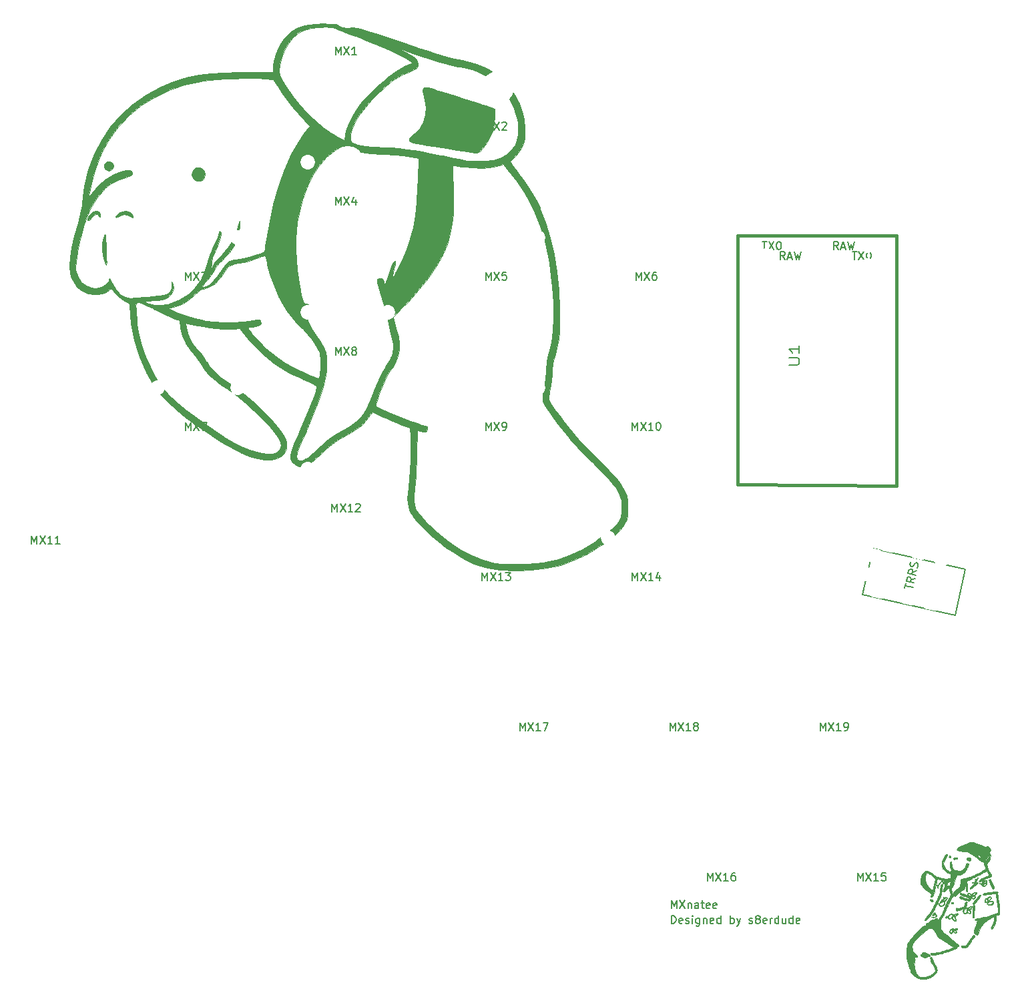
<source format=gto>
G04 #@! TF.GenerationSoftware,KiCad,Pcbnew,(5.1.4-0)*
G04 #@! TF.CreationDate,2021-02-07T23:01:00-05:00*
G04 #@! TF.ProjectId,mxnatee,6d786e61-7465-4652-9e6b-696361645f70,rev?*
G04 #@! TF.SameCoordinates,Original*
G04 #@! TF.FileFunction,Legend,Top*
G04 #@! TF.FilePolarity,Positive*
%FSLAX46Y46*%
G04 Gerber Fmt 4.6, Leading zero omitted, Abs format (unit mm)*
G04 Created by KiCad (PCBNEW (5.1.4-0)) date 2021-02-07 23:01:00*
%MOMM*%
%LPD*%
G04 APERTURE LIST*
%ADD10C,0.150000*%
%ADD11C,0.010000*%
%ADD12C,0.381000*%
%ADD13C,0.203200*%
%ADD14C,6.602000*%
%ADD15C,1.854600*%
%ADD16R,1.854600X1.854600*%
%ADD17C,1.852000*%
%ADD18C,4.089800*%
%ADD19C,1.302000*%
%ADD20C,1.802000*%
%ADD21C,1.802000*%
G04 APERTURE END LIST*
D10*
X106752452Y-143200380D02*
X106752452Y-142200380D01*
X106990547Y-142200380D01*
X107133404Y-142248000D01*
X107228642Y-142343238D01*
X107276261Y-142438476D01*
X107323880Y-142628952D01*
X107323880Y-142771809D01*
X107276261Y-142962285D01*
X107228642Y-143057523D01*
X107133404Y-143152761D01*
X106990547Y-143200380D01*
X106752452Y-143200380D01*
X108133404Y-143152761D02*
X108038166Y-143200380D01*
X107847690Y-143200380D01*
X107752452Y-143152761D01*
X107704833Y-143057523D01*
X107704833Y-142676571D01*
X107752452Y-142581333D01*
X107847690Y-142533714D01*
X108038166Y-142533714D01*
X108133404Y-142581333D01*
X108181023Y-142676571D01*
X108181023Y-142771809D01*
X107704833Y-142867047D01*
X108561976Y-143152761D02*
X108657214Y-143200380D01*
X108847690Y-143200380D01*
X108942928Y-143152761D01*
X108990547Y-143057523D01*
X108990547Y-143009904D01*
X108942928Y-142914666D01*
X108847690Y-142867047D01*
X108704833Y-142867047D01*
X108609595Y-142819428D01*
X108561976Y-142724190D01*
X108561976Y-142676571D01*
X108609595Y-142581333D01*
X108704833Y-142533714D01*
X108847690Y-142533714D01*
X108942928Y-142581333D01*
X109419119Y-143200380D02*
X109419119Y-142533714D01*
X109419119Y-142200380D02*
X109371499Y-142248000D01*
X109419119Y-142295619D01*
X109466738Y-142248000D01*
X109419119Y-142200380D01*
X109419119Y-142295619D01*
X110323880Y-142533714D02*
X110323880Y-143343238D01*
X110276261Y-143438476D01*
X110228642Y-143486095D01*
X110133404Y-143533714D01*
X109990547Y-143533714D01*
X109895309Y-143486095D01*
X110323880Y-143152761D02*
X110228642Y-143200380D01*
X110038166Y-143200380D01*
X109942928Y-143152761D01*
X109895309Y-143105142D01*
X109847690Y-143009904D01*
X109847690Y-142724190D01*
X109895309Y-142628952D01*
X109942928Y-142581333D01*
X110038166Y-142533714D01*
X110228642Y-142533714D01*
X110323880Y-142581333D01*
X110800071Y-142533714D02*
X110800071Y-143200380D01*
X110800071Y-142628952D02*
X110847690Y-142581333D01*
X110942928Y-142533714D01*
X111085785Y-142533714D01*
X111181023Y-142581333D01*
X111228642Y-142676571D01*
X111228642Y-143200380D01*
X112085785Y-143152761D02*
X111990547Y-143200380D01*
X111800071Y-143200380D01*
X111704833Y-143152761D01*
X111657214Y-143057523D01*
X111657214Y-142676571D01*
X111704833Y-142581333D01*
X111800071Y-142533714D01*
X111990547Y-142533714D01*
X112085785Y-142581333D01*
X112133404Y-142676571D01*
X112133404Y-142771809D01*
X111657214Y-142867047D01*
X112990547Y-143200380D02*
X112990547Y-142200380D01*
X112990547Y-143152761D02*
X112895309Y-143200380D01*
X112704833Y-143200380D01*
X112609595Y-143152761D01*
X112561976Y-143105142D01*
X112514357Y-143009904D01*
X112514357Y-142724190D01*
X112561976Y-142628952D01*
X112609595Y-142581333D01*
X112704833Y-142533714D01*
X112895309Y-142533714D01*
X112990547Y-142581333D01*
X114228642Y-143200380D02*
X114228642Y-142200380D01*
X114228642Y-142581333D02*
X114323880Y-142533714D01*
X114514357Y-142533714D01*
X114609595Y-142581333D01*
X114657214Y-142628952D01*
X114704833Y-142724190D01*
X114704833Y-143009904D01*
X114657214Y-143105142D01*
X114609595Y-143152761D01*
X114514357Y-143200380D01*
X114323880Y-143200380D01*
X114228642Y-143152761D01*
X115038166Y-142533714D02*
X115276261Y-143200380D01*
X115514357Y-142533714D02*
X115276261Y-143200380D01*
X115181023Y-143438476D01*
X115133404Y-143486095D01*
X115038166Y-143533714D01*
X116609595Y-143152761D02*
X116704833Y-143200380D01*
X116895309Y-143200380D01*
X116990547Y-143152761D01*
X117038166Y-143057523D01*
X117038166Y-143009904D01*
X116990547Y-142914666D01*
X116895309Y-142867047D01*
X116752452Y-142867047D01*
X116657214Y-142819428D01*
X116609595Y-142724190D01*
X116609595Y-142676571D01*
X116657214Y-142581333D01*
X116752452Y-142533714D01*
X116895309Y-142533714D01*
X116990547Y-142581333D01*
X117609595Y-142628952D02*
X117514357Y-142581333D01*
X117466738Y-142533714D01*
X117419119Y-142438476D01*
X117419119Y-142390857D01*
X117466738Y-142295619D01*
X117514357Y-142248000D01*
X117609595Y-142200380D01*
X117800071Y-142200380D01*
X117895309Y-142248000D01*
X117942928Y-142295619D01*
X117990547Y-142390857D01*
X117990547Y-142438476D01*
X117942928Y-142533714D01*
X117895309Y-142581333D01*
X117800071Y-142628952D01*
X117609595Y-142628952D01*
X117514357Y-142676571D01*
X117466738Y-142724190D01*
X117419119Y-142819428D01*
X117419119Y-143009904D01*
X117466738Y-143105142D01*
X117514357Y-143152761D01*
X117609595Y-143200380D01*
X117800071Y-143200380D01*
X117895309Y-143152761D01*
X117942928Y-143105142D01*
X117990547Y-143009904D01*
X117990547Y-142819428D01*
X117942928Y-142724190D01*
X117895309Y-142676571D01*
X117800071Y-142628952D01*
X118800071Y-143152761D02*
X118704833Y-143200380D01*
X118514357Y-143200380D01*
X118419119Y-143152761D01*
X118371499Y-143057523D01*
X118371499Y-142676571D01*
X118419119Y-142581333D01*
X118514357Y-142533714D01*
X118704833Y-142533714D01*
X118800071Y-142581333D01*
X118847690Y-142676571D01*
X118847690Y-142771809D01*
X118371499Y-142867047D01*
X119276261Y-143200380D02*
X119276261Y-142533714D01*
X119276261Y-142724190D02*
X119323880Y-142628952D01*
X119371499Y-142581333D01*
X119466738Y-142533714D01*
X119561976Y-142533714D01*
X120323880Y-143200380D02*
X120323880Y-142200380D01*
X120323880Y-143152761D02*
X120228642Y-143200380D01*
X120038166Y-143200380D01*
X119942928Y-143152761D01*
X119895309Y-143105142D01*
X119847690Y-143009904D01*
X119847690Y-142724190D01*
X119895309Y-142628952D01*
X119942928Y-142581333D01*
X120038166Y-142533714D01*
X120228642Y-142533714D01*
X120323880Y-142581333D01*
X121228642Y-142533714D02*
X121228642Y-143200380D01*
X120800071Y-142533714D02*
X120800071Y-143057523D01*
X120847690Y-143152761D01*
X120942928Y-143200380D01*
X121085785Y-143200380D01*
X121181023Y-143152761D01*
X121228642Y-143105142D01*
X122133404Y-143200380D02*
X122133404Y-142200380D01*
X122133404Y-143152761D02*
X122038166Y-143200380D01*
X121847690Y-143200380D01*
X121752452Y-143152761D01*
X121704833Y-143105142D01*
X121657214Y-143009904D01*
X121657214Y-142724190D01*
X121704833Y-142628952D01*
X121752452Y-142581333D01*
X121847690Y-142533714D01*
X122038166Y-142533714D01*
X122133404Y-142581333D01*
X122990547Y-143152761D02*
X122895309Y-143200380D01*
X122704833Y-143200380D01*
X122609595Y-143152761D01*
X122561976Y-143057523D01*
X122561976Y-142676571D01*
X122609595Y-142581333D01*
X122704833Y-142533714D01*
X122895309Y-142533714D01*
X122990547Y-142581333D01*
X123038166Y-142676571D01*
X123038166Y-142771809D01*
X122561976Y-142867047D01*
X106752452Y-141295380D02*
X106752452Y-140295380D01*
X107085785Y-141009666D01*
X107419118Y-140295380D01*
X107419118Y-141295380D01*
X107800071Y-140295380D02*
X108466737Y-141295380D01*
X108466737Y-140295380D02*
X107800071Y-141295380D01*
X108847690Y-140628714D02*
X108847690Y-141295380D01*
X108847690Y-140723952D02*
X108895309Y-140676333D01*
X108990547Y-140628714D01*
X109133404Y-140628714D01*
X109228642Y-140676333D01*
X109276261Y-140771571D01*
X109276261Y-141295380D01*
X110181023Y-141295380D02*
X110181023Y-140771571D01*
X110133404Y-140676333D01*
X110038166Y-140628714D01*
X109847690Y-140628714D01*
X109752452Y-140676333D01*
X110181023Y-141247761D02*
X110085785Y-141295380D01*
X109847690Y-141295380D01*
X109752452Y-141247761D01*
X109704833Y-141152523D01*
X109704833Y-141057285D01*
X109752452Y-140962047D01*
X109847690Y-140914428D01*
X110085785Y-140914428D01*
X110181023Y-140866809D01*
X110514356Y-140628714D02*
X110895309Y-140628714D01*
X110657214Y-140295380D02*
X110657214Y-141152523D01*
X110704833Y-141247761D01*
X110800071Y-141295380D01*
X110895309Y-141295380D01*
X111609595Y-141247761D02*
X111514356Y-141295380D01*
X111323880Y-141295380D01*
X111228642Y-141247761D01*
X111181023Y-141152523D01*
X111181023Y-140771571D01*
X111228642Y-140676333D01*
X111323880Y-140628714D01*
X111514356Y-140628714D01*
X111609595Y-140676333D01*
X111657214Y-140771571D01*
X111657214Y-140866809D01*
X111181023Y-140962047D01*
X112466737Y-141247761D02*
X112371499Y-141295380D01*
X112181023Y-141295380D01*
X112085785Y-141247761D01*
X112038166Y-141152523D01*
X112038166Y-140771571D01*
X112085785Y-140676333D01*
X112181023Y-140628714D01*
X112371499Y-140628714D01*
X112466737Y-140676333D01*
X112514356Y-140771571D01*
X112514356Y-140866809D01*
X112038166Y-140962047D01*
X106559000Y-35052000D02*
G75*
G03X106559000Y-35052000I-2800000J0D01*
G01*
X125609000Y-98425000D02*
G75*
G03X125609000Y-98425000I-2800000J0D01*
G01*
X131959000Y-145542000D02*
G75*
G03X131959000Y-145542000I-2800000J0D01*
G01*
X73539000Y-106172000D02*
G75*
G03X73539000Y-106172000I-2800000J0D01*
G01*
X46869000Y-91059000D02*
G75*
G03X46869000Y-91059000I-2800000J0D01*
G01*
X30359000Y-34925000D02*
G75*
G03X30359000Y-34925000I-2800000J0D01*
G01*
D11*
G36*
X75888596Y-37157223D02*
G01*
X76163310Y-37233282D01*
X76530720Y-37342869D01*
X77095002Y-37515623D01*
X77811084Y-37737383D01*
X78633895Y-37993988D01*
X79518363Y-38271278D01*
X80419417Y-38555092D01*
X81291986Y-38831270D01*
X82090998Y-39085650D01*
X82771381Y-39304071D01*
X83248500Y-39459338D01*
X84328000Y-39814500D01*
X84321688Y-40894000D01*
X84274546Y-41727734D01*
X84150964Y-42432493D01*
X84091895Y-42632231D01*
X83858807Y-43180578D01*
X83523079Y-43800655D01*
X83137158Y-44407753D01*
X82753490Y-44917161D01*
X82528587Y-45157221D01*
X82288608Y-45350209D01*
X82055892Y-45430185D01*
X81731344Y-45417816D01*
X81470500Y-45377912D01*
X81265463Y-45344414D01*
X80845001Y-45276531D01*
X80244508Y-45179950D01*
X79499378Y-45060355D01*
X78645006Y-44923432D01*
X77716784Y-44774866D01*
X77597000Y-44755707D01*
X76663711Y-44603898D01*
X75801711Y-44458842D01*
X75046035Y-44326818D01*
X74431717Y-44214103D01*
X73993791Y-44126977D01*
X73767292Y-44071719D01*
X73755250Y-44067223D01*
X73506578Y-43876632D01*
X73501686Y-43615940D01*
X73740375Y-43285701D01*
X74156441Y-42934538D01*
X74820232Y-42293120D01*
X75290012Y-41509698D01*
X75557487Y-40615544D01*
X75614364Y-39641929D01*
X75452350Y-38620126D01*
X75372684Y-38348355D01*
X75228253Y-37880097D01*
X75163124Y-37588315D01*
X75172419Y-37409838D01*
X75251260Y-37281496D01*
X75287387Y-37243683D01*
X75429816Y-37132267D01*
X75603722Y-37103761D01*
X75888596Y-37157223D01*
X75888596Y-37157223D01*
G37*
X75888596Y-37157223D02*
X76163310Y-37233282D01*
X76530720Y-37342869D01*
X77095002Y-37515623D01*
X77811084Y-37737383D01*
X78633895Y-37993988D01*
X79518363Y-38271278D01*
X80419417Y-38555092D01*
X81291986Y-38831270D01*
X82090998Y-39085650D01*
X82771381Y-39304071D01*
X83248500Y-39459338D01*
X84328000Y-39814500D01*
X84321688Y-40894000D01*
X84274546Y-41727734D01*
X84150964Y-42432493D01*
X84091895Y-42632231D01*
X83858807Y-43180578D01*
X83523079Y-43800655D01*
X83137158Y-44407753D01*
X82753490Y-44917161D01*
X82528587Y-45157221D01*
X82288608Y-45350209D01*
X82055892Y-45430185D01*
X81731344Y-45417816D01*
X81470500Y-45377912D01*
X81265463Y-45344414D01*
X80845001Y-45276531D01*
X80244508Y-45179950D01*
X79499378Y-45060355D01*
X78645006Y-44923432D01*
X77716784Y-44774866D01*
X77597000Y-44755707D01*
X76663711Y-44603898D01*
X75801711Y-44458842D01*
X75046035Y-44326818D01*
X74431717Y-44214103D01*
X73993791Y-44126977D01*
X73767292Y-44071719D01*
X73755250Y-44067223D01*
X73506578Y-43876632D01*
X73501686Y-43615940D01*
X73740375Y-43285701D01*
X74156441Y-42934538D01*
X74820232Y-42293120D01*
X75290012Y-41509698D01*
X75557487Y-40615544D01*
X75614364Y-39641929D01*
X75452350Y-38620126D01*
X75372684Y-38348355D01*
X75228253Y-37880097D01*
X75163124Y-37588315D01*
X75172419Y-37409838D01*
X75251260Y-37281496D01*
X75287387Y-37243683D01*
X75429816Y-37132267D01*
X75603722Y-37103761D01*
X75888596Y-37157223D01*
G36*
X35804928Y-46681571D02*
G01*
X35987752Y-47010290D01*
X35926633Y-47351333D01*
X35772249Y-47541816D01*
X35437610Y-47732376D01*
X35134957Y-47671001D01*
X34913321Y-47434500D01*
X34778947Y-47185935D01*
X34800680Y-46990493D01*
X34913321Y-46799500D01*
X35199284Y-46536272D01*
X35526892Y-46509434D01*
X35804928Y-46681571D01*
X35804928Y-46681571D01*
G37*
X35804928Y-46681571D02*
X35987752Y-47010290D01*
X35926633Y-47351333D01*
X35772249Y-47541816D01*
X35437610Y-47732376D01*
X35134957Y-47671001D01*
X34913321Y-47434500D01*
X34778947Y-47185935D01*
X34800680Y-46990493D01*
X34913321Y-46799500D01*
X35199284Y-46536272D01*
X35526892Y-46509434D01*
X35804928Y-46681571D01*
G36*
X47193693Y-47387119D02*
G01*
X47279241Y-47441701D01*
X47492078Y-47728314D01*
X47569499Y-48126450D01*
X47507645Y-48530357D01*
X47329249Y-48811816D01*
X46974354Y-48993665D01*
X46570606Y-49006969D01*
X46220545Y-48857780D01*
X46108201Y-48739741D01*
X45923536Y-48310587D01*
X45938656Y-47903559D01*
X46113396Y-47563177D01*
X46407592Y-47333963D01*
X46781080Y-47260437D01*
X47193693Y-47387119D01*
X47193693Y-47387119D01*
G37*
X47193693Y-47387119D02*
X47279241Y-47441701D01*
X47492078Y-47728314D01*
X47569499Y-48126450D01*
X47507645Y-48530357D01*
X47329249Y-48811816D01*
X46974354Y-48993665D01*
X46570606Y-49006969D01*
X46220545Y-48857780D01*
X46108201Y-48739741D01*
X45923536Y-48310587D01*
X45938656Y-47903559D01*
X46113396Y-47563177D01*
X46407592Y-47333963D01*
X46781080Y-47260437D01*
X47193693Y-47387119D01*
G36*
X37935902Y-52896490D02*
G01*
X38253786Y-53103863D01*
X38410955Y-53410971D01*
X38417500Y-53495901D01*
X38403554Y-53649719D01*
X38320659Y-53650745D01*
X38107231Y-53495357D01*
X38082872Y-53476217D01*
X37702860Y-53262602D01*
X37304386Y-53240799D01*
X36818076Y-53409832D01*
X36722450Y-53457083D01*
X36424205Y-53597371D01*
X36293993Y-53614577D01*
X36280656Y-53513964D01*
X36282847Y-53502292D01*
X36405922Y-53293927D01*
X36651636Y-53057819D01*
X36671731Y-53042553D01*
X37079495Y-52848857D01*
X37522678Y-52805829D01*
X37935902Y-52896490D01*
X37935902Y-52896490D01*
G37*
X37935902Y-52896490D02*
X38253786Y-53103863D01*
X38410955Y-53410971D01*
X38417500Y-53495901D01*
X38403554Y-53649719D01*
X38320659Y-53650745D01*
X38107231Y-53495357D01*
X38082872Y-53476217D01*
X37702860Y-53262602D01*
X37304386Y-53240799D01*
X36818076Y-53409832D01*
X36722450Y-53457083D01*
X36424205Y-53597371D01*
X36293993Y-53614577D01*
X36280656Y-53513964D01*
X36282847Y-53502292D01*
X36405922Y-53293927D01*
X36651636Y-53057819D01*
X36671731Y-53042553D01*
X37079495Y-52848857D01*
X37522678Y-52805829D01*
X37935902Y-52896490D01*
G36*
X34123950Y-52887320D02*
G01*
X34306641Y-53170589D01*
X34332701Y-53451013D01*
X34263877Y-53580103D01*
X34136885Y-53514455D01*
X34083663Y-53434192D01*
X33931181Y-53255830D01*
X33738240Y-53249606D01*
X33463980Y-53426834D01*
X33184104Y-53683274D01*
X32900725Y-53941659D01*
X32750879Y-54022990D01*
X32702915Y-53943159D01*
X32702500Y-53925119D01*
X32797191Y-53563718D01*
X33030403Y-53182701D01*
X33325840Y-52897989D01*
X33409206Y-52851368D01*
X33801551Y-52772415D01*
X34123950Y-52887320D01*
X34123950Y-52887320D01*
G37*
X34123950Y-52887320D02*
X34306641Y-53170589D01*
X34332701Y-53451013D01*
X34263877Y-53580103D01*
X34136885Y-53514455D01*
X34083663Y-53434192D01*
X33931181Y-53255830D01*
X33738240Y-53249606D01*
X33463980Y-53426834D01*
X33184104Y-53683274D01*
X32900725Y-53941659D01*
X32750879Y-54022990D01*
X32702915Y-53943159D01*
X32702500Y-53925119D01*
X32797191Y-53563718D01*
X33030403Y-53182701D01*
X33325840Y-52897989D01*
X33409206Y-52851368D01*
X33801551Y-52772415D01*
X34123950Y-52887320D01*
G36*
X34926164Y-55856877D02*
G01*
X34958717Y-56072245D01*
X34988897Y-56467263D01*
X35021802Y-57070098D01*
X35046272Y-57570196D01*
X35075323Y-58257576D01*
X35092769Y-58851868D01*
X35097912Y-59308568D01*
X35090057Y-59583170D01*
X35078659Y-59642173D01*
X35007926Y-59569135D01*
X34891479Y-59313694D01*
X34788953Y-59031477D01*
X34651055Y-58435173D01*
X34581983Y-57737015D01*
X34582504Y-57027638D01*
X34653390Y-56397673D01*
X34763269Y-56007000D01*
X34833540Y-55852421D01*
X34886138Y-55792991D01*
X34926164Y-55856877D01*
X34926164Y-55856877D01*
G37*
X34926164Y-55856877D02*
X34958717Y-56072245D01*
X34988897Y-56467263D01*
X35021802Y-57070098D01*
X35046272Y-57570196D01*
X35075323Y-58257576D01*
X35092769Y-58851868D01*
X35097912Y-59308568D01*
X35090057Y-59583170D01*
X35078659Y-59642173D01*
X35007926Y-59569135D01*
X34891479Y-59313694D01*
X34788953Y-59031477D01*
X34651055Y-58435173D01*
X34581983Y-57737015D01*
X34582504Y-57027638D01*
X34653390Y-56397673D01*
X34763269Y-56007000D01*
X34833540Y-55852421D01*
X34886138Y-55792991D01*
X34926164Y-55856877D01*
G36*
X63350439Y-29063745D02*
G01*
X64076937Y-29110659D01*
X64814545Y-29193360D01*
X65587315Y-29317967D01*
X66419298Y-29490595D01*
X67334545Y-29717362D01*
X68357107Y-30004384D01*
X69511036Y-30357779D01*
X70820384Y-30783663D01*
X72309200Y-31288153D01*
X74001538Y-31877366D01*
X74673418Y-32114296D01*
X75822383Y-32514100D01*
X76797102Y-32836371D01*
X77658981Y-33098362D01*
X78469427Y-33317328D01*
X79289845Y-33510521D01*
X80181640Y-33695195D01*
X80559594Y-33768169D01*
X82071685Y-34172163D01*
X83453217Y-34779097D01*
X84687627Y-35577734D01*
X85758347Y-36556839D01*
X86648814Y-37705176D01*
X86852520Y-38036500D01*
X87426008Y-39130416D01*
X87813918Y-40157016D01*
X88038696Y-41194729D01*
X88122786Y-42321986D01*
X88124566Y-42481500D01*
X88121843Y-43122212D01*
X88098275Y-43584083D01*
X88041583Y-43942125D01*
X87939485Y-44271352D01*
X87779702Y-44646778D01*
X87764706Y-44679643D01*
X87361141Y-45380102D01*
X86873373Y-45942397D01*
X86847338Y-45965654D01*
X86550025Y-46239320D01*
X86350023Y-46446315D01*
X86296500Y-46525629D01*
X86368785Y-46649226D01*
X86566847Y-46935336D01*
X86862497Y-47344460D01*
X87227545Y-47837096D01*
X87325588Y-47967666D01*
X88127803Y-49089319D01*
X88879618Y-50247719D01*
X89538749Y-51374008D01*
X90062908Y-52399326D01*
X90110014Y-52501897D01*
X90798160Y-54238824D01*
X91384109Y-56174312D01*
X91861052Y-58271517D01*
X92222183Y-60493590D01*
X92460692Y-62803687D01*
X92569772Y-65164962D01*
X92576219Y-65849500D01*
X92564837Y-67091720D01*
X92523544Y-68132052D01*
X92446020Y-69021506D01*
X92325946Y-69811096D01*
X92157002Y-70551834D01*
X91932869Y-71294733D01*
X91883688Y-71439857D01*
X91699643Y-72203656D01*
X91630516Y-73026460D01*
X91630500Y-73038434D01*
X91604610Y-73549706D01*
X91535190Y-74202902D01*
X91434612Y-74892172D01*
X91374784Y-75226194D01*
X91276382Y-75797745D01*
X91212669Y-76294368D01*
X91190596Y-76652325D01*
X91204383Y-76788391D01*
X91287950Y-76963275D01*
X91449105Y-77225475D01*
X91702633Y-77595702D01*
X92063317Y-78094671D01*
X92545942Y-78743095D01*
X93165293Y-79561688D01*
X93458511Y-79946500D01*
X94203988Y-80869090D01*
X95116815Y-81900604D01*
X96210199Y-83055514D01*
X97283814Y-84137500D01*
X98263807Y-85119907D01*
X99069643Y-85960874D01*
X99717735Y-86686886D01*
X100224498Y-87324429D01*
X100606343Y-87899988D01*
X100879685Y-88440049D01*
X101060937Y-88971096D01*
X101166513Y-89519615D01*
X101212825Y-90112092D01*
X101219000Y-90487500D01*
X101208322Y-91083209D01*
X101164752Y-91516381D01*
X101070984Y-91878000D01*
X100909711Y-92259048D01*
X100864132Y-92353141D01*
X100558683Y-92865118D01*
X100134657Y-93378410D01*
X99564509Y-93918965D01*
X98820693Y-94512733D01*
X97875661Y-95185663D01*
X97809168Y-95231022D01*
X96120025Y-96276823D01*
X94437234Y-97099894D01*
X92719988Y-97712351D01*
X90927482Y-98126310D01*
X89018908Y-98353885D01*
X87105701Y-98408895D01*
X86359886Y-98395837D01*
X85631404Y-98371264D01*
X84992694Y-98338392D01*
X84516198Y-98300439D01*
X84425659Y-98289856D01*
X83089550Y-98022371D01*
X81734167Y-97559957D01*
X80335174Y-96891877D01*
X78868235Y-96007392D01*
X78172142Y-95530727D01*
X77442524Y-94980269D01*
X76684279Y-94349283D01*
X75935427Y-93674903D01*
X75233984Y-92994264D01*
X74617969Y-92344500D01*
X74125401Y-91762743D01*
X73794296Y-91286129D01*
X73756619Y-91217886D01*
X73527666Y-90744624D01*
X73374743Y-90311016D01*
X73291523Y-89858602D01*
X73271682Y-89328925D01*
X73308897Y-88663526D01*
X73391941Y-87847107D01*
X73495599Y-86795893D01*
X73579427Y-85674534D01*
X73641106Y-84541660D01*
X73678317Y-83455902D01*
X73688741Y-82475889D01*
X73670060Y-81660251D01*
X73649435Y-81336641D01*
X73565062Y-80324927D01*
X72596531Y-79961908D01*
X72073323Y-79753608D01*
X71415846Y-79474200D01*
X70717949Y-79164278D01*
X70216991Y-78932706D01*
X68805982Y-78266523D01*
X68224451Y-79068379D01*
X67891737Y-79497268D01*
X67545146Y-79868056D01*
X67141075Y-80214649D01*
X66635925Y-80570954D01*
X65986094Y-80970880D01*
X65204914Y-81416579D01*
X64438439Y-81875909D01*
X63736156Y-82372539D01*
X63015446Y-82968178D01*
X62494001Y-83441362D01*
X61684477Y-84164339D01*
X61005456Y-84694464D01*
X60433773Y-85041127D01*
X59946264Y-85213717D01*
X59519763Y-85221625D01*
X59131105Y-85074239D01*
X58890616Y-84901986D01*
X58670707Y-84690936D01*
X58518158Y-84464211D01*
X58438210Y-84195716D01*
X58436103Y-83859360D01*
X58517081Y-83429049D01*
X58686382Y-82878688D01*
X58949250Y-82182186D01*
X59310925Y-81313448D01*
X59776649Y-80246381D01*
X59866552Y-80043367D01*
X60360673Y-78911124D01*
X60793726Y-77882481D01*
X61157363Y-76979306D01*
X61443234Y-76223469D01*
X61642992Y-75636838D01*
X61748287Y-75241282D01*
X61760205Y-75082950D01*
X61628798Y-74947858D01*
X61290030Y-74738477D01*
X60773705Y-74471459D01*
X60134100Y-74174330D01*
X59491249Y-73884644D01*
X58878538Y-73601984D01*
X58360981Y-73356761D01*
X58003591Y-73179385D01*
X57975500Y-73164606D01*
X56415957Y-72199392D01*
X54923191Y-71000269D01*
X53515213Y-69582602D01*
X52834914Y-68779544D01*
X51948829Y-67676959D01*
X51183914Y-67756951D01*
X50625188Y-67778731D01*
X49888855Y-67754936D01*
X49045954Y-67691865D01*
X48167528Y-67595816D01*
X47324614Y-67473088D01*
X46736000Y-67362575D01*
X46232365Y-67255513D01*
X45778750Y-67159006D01*
X45483420Y-67096094D01*
X45119841Y-67018518D01*
X45212838Y-67577009D01*
X45470710Y-68557240D01*
X45917215Y-69447109D01*
X46521859Y-70242200D01*
X46957706Y-70769777D01*
X47411508Y-71371102D01*
X47789866Y-71922046D01*
X47811858Y-71956700D01*
X48178603Y-72499695D01*
X48561496Y-72970592D01*
X49005240Y-73410951D01*
X49554535Y-73862330D01*
X50254084Y-74366288D01*
X50800000Y-74734750D01*
X51883727Y-75497412D01*
X52939069Y-76334313D01*
X54013254Y-77286136D01*
X55153513Y-78393563D01*
X55715579Y-78968877D01*
X56501311Y-79820082D01*
X57097513Y-80551166D01*
X57522000Y-81188725D01*
X57792585Y-81759354D01*
X57923573Y-82265411D01*
X57913907Y-82930461D01*
X57687660Y-83494460D01*
X57268210Y-83939630D01*
X56678938Y-84248191D01*
X55943225Y-84402364D01*
X55130092Y-84389650D01*
X54238278Y-84233355D01*
X53287538Y-83950026D01*
X52254481Y-83528915D01*
X51115715Y-82959270D01*
X49847847Y-82230342D01*
X48427486Y-81331379D01*
X48316025Y-81258033D01*
X46585912Y-80074631D01*
X45059306Y-78942078D01*
X43743833Y-77866902D01*
X42647120Y-76855631D01*
X41776794Y-75914792D01*
X41236026Y-75198374D01*
X40124543Y-73308195D01*
X39245294Y-71319121D01*
X38603091Y-69245373D01*
X38202745Y-67101169D01*
X38087081Y-65892149D01*
X38018141Y-64813752D01*
X38815491Y-64813752D01*
X38824891Y-65219335D01*
X38858248Y-65764023D01*
X38910417Y-66391527D01*
X38976252Y-67045559D01*
X39050608Y-67669833D01*
X39128340Y-68208059D01*
X39198677Y-68580000D01*
X39534903Y-69784427D01*
X39999810Y-71084178D01*
X40556750Y-72393543D01*
X41169076Y-73626808D01*
X41800140Y-74698265D01*
X41841612Y-74761288D01*
X42378690Y-75456243D01*
X43118287Y-76239668D01*
X44033655Y-77090702D01*
X45098050Y-77988480D01*
X46284724Y-78912140D01*
X47566932Y-79840819D01*
X48917928Y-80753654D01*
X50310965Y-81629781D01*
X51638709Y-82403385D01*
X52414208Y-82790276D01*
X53243095Y-83123664D01*
X54068837Y-83387362D01*
X54834903Y-83565184D01*
X55484761Y-83640943D01*
X55880000Y-83617760D01*
X56214573Y-83575049D01*
X56362022Y-83567734D01*
X56661334Y-83457465D01*
X56952125Y-83188322D01*
X57158922Y-82846450D01*
X57213500Y-82595869D01*
X57128569Y-82133082D01*
X56866769Y-81583284D01*
X56417586Y-80929284D01*
X55770509Y-80153889D01*
X55613777Y-79979824D01*
X54221916Y-78543764D01*
X52755552Y-77203324D01*
X51277258Y-76013674D01*
X50426247Y-75405828D01*
X49624916Y-74853230D01*
X48999163Y-74394745D01*
X48507747Y-73992184D01*
X48109425Y-73607353D01*
X47762954Y-73202061D01*
X47427092Y-72738118D01*
X47238054Y-72453500D01*
X46847873Y-71885997D01*
X46404982Y-71290305D01*
X45991474Y-70775891D01*
X45904677Y-70675500D01*
X45182996Y-69693147D01*
X44697391Y-68656076D01*
X44456385Y-67582649D01*
X44452640Y-67546214D01*
X44369274Y-66702929D01*
X43774637Y-66483003D01*
X43401528Y-66329959D01*
X42884693Y-66098354D01*
X42306364Y-65825644D01*
X41973500Y-65662572D01*
X41073718Y-65216511D01*
X41030311Y-65195416D01*
X42963055Y-65195416D01*
X43423530Y-65431654D01*
X43955509Y-65666018D01*
X44664196Y-65924078D01*
X45476489Y-66183566D01*
X46319290Y-66422213D01*
X47119499Y-66617750D01*
X47679129Y-66728051D01*
X48760500Y-66857066D01*
X49983216Y-66916245D01*
X51244383Y-66905486D01*
X52441106Y-66824684D01*
X53141676Y-66733583D01*
X53678571Y-66655580D01*
X54129471Y-66606797D01*
X54429857Y-66593399D01*
X54506926Y-66603107D01*
X54635072Y-66765135D01*
X54673500Y-66977990D01*
X54641221Y-67170206D01*
X54503192Y-67292920D01*
X54197618Y-67389348D01*
X54032248Y-67426476D01*
X53627359Y-67505986D01*
X53308746Y-67555651D01*
X53206748Y-67564000D01*
X53041475Y-67608568D01*
X53022500Y-67643684D01*
X53099905Y-67766861D01*
X53309803Y-68039963D01*
X53618716Y-68420641D01*
X53936479Y-68799923D01*
X55305336Y-70233893D01*
X56801376Y-71456473D01*
X57400723Y-71865135D01*
X57769622Y-72084978D01*
X58278209Y-72361933D01*
X58880498Y-72673753D01*
X59530503Y-72998195D01*
X60182237Y-73313015D01*
X60789715Y-73595969D01*
X61306949Y-73824812D01*
X61687955Y-73977301D01*
X61878330Y-74031013D01*
X62020089Y-73930348D01*
X62128683Y-73691750D01*
X62170703Y-73411518D01*
X62203909Y-72955896D01*
X62223368Y-72403463D01*
X62226353Y-72136000D01*
X62218792Y-71527129D01*
X62183130Y-71095142D01*
X62106455Y-70763377D01*
X61975852Y-70455173D01*
X61927536Y-70362047D01*
X61529743Y-69708730D01*
X61015425Y-68995268D01*
X60453229Y-68309203D01*
X59911801Y-67738079D01*
X59762911Y-67601563D01*
X59179489Y-67017731D01*
X58555619Y-66270546D01*
X57946004Y-65432161D01*
X57405348Y-64574728D01*
X57231005Y-64262000D01*
X56906158Y-63599797D01*
X56559734Y-62801003D01*
X56217108Y-61933744D01*
X55903655Y-61066145D01*
X55644750Y-60266331D01*
X55465766Y-59602429D01*
X55427837Y-59420891D01*
X55343686Y-58979288D01*
X55274474Y-58631328D01*
X55238422Y-58466123D01*
X55109124Y-58435308D01*
X54787537Y-58533114D01*
X54397360Y-58704280D01*
X53852546Y-58923027D01*
X53197811Y-59128082D01*
X52578109Y-59274378D01*
X51843731Y-59412183D01*
X51313026Y-59525762D01*
X50939877Y-59636945D01*
X50678167Y-59767560D01*
X50481780Y-59939436D01*
X50304599Y-60174404D01*
X50142757Y-60427141D01*
X49820392Y-60900881D01*
X49462299Y-61369710D01*
X49227992Y-61641930D01*
X48832530Y-61988458D01*
X48341527Y-62313007D01*
X47835712Y-62571149D01*
X47395812Y-62718454D01*
X47238692Y-62736759D01*
X47017530Y-62824133D01*
X46702610Y-63050174D01*
X46413192Y-63315928D01*
X45549453Y-64063701D01*
X44593793Y-64615950D01*
X43833527Y-64910721D01*
X42963055Y-65195416D01*
X41030311Y-65195416D01*
X40373566Y-64876251D01*
X39846136Y-64632714D01*
X39464523Y-64476818D01*
X39201820Y-64399486D01*
X39031121Y-64391637D01*
X38925518Y-64444192D01*
X38858106Y-64548072D01*
X38835192Y-64603562D01*
X38815491Y-64813752D01*
X38018141Y-64813752D01*
X38000499Y-64537798D01*
X37288249Y-64173864D01*
X36551393Y-63670164D01*
X36135652Y-63215757D01*
X35877260Y-62886663D01*
X35707290Y-62738305D01*
X35576634Y-62737871D01*
X35500652Y-62791476D01*
X34863862Y-63182191D01*
X34077290Y-63385117D01*
X33655106Y-63412611D01*
X32777218Y-63308661D01*
X32014147Y-62978773D01*
X31364962Y-62422293D01*
X30828733Y-61638571D01*
X30672882Y-61322210D01*
X30478869Y-60652800D01*
X30424049Y-59888520D01*
X31185847Y-59888520D01*
X31193738Y-60278067D01*
X31253037Y-60589896D01*
X31377056Y-60911541D01*
X31493183Y-61156113D01*
X31944586Y-61839581D01*
X32519203Y-62315937D01*
X33195683Y-62570608D01*
X33624713Y-62611000D01*
X34192123Y-62563666D01*
X34644423Y-62391210D01*
X35095406Y-62047951D01*
X35148029Y-61999474D01*
X35399095Y-61684208D01*
X35426781Y-61411742D01*
X35446372Y-61385388D01*
X35562089Y-61549115D01*
X35750680Y-61868807D01*
X35805729Y-61967722D01*
X36320758Y-62777469D01*
X36853957Y-63349849D01*
X37431070Y-63701381D01*
X38077844Y-63848587D01*
X38700957Y-63825484D01*
X39102106Y-63782403D01*
X39675004Y-63733496D01*
X40337702Y-63685291D01*
X40899615Y-63650356D01*
X41769980Y-63576348D01*
X42417794Y-63454740D01*
X42872806Y-63267242D01*
X43164769Y-62995566D01*
X43323433Y-62621423D01*
X43378549Y-62126525D01*
X43378550Y-62126482D01*
X43386600Y-61785500D01*
X43513477Y-62103000D01*
X43586802Y-62603195D01*
X43444248Y-63108326D01*
X43116803Y-63563560D01*
X42635455Y-63914062D01*
X42441482Y-63999920D01*
X42118672Y-64075630D01*
X41658629Y-64130013D01*
X41298482Y-64147659D01*
X40916219Y-64167780D01*
X40526168Y-64209808D01*
X40188192Y-64263571D01*
X39962153Y-64318896D01*
X39907914Y-64365610D01*
X39941500Y-64378252D01*
X40090020Y-64426627D01*
X40386339Y-64530461D01*
X40513000Y-64575837D01*
X41207574Y-64727656D01*
X42017300Y-64748993D01*
X42839605Y-64640182D01*
X43125199Y-64567386D01*
X44355356Y-64081754D01*
X45429625Y-63400170D01*
X46334831Y-62536796D01*
X47057801Y-61505797D01*
X47585361Y-60321335D01*
X47803854Y-59537339D01*
X48076143Y-58617104D01*
X48478132Y-57659874D01*
X48617089Y-57384558D01*
X48880916Y-56853824D01*
X49102258Y-56352928D01*
X49248186Y-55958913D01*
X49282070Y-55828808D01*
X49365406Y-55530975D01*
X49461994Y-55377581D01*
X49480633Y-55372000D01*
X49579081Y-55479742D01*
X49587104Y-55769352D01*
X49517018Y-56190402D01*
X49381138Y-56692464D01*
X49191779Y-57225112D01*
X48961256Y-57737919D01*
X48854297Y-57936697D01*
X48546466Y-58629845D01*
X48398351Y-59397284D01*
X48394713Y-59436000D01*
X48320041Y-60261500D01*
X48562181Y-59741483D01*
X48757316Y-59427395D01*
X49084810Y-59006383D01*
X49491090Y-58544569D01*
X49748777Y-58277012D01*
X50571841Y-57330169D01*
X51195524Y-56315063D01*
X51662131Y-55159260D01*
X51762046Y-54829894D01*
X51988404Y-54038500D01*
X51997452Y-54628372D01*
X51904529Y-55470604D01*
X51622753Y-56375105D01*
X51183962Y-57278402D01*
X50619994Y-58117019D01*
X49962688Y-58827484D01*
X49835912Y-58937701D01*
X49431290Y-59336331D01*
X49064372Y-59797876D01*
X48883857Y-60092989D01*
X48610590Y-60561581D01*
X48285936Y-61023740D01*
X48151938Y-61186809D01*
X47830790Y-61569743D01*
X47528891Y-61960009D01*
X47449240Y-62071250D01*
X47276617Y-62335414D01*
X47248046Y-62453507D01*
X47356275Y-62483477D01*
X47397593Y-62484000D01*
X47778375Y-62375926D01*
X48230932Y-62076166D01*
X48715859Y-61621405D01*
X49193753Y-61048334D01*
X49604526Y-60429149D01*
X49999349Y-59816029D01*
X50364255Y-59402658D01*
X50749249Y-59147688D01*
X51204333Y-59009769D01*
X51348688Y-58986827D01*
X52036265Y-58871224D01*
X52794013Y-58708768D01*
X53537258Y-58520569D01*
X54181327Y-58327737D01*
X54569210Y-58183920D01*
X54924321Y-58015491D01*
X55111825Y-57847143D01*
X55161484Y-57704299D01*
X59135434Y-57704299D01*
X59177733Y-59001535D01*
X59265296Y-60248787D01*
X59396284Y-61371436D01*
X59486890Y-61912500D01*
X59661327Y-62804317D01*
X59803968Y-63475977D01*
X59924854Y-63957850D01*
X60034025Y-64280309D01*
X60141523Y-64473727D01*
X60257388Y-64568476D01*
X60373458Y-64594316D01*
X60714484Y-64674470D01*
X60842551Y-64879762D01*
X60765963Y-65227416D01*
X60723987Y-65321531D01*
X60559879Y-65821690D01*
X60549765Y-66342347D01*
X60703534Y-66917213D01*
X61031075Y-67579996D01*
X61542278Y-68364406D01*
X61668111Y-68539789D01*
X62162081Y-69238853D01*
X62516231Y-69804871D01*
X62752965Y-70300246D01*
X62894687Y-70787378D01*
X62963801Y-71328668D01*
X62982711Y-71986517D01*
X62982065Y-72199500D01*
X62958159Y-72921399D01*
X62890919Y-73627236D01*
X62771278Y-74347096D01*
X62590168Y-75111062D01*
X62338522Y-75949220D01*
X62007271Y-76891654D01*
X61587348Y-77968448D01*
X61069686Y-79209686D01*
X60445216Y-80645453D01*
X60417382Y-80708500D01*
X60093836Y-81447304D01*
X59797002Y-82136872D01*
X59545940Y-82732003D01*
X59359710Y-83187496D01*
X59257371Y-83458150D01*
X59255280Y-83464530D01*
X59179854Y-83942556D01*
X59288431Y-84270871D01*
X59550190Y-84435296D01*
X59934313Y-84421649D01*
X60409982Y-84215751D01*
X60605832Y-84085961D01*
X60896923Y-83854754D01*
X61315662Y-83495995D01*
X61806642Y-83058222D01*
X62314459Y-82589971D01*
X62327292Y-82577918D01*
X62933414Y-82037723D01*
X63523067Y-81565223D01*
X64036578Y-81206579D01*
X64281654Y-81066078D01*
X65204027Y-80564353D01*
X66042843Y-80034019D01*
X66744164Y-79511725D01*
X67224959Y-79066158D01*
X67490198Y-78757839D01*
X67730080Y-78424613D01*
X67964008Y-78028512D01*
X68211387Y-77531568D01*
X68238532Y-77469985D01*
X69237374Y-77469985D01*
X69277102Y-77593622D01*
X69301186Y-77613364D01*
X69730228Y-77849019D01*
X70349290Y-78141829D01*
X71106599Y-78471166D01*
X71950376Y-78816403D01*
X72828848Y-79156911D01*
X73690238Y-79472062D01*
X74482771Y-79741229D01*
X75141178Y-79940086D01*
X75540838Y-80057232D01*
X75744869Y-80155601D01*
X75803699Y-80279440D01*
X75767756Y-80472994D01*
X75764021Y-80486579D01*
X75678218Y-80704104D01*
X75533898Y-80799157D01*
X75264730Y-80790123D01*
X74918137Y-80721022D01*
X74525274Y-80633554D01*
X74447280Y-83655527D01*
X74415870Y-84608483D01*
X74372002Y-85569669D01*
X74319300Y-86479060D01*
X74261388Y-87276630D01*
X74201890Y-87902354D01*
X74180298Y-88077567D01*
X74086011Y-88923703D01*
X74073038Y-89603073D01*
X74161777Y-90175102D01*
X74372626Y-90699216D01*
X74725985Y-91234840D01*
X75242251Y-91841400D01*
X75605428Y-92229290D01*
X76942388Y-93519769D01*
X78339315Y-94660335D01*
X79768392Y-95634430D01*
X81201799Y-96425492D01*
X82611719Y-97016962D01*
X83970334Y-97392278D01*
X84401629Y-97465727D01*
X85265811Y-97553689D01*
X86283944Y-97601612D01*
X87382914Y-97610806D01*
X88489607Y-97582583D01*
X89530909Y-97518254D01*
X90433706Y-97419130D01*
X90845144Y-97350172D01*
X92478206Y-96949868D01*
X94017222Y-96401792D01*
X95520538Y-95680369D01*
X97046500Y-94760024D01*
X97578922Y-94398594D01*
X98480039Y-93747643D01*
X99178659Y-93180479D01*
X99698123Y-92664649D01*
X100061777Y-92167701D01*
X100292963Y-91657183D01*
X100415026Y-91100642D01*
X100451309Y-90465628D01*
X100451178Y-90405634D01*
X100435249Y-89889204D01*
X100377651Y-89484419D01*
X100252762Y-89090053D01*
X100034960Y-88604885D01*
X99952925Y-88437134D01*
X99794605Y-88130610D01*
X99626724Y-87846908D01*
X99425648Y-87558751D01*
X99167741Y-87238867D01*
X98829370Y-86859979D01*
X98386898Y-86394815D01*
X97816692Y-85816100D01*
X97095115Y-85096558D01*
X96832309Y-84836000D01*
X96099576Y-84100268D01*
X95375172Y-83354816D01*
X94694120Y-82637025D01*
X94091443Y-81984277D01*
X93602165Y-81433953D01*
X93266561Y-81030180D01*
X92407889Y-79916140D01*
X91710926Y-78982928D01*
X91169169Y-78221053D01*
X90776118Y-77621024D01*
X90525270Y-77173350D01*
X90410124Y-76868541D01*
X90407861Y-76857137D01*
X90389921Y-76444226D01*
X90446284Y-75866684D01*
X90535487Y-75361275D01*
X90640215Y-74754672D01*
X90736030Y-74019401D01*
X90807461Y-73280710D01*
X90825864Y-73010193D01*
X90933374Y-71954068D01*
X91120563Y-71041541D01*
X91191947Y-70802500D01*
X91519850Y-69506459D01*
X91728609Y-68002444D01*
X91818155Y-66306841D01*
X91788416Y-64436036D01*
X91639321Y-62406415D01*
X91370800Y-60234366D01*
X91241159Y-59397851D01*
X90751563Y-56985130D01*
X90094381Y-54748738D01*
X89259345Y-52665585D01*
X88236186Y-50712585D01*
X87014638Y-48866647D01*
X85972504Y-47550794D01*
X85423817Y-46905089D01*
X84558408Y-47130723D01*
X83686297Y-47286635D01*
X82657019Y-47354182D01*
X81551835Y-47332581D01*
X80452002Y-47221046D01*
X80154380Y-47173297D01*
X79649945Y-47092637D01*
X79247503Y-47042520D01*
X79006840Y-47029732D01*
X78966670Y-47038496D01*
X78954386Y-47179350D01*
X78958961Y-47531290D01*
X78978846Y-48052067D01*
X79012493Y-48699437D01*
X79049557Y-49299543D01*
X79116465Y-51319556D01*
X79044339Y-53202690D01*
X78835429Y-54925365D01*
X78491987Y-56464002D01*
X78310486Y-57042940D01*
X77758308Y-58352384D01*
X76972778Y-59748270D01*
X75953056Y-61231794D01*
X74698303Y-62804148D01*
X73207681Y-64466527D01*
X72770237Y-64925186D01*
X71455848Y-66286873D01*
X71835338Y-67655686D01*
X72098754Y-68727877D01*
X72233269Y-69631739D01*
X72232126Y-70421649D01*
X72088569Y-71151983D01*
X71795839Y-71877117D01*
X71347179Y-72651426D01*
X71183940Y-72897351D01*
X70887006Y-73356473D01*
X70623171Y-73821283D01*
X70367717Y-74344219D01*
X70095925Y-74977718D01*
X69783078Y-75774219D01*
X69603377Y-76250403D01*
X69391813Y-76837607D01*
X69272711Y-77231057D01*
X69237374Y-77469985D01*
X68238532Y-77469985D01*
X68491621Y-76895812D01*
X68824114Y-76083275D01*
X69079150Y-75438000D01*
X69406950Y-74648224D01*
X69760765Y-73874885D01*
X70105430Y-73191112D01*
X70405781Y-72670035D01*
X70422631Y-72644000D01*
X70735730Y-72143525D01*
X71018036Y-71655296D01*
X71220308Y-71265524D01*
X71256847Y-71183500D01*
X71348540Y-70943528D01*
X71415275Y-70701400D01*
X71453099Y-70434963D01*
X71458063Y-70122061D01*
X71426212Y-69740541D01*
X71353597Y-69268247D01*
X71236264Y-68683025D01*
X71070263Y-67962722D01*
X70851642Y-67085181D01*
X70576448Y-66028249D01*
X70240730Y-64769771D01*
X69863667Y-63373000D01*
X69698046Y-62759816D01*
X69554528Y-62225552D01*
X69447342Y-61823381D01*
X69390718Y-61606478D01*
X69387894Y-61595000D01*
X69444528Y-61442257D01*
X69724204Y-61367246D01*
X69734503Y-61366213D01*
X70012499Y-61371405D01*
X70163513Y-61505163D01*
X70254465Y-61747213D01*
X70381924Y-62166500D01*
X70519964Y-61849000D01*
X70625128Y-61568102D01*
X70768515Y-61135991D01*
X70919207Y-60645861D01*
X70920199Y-60642500D01*
X71095945Y-60131650D01*
X71294093Y-59686545D01*
X71488175Y-59354356D01*
X71651725Y-59182254D01*
X71737557Y-59185724D01*
X71737071Y-59330043D01*
X71676783Y-59651488D01*
X71569422Y-60083762D01*
X71555327Y-60135078D01*
X71440020Y-60586711D01*
X71366626Y-60945651D01*
X71349737Y-61139569D01*
X71351369Y-61146109D01*
X71426874Y-61105859D01*
X71588914Y-60885847D01*
X71805340Y-60530879D01*
X71851640Y-60448857D01*
X72556201Y-59091039D01*
X73138507Y-57748271D01*
X73608077Y-56380163D01*
X73974429Y-54946323D01*
X74247082Y-53406360D01*
X74435553Y-51719883D01*
X74549361Y-49846500D01*
X74580245Y-48869796D01*
X74645386Y-46114093D01*
X74343193Y-46045021D01*
X73647300Y-45915018D01*
X72757543Y-45800379D01*
X71654874Y-45699089D01*
X70320244Y-45609136D01*
X70101026Y-45596617D01*
X68620029Y-45483745D01*
X67367938Y-45321998D01*
X66323727Y-45107779D01*
X65466368Y-44837488D01*
X65320221Y-44778387D01*
X65072863Y-44682890D01*
X64879982Y-44660368D01*
X64669048Y-44729515D01*
X64367531Y-44909025D01*
X64083543Y-45097129D01*
X63026702Y-45950632D01*
X62074588Y-47022369D01*
X61236071Y-48295358D01*
X60520023Y-49752615D01*
X59935311Y-51377158D01*
X59490808Y-53152004D01*
X59298481Y-54258877D01*
X59193971Y-55258351D01*
X59140234Y-56431698D01*
X59135434Y-57704299D01*
X55161484Y-57704299D01*
X55201607Y-57588887D01*
X55242354Y-57317138D01*
X55671759Y-54532998D01*
X56213047Y-51973205D01*
X56867736Y-49633336D01*
X57637343Y-47508969D01*
X58523386Y-45595680D01*
X59527383Y-43889048D01*
X60151501Y-43009042D01*
X60908066Y-42012584D01*
X59893667Y-40955963D01*
X58585790Y-39463224D01*
X57351797Y-37796945D01*
X56824409Y-36991627D01*
X56261000Y-36095430D01*
X55144667Y-36004330D01*
X54415672Y-35967826D01*
X53497175Y-35956956D01*
X52448796Y-35969275D01*
X51330156Y-36002337D01*
X50200874Y-36053695D01*
X49120570Y-36120904D01*
X48148866Y-36201517D01*
X47345380Y-36293089D01*
X47062302Y-36335920D01*
X44975565Y-36804241D01*
X43011317Y-37484116D01*
X41180999Y-38367358D01*
X39496048Y-39445780D01*
X37967904Y-40711194D01*
X36608006Y-42155413D01*
X35427792Y-43770252D01*
X34572122Y-45275500D01*
X34112120Y-46295788D01*
X33689540Y-47425624D01*
X33339583Y-48561160D01*
X33097454Y-49598548D01*
X33086840Y-49657000D01*
X33002932Y-50125397D01*
X32931026Y-50521975D01*
X32891272Y-50736500D01*
X32918551Y-50820073D01*
X33074316Y-50685770D01*
X33243899Y-50482500D01*
X34112645Y-49524835D01*
X35060041Y-48738382D01*
X36047487Y-48151050D01*
X36928401Y-47818494D01*
X37567398Y-47673237D01*
X38002309Y-47644771D01*
X38256114Y-47736065D01*
X38351796Y-47950088D01*
X38354000Y-48002622D01*
X38329168Y-48173540D01*
X38219644Y-48296893D01*
X37972884Y-48405166D01*
X37536346Y-48530847D01*
X37472479Y-48547655D01*
X36494753Y-48873510D01*
X35672156Y-49317807D01*
X34914381Y-49933585D01*
X34631802Y-50216080D01*
X34027542Y-50914782D01*
X33500189Y-51679591D01*
X33032825Y-52546798D01*
X32608533Y-53552694D01*
X32210392Y-54733571D01*
X31821486Y-56125720D01*
X31754571Y-56388000D01*
X31576847Y-57151129D01*
X31418843Y-57937121D01*
X31295848Y-58662349D01*
X31223150Y-59243186D01*
X31216055Y-59333719D01*
X31185847Y-59888520D01*
X30424049Y-59888520D01*
X30416778Y-59787152D01*
X30487064Y-58721378D01*
X30690181Y-57451590D01*
X31026583Y-55973902D01*
X31494312Y-54292500D01*
X31691076Y-53553609D01*
X31857852Y-52778045D01*
X31971716Y-52078138D01*
X31999730Y-51816000D01*
X32294091Y-49633013D01*
X32808123Y-47561160D01*
X33534793Y-45610850D01*
X34467071Y-43792492D01*
X35597924Y-42116497D01*
X36920322Y-40593274D01*
X38427231Y-39233233D01*
X40111621Y-38046784D01*
X41966460Y-37044337D01*
X41982931Y-37036637D01*
X43148915Y-36538017D01*
X44337425Y-36127212D01*
X45582786Y-35798444D01*
X46919325Y-35545934D01*
X48381367Y-35363904D01*
X50003239Y-35246574D01*
X51819266Y-35188166D01*
X53017494Y-35179000D01*
X56197500Y-35179000D01*
X56198004Y-35085138D01*
X56961377Y-35085138D01*
X57052081Y-35533565D01*
X57311107Y-36118531D01*
X57714458Y-36810655D01*
X58238140Y-37580555D01*
X58858157Y-38398849D01*
X59550511Y-39236157D01*
X60291208Y-40063095D01*
X61056251Y-40850282D01*
X61821646Y-41568337D01*
X62563394Y-42187878D01*
X63055500Y-42547071D01*
X63538786Y-42864548D01*
X64044403Y-43178901D01*
X64519808Y-43459524D01*
X64912458Y-43675817D01*
X65169809Y-43797174D01*
X65228482Y-43812699D01*
X65281948Y-43699191D01*
X65310387Y-43555854D01*
X66019434Y-43555854D01*
X66038268Y-43807115D01*
X66106780Y-44006896D01*
X66245476Y-44145070D01*
X66514180Y-44258750D01*
X66967840Y-44383820D01*
X67397167Y-44466350D01*
X68011734Y-44549960D01*
X68742931Y-44626937D01*
X69522150Y-44689566D01*
X69885232Y-44711839D01*
X71127502Y-44786846D01*
X72207733Y-44871063D01*
X73192377Y-44973693D01*
X74147886Y-45103939D01*
X75140713Y-45271003D01*
X76237311Y-45484086D01*
X77504132Y-45752392D01*
X77686066Y-45792087D01*
X78425228Y-45951557D01*
X79133074Y-46100264D01*
X79747401Y-46225423D01*
X80206005Y-46314248D01*
X80353066Y-46340308D01*
X80980393Y-46413285D01*
X81734345Y-46453800D01*
X82530991Y-46461876D01*
X83286403Y-46437533D01*
X83916650Y-46380791D01*
X84162998Y-46339352D01*
X85157446Y-46021301D01*
X85993820Y-45529318D01*
X86650145Y-44878716D01*
X86965377Y-44386500D01*
X87153165Y-43849933D01*
X87266554Y-43148913D01*
X87301663Y-42363002D01*
X87254613Y-41571759D01*
X87135089Y-40906173D01*
X86665887Y-39549271D01*
X85993610Y-38305837D01*
X85140998Y-37200120D01*
X84130791Y-36256372D01*
X82985728Y-35498844D01*
X81728548Y-34951787D01*
X81478450Y-34873513D01*
X81021826Y-34755379D01*
X80425314Y-34622716D01*
X79800036Y-34499851D01*
X79647149Y-34472631D01*
X78951046Y-34326668D01*
X78075712Y-34103930D01*
X77078012Y-33821321D01*
X76014807Y-33495750D01*
X74942960Y-33144123D01*
X73919334Y-32783346D01*
X73730251Y-32713391D01*
X73223636Y-32529678D01*
X72814007Y-32391234D01*
X72553620Y-32315129D01*
X72488438Y-32307728D01*
X72571941Y-32381514D01*
X72831060Y-32540150D01*
X73215102Y-32753156D01*
X73335216Y-32816866D01*
X73942436Y-33170223D01*
X74336391Y-33491471D01*
X74549079Y-33814548D01*
X74612500Y-34171574D01*
X74570511Y-34426752D01*
X74419457Y-34642935D01*
X74121703Y-34849154D01*
X73639615Y-35074441D01*
X73232484Y-35236105D01*
X72591657Y-35532336D01*
X71891131Y-35938235D01*
X71327484Y-36326485D01*
X70443244Y-37047492D01*
X69543200Y-37876649D01*
X68673101Y-38764839D01*
X67878697Y-39662943D01*
X67205736Y-40521843D01*
X66699968Y-41292422D01*
X66696498Y-41298486D01*
X66438804Y-41838015D01*
X66226114Y-42447244D01*
X66079350Y-43046436D01*
X66019434Y-43555854D01*
X65310387Y-43555854D01*
X65340743Y-43402864D01*
X65381104Y-43086968D01*
X65528889Y-42420203D01*
X65833629Y-41631074D01*
X66269345Y-40773430D01*
X66810057Y-39901124D01*
X67143628Y-39433500D01*
X67770855Y-38663000D01*
X68505333Y-37868528D01*
X69310015Y-37081501D01*
X70147854Y-36333334D01*
X70981803Y-35655442D01*
X71774815Y-35079240D01*
X72489843Y-34636144D01*
X73089839Y-34357570D01*
X73155173Y-34335796D01*
X73523750Y-34196371D01*
X73760499Y-34061521D01*
X73812631Y-33980243D01*
X73655730Y-33806951D01*
X73286625Y-33558441D01*
X72731610Y-33246879D01*
X72016976Y-32884427D01*
X71169017Y-32483250D01*
X70214025Y-32055514D01*
X69178293Y-31613381D01*
X68088113Y-31169017D01*
X66969778Y-30734586D01*
X66103500Y-30413585D01*
X65436003Y-30167445D01*
X64850403Y-29943307D01*
X64389528Y-29758212D01*
X64096206Y-29629204D01*
X64014350Y-29582252D01*
X63820137Y-29518557D01*
X63435397Y-29480561D01*
X62922253Y-29467847D01*
X62342833Y-29479993D01*
X61759260Y-29516580D01*
X61233660Y-29577190D01*
X61085474Y-29602030D01*
X60175373Y-29844869D01*
X59417033Y-30227043D01*
X58727333Y-30791211D01*
X58683206Y-30834890D01*
X58136850Y-31517123D01*
X57659297Y-32371097D01*
X57282801Y-33317196D01*
X57039614Y-34275806D01*
X56961377Y-35085138D01*
X56198004Y-35085138D01*
X56199377Y-34829750D01*
X56240256Y-34423323D01*
X56345000Y-33870374D01*
X56491643Y-33263437D01*
X56658220Y-32695049D01*
X56794764Y-32321500D01*
X57174623Y-31593819D01*
X57672673Y-30883789D01*
X58225195Y-30273677D01*
X58656861Y-29917416D01*
X59271916Y-29561624D01*
X59950747Y-29307447D01*
X60741308Y-29144322D01*
X61691555Y-29061687D01*
X62611000Y-29046502D01*
X63350439Y-29063745D01*
X63350439Y-29063745D01*
G37*
X63350439Y-29063745D02*
X64076937Y-29110659D01*
X64814545Y-29193360D01*
X65587315Y-29317967D01*
X66419298Y-29490595D01*
X67334545Y-29717362D01*
X68357107Y-30004384D01*
X69511036Y-30357779D01*
X70820384Y-30783663D01*
X72309200Y-31288153D01*
X74001538Y-31877366D01*
X74673418Y-32114296D01*
X75822383Y-32514100D01*
X76797102Y-32836371D01*
X77658981Y-33098362D01*
X78469427Y-33317328D01*
X79289845Y-33510521D01*
X80181640Y-33695195D01*
X80559594Y-33768169D01*
X82071685Y-34172163D01*
X83453217Y-34779097D01*
X84687627Y-35577734D01*
X85758347Y-36556839D01*
X86648814Y-37705176D01*
X86852520Y-38036500D01*
X87426008Y-39130416D01*
X87813918Y-40157016D01*
X88038696Y-41194729D01*
X88122786Y-42321986D01*
X88124566Y-42481500D01*
X88121843Y-43122212D01*
X88098275Y-43584083D01*
X88041583Y-43942125D01*
X87939485Y-44271352D01*
X87779702Y-44646778D01*
X87764706Y-44679643D01*
X87361141Y-45380102D01*
X86873373Y-45942397D01*
X86847338Y-45965654D01*
X86550025Y-46239320D01*
X86350023Y-46446315D01*
X86296500Y-46525629D01*
X86368785Y-46649226D01*
X86566847Y-46935336D01*
X86862497Y-47344460D01*
X87227545Y-47837096D01*
X87325588Y-47967666D01*
X88127803Y-49089319D01*
X88879618Y-50247719D01*
X89538749Y-51374008D01*
X90062908Y-52399326D01*
X90110014Y-52501897D01*
X90798160Y-54238824D01*
X91384109Y-56174312D01*
X91861052Y-58271517D01*
X92222183Y-60493590D01*
X92460692Y-62803687D01*
X92569772Y-65164962D01*
X92576219Y-65849500D01*
X92564837Y-67091720D01*
X92523544Y-68132052D01*
X92446020Y-69021506D01*
X92325946Y-69811096D01*
X92157002Y-70551834D01*
X91932869Y-71294733D01*
X91883688Y-71439857D01*
X91699643Y-72203656D01*
X91630516Y-73026460D01*
X91630500Y-73038434D01*
X91604610Y-73549706D01*
X91535190Y-74202902D01*
X91434612Y-74892172D01*
X91374784Y-75226194D01*
X91276382Y-75797745D01*
X91212669Y-76294368D01*
X91190596Y-76652325D01*
X91204383Y-76788391D01*
X91287950Y-76963275D01*
X91449105Y-77225475D01*
X91702633Y-77595702D01*
X92063317Y-78094671D01*
X92545942Y-78743095D01*
X93165293Y-79561688D01*
X93458511Y-79946500D01*
X94203988Y-80869090D01*
X95116815Y-81900604D01*
X96210199Y-83055514D01*
X97283814Y-84137500D01*
X98263807Y-85119907D01*
X99069643Y-85960874D01*
X99717735Y-86686886D01*
X100224498Y-87324429D01*
X100606343Y-87899988D01*
X100879685Y-88440049D01*
X101060937Y-88971096D01*
X101166513Y-89519615D01*
X101212825Y-90112092D01*
X101219000Y-90487500D01*
X101208322Y-91083209D01*
X101164752Y-91516381D01*
X101070984Y-91878000D01*
X100909711Y-92259048D01*
X100864132Y-92353141D01*
X100558683Y-92865118D01*
X100134657Y-93378410D01*
X99564509Y-93918965D01*
X98820693Y-94512733D01*
X97875661Y-95185663D01*
X97809168Y-95231022D01*
X96120025Y-96276823D01*
X94437234Y-97099894D01*
X92719988Y-97712351D01*
X90927482Y-98126310D01*
X89018908Y-98353885D01*
X87105701Y-98408895D01*
X86359886Y-98395837D01*
X85631404Y-98371264D01*
X84992694Y-98338392D01*
X84516198Y-98300439D01*
X84425659Y-98289856D01*
X83089550Y-98022371D01*
X81734167Y-97559957D01*
X80335174Y-96891877D01*
X78868235Y-96007392D01*
X78172142Y-95530727D01*
X77442524Y-94980269D01*
X76684279Y-94349283D01*
X75935427Y-93674903D01*
X75233984Y-92994264D01*
X74617969Y-92344500D01*
X74125401Y-91762743D01*
X73794296Y-91286129D01*
X73756619Y-91217886D01*
X73527666Y-90744624D01*
X73374743Y-90311016D01*
X73291523Y-89858602D01*
X73271682Y-89328925D01*
X73308897Y-88663526D01*
X73391941Y-87847107D01*
X73495599Y-86795893D01*
X73579427Y-85674534D01*
X73641106Y-84541660D01*
X73678317Y-83455902D01*
X73688741Y-82475889D01*
X73670060Y-81660251D01*
X73649435Y-81336641D01*
X73565062Y-80324927D01*
X72596531Y-79961908D01*
X72073323Y-79753608D01*
X71415846Y-79474200D01*
X70717949Y-79164278D01*
X70216991Y-78932706D01*
X68805982Y-78266523D01*
X68224451Y-79068379D01*
X67891737Y-79497268D01*
X67545146Y-79868056D01*
X67141075Y-80214649D01*
X66635925Y-80570954D01*
X65986094Y-80970880D01*
X65204914Y-81416579D01*
X64438439Y-81875909D01*
X63736156Y-82372539D01*
X63015446Y-82968178D01*
X62494001Y-83441362D01*
X61684477Y-84164339D01*
X61005456Y-84694464D01*
X60433773Y-85041127D01*
X59946264Y-85213717D01*
X59519763Y-85221625D01*
X59131105Y-85074239D01*
X58890616Y-84901986D01*
X58670707Y-84690936D01*
X58518158Y-84464211D01*
X58438210Y-84195716D01*
X58436103Y-83859360D01*
X58517081Y-83429049D01*
X58686382Y-82878688D01*
X58949250Y-82182186D01*
X59310925Y-81313448D01*
X59776649Y-80246381D01*
X59866552Y-80043367D01*
X60360673Y-78911124D01*
X60793726Y-77882481D01*
X61157363Y-76979306D01*
X61443234Y-76223469D01*
X61642992Y-75636838D01*
X61748287Y-75241282D01*
X61760205Y-75082950D01*
X61628798Y-74947858D01*
X61290030Y-74738477D01*
X60773705Y-74471459D01*
X60134100Y-74174330D01*
X59491249Y-73884644D01*
X58878538Y-73601984D01*
X58360981Y-73356761D01*
X58003591Y-73179385D01*
X57975500Y-73164606D01*
X56415957Y-72199392D01*
X54923191Y-71000269D01*
X53515213Y-69582602D01*
X52834914Y-68779544D01*
X51948829Y-67676959D01*
X51183914Y-67756951D01*
X50625188Y-67778731D01*
X49888855Y-67754936D01*
X49045954Y-67691865D01*
X48167528Y-67595816D01*
X47324614Y-67473088D01*
X46736000Y-67362575D01*
X46232365Y-67255513D01*
X45778750Y-67159006D01*
X45483420Y-67096094D01*
X45119841Y-67018518D01*
X45212838Y-67577009D01*
X45470710Y-68557240D01*
X45917215Y-69447109D01*
X46521859Y-70242200D01*
X46957706Y-70769777D01*
X47411508Y-71371102D01*
X47789866Y-71922046D01*
X47811858Y-71956700D01*
X48178603Y-72499695D01*
X48561496Y-72970592D01*
X49005240Y-73410951D01*
X49554535Y-73862330D01*
X50254084Y-74366288D01*
X50800000Y-74734750D01*
X51883727Y-75497412D01*
X52939069Y-76334313D01*
X54013254Y-77286136D01*
X55153513Y-78393563D01*
X55715579Y-78968877D01*
X56501311Y-79820082D01*
X57097513Y-80551166D01*
X57522000Y-81188725D01*
X57792585Y-81759354D01*
X57923573Y-82265411D01*
X57913907Y-82930461D01*
X57687660Y-83494460D01*
X57268210Y-83939630D01*
X56678938Y-84248191D01*
X55943225Y-84402364D01*
X55130092Y-84389650D01*
X54238278Y-84233355D01*
X53287538Y-83950026D01*
X52254481Y-83528915D01*
X51115715Y-82959270D01*
X49847847Y-82230342D01*
X48427486Y-81331379D01*
X48316025Y-81258033D01*
X46585912Y-80074631D01*
X45059306Y-78942078D01*
X43743833Y-77866902D01*
X42647120Y-76855631D01*
X41776794Y-75914792D01*
X41236026Y-75198374D01*
X40124543Y-73308195D01*
X39245294Y-71319121D01*
X38603091Y-69245373D01*
X38202745Y-67101169D01*
X38087081Y-65892149D01*
X38018141Y-64813752D01*
X38815491Y-64813752D01*
X38824891Y-65219335D01*
X38858248Y-65764023D01*
X38910417Y-66391527D01*
X38976252Y-67045559D01*
X39050608Y-67669833D01*
X39128340Y-68208059D01*
X39198677Y-68580000D01*
X39534903Y-69784427D01*
X39999810Y-71084178D01*
X40556750Y-72393543D01*
X41169076Y-73626808D01*
X41800140Y-74698265D01*
X41841612Y-74761288D01*
X42378690Y-75456243D01*
X43118287Y-76239668D01*
X44033655Y-77090702D01*
X45098050Y-77988480D01*
X46284724Y-78912140D01*
X47566932Y-79840819D01*
X48917928Y-80753654D01*
X50310965Y-81629781D01*
X51638709Y-82403385D01*
X52414208Y-82790276D01*
X53243095Y-83123664D01*
X54068837Y-83387362D01*
X54834903Y-83565184D01*
X55484761Y-83640943D01*
X55880000Y-83617760D01*
X56214573Y-83575049D01*
X56362022Y-83567734D01*
X56661334Y-83457465D01*
X56952125Y-83188322D01*
X57158922Y-82846450D01*
X57213500Y-82595869D01*
X57128569Y-82133082D01*
X56866769Y-81583284D01*
X56417586Y-80929284D01*
X55770509Y-80153889D01*
X55613777Y-79979824D01*
X54221916Y-78543764D01*
X52755552Y-77203324D01*
X51277258Y-76013674D01*
X50426247Y-75405828D01*
X49624916Y-74853230D01*
X48999163Y-74394745D01*
X48507747Y-73992184D01*
X48109425Y-73607353D01*
X47762954Y-73202061D01*
X47427092Y-72738118D01*
X47238054Y-72453500D01*
X46847873Y-71885997D01*
X46404982Y-71290305D01*
X45991474Y-70775891D01*
X45904677Y-70675500D01*
X45182996Y-69693147D01*
X44697391Y-68656076D01*
X44456385Y-67582649D01*
X44452640Y-67546214D01*
X44369274Y-66702929D01*
X43774637Y-66483003D01*
X43401528Y-66329959D01*
X42884693Y-66098354D01*
X42306364Y-65825644D01*
X41973500Y-65662572D01*
X41073718Y-65216511D01*
X41030311Y-65195416D01*
X42963055Y-65195416D01*
X43423530Y-65431654D01*
X43955509Y-65666018D01*
X44664196Y-65924078D01*
X45476489Y-66183566D01*
X46319290Y-66422213D01*
X47119499Y-66617750D01*
X47679129Y-66728051D01*
X48760500Y-66857066D01*
X49983216Y-66916245D01*
X51244383Y-66905486D01*
X52441106Y-66824684D01*
X53141676Y-66733583D01*
X53678571Y-66655580D01*
X54129471Y-66606797D01*
X54429857Y-66593399D01*
X54506926Y-66603107D01*
X54635072Y-66765135D01*
X54673500Y-66977990D01*
X54641221Y-67170206D01*
X54503192Y-67292920D01*
X54197618Y-67389348D01*
X54032248Y-67426476D01*
X53627359Y-67505986D01*
X53308746Y-67555651D01*
X53206748Y-67564000D01*
X53041475Y-67608568D01*
X53022500Y-67643684D01*
X53099905Y-67766861D01*
X53309803Y-68039963D01*
X53618716Y-68420641D01*
X53936479Y-68799923D01*
X55305336Y-70233893D01*
X56801376Y-71456473D01*
X57400723Y-71865135D01*
X57769622Y-72084978D01*
X58278209Y-72361933D01*
X58880498Y-72673753D01*
X59530503Y-72998195D01*
X60182237Y-73313015D01*
X60789715Y-73595969D01*
X61306949Y-73824812D01*
X61687955Y-73977301D01*
X61878330Y-74031013D01*
X62020089Y-73930348D01*
X62128683Y-73691750D01*
X62170703Y-73411518D01*
X62203909Y-72955896D01*
X62223368Y-72403463D01*
X62226353Y-72136000D01*
X62218792Y-71527129D01*
X62183130Y-71095142D01*
X62106455Y-70763377D01*
X61975852Y-70455173D01*
X61927536Y-70362047D01*
X61529743Y-69708730D01*
X61015425Y-68995268D01*
X60453229Y-68309203D01*
X59911801Y-67738079D01*
X59762911Y-67601563D01*
X59179489Y-67017731D01*
X58555619Y-66270546D01*
X57946004Y-65432161D01*
X57405348Y-64574728D01*
X57231005Y-64262000D01*
X56906158Y-63599797D01*
X56559734Y-62801003D01*
X56217108Y-61933744D01*
X55903655Y-61066145D01*
X55644750Y-60266331D01*
X55465766Y-59602429D01*
X55427837Y-59420891D01*
X55343686Y-58979288D01*
X55274474Y-58631328D01*
X55238422Y-58466123D01*
X55109124Y-58435308D01*
X54787537Y-58533114D01*
X54397360Y-58704280D01*
X53852546Y-58923027D01*
X53197811Y-59128082D01*
X52578109Y-59274378D01*
X51843731Y-59412183D01*
X51313026Y-59525762D01*
X50939877Y-59636945D01*
X50678167Y-59767560D01*
X50481780Y-59939436D01*
X50304599Y-60174404D01*
X50142757Y-60427141D01*
X49820392Y-60900881D01*
X49462299Y-61369710D01*
X49227992Y-61641930D01*
X48832530Y-61988458D01*
X48341527Y-62313007D01*
X47835712Y-62571149D01*
X47395812Y-62718454D01*
X47238692Y-62736759D01*
X47017530Y-62824133D01*
X46702610Y-63050174D01*
X46413192Y-63315928D01*
X45549453Y-64063701D01*
X44593793Y-64615950D01*
X43833527Y-64910721D01*
X42963055Y-65195416D01*
X41030311Y-65195416D01*
X40373566Y-64876251D01*
X39846136Y-64632714D01*
X39464523Y-64476818D01*
X39201820Y-64399486D01*
X39031121Y-64391637D01*
X38925518Y-64444192D01*
X38858106Y-64548072D01*
X38835192Y-64603562D01*
X38815491Y-64813752D01*
X38018141Y-64813752D01*
X38000499Y-64537798D01*
X37288249Y-64173864D01*
X36551393Y-63670164D01*
X36135652Y-63215757D01*
X35877260Y-62886663D01*
X35707290Y-62738305D01*
X35576634Y-62737871D01*
X35500652Y-62791476D01*
X34863862Y-63182191D01*
X34077290Y-63385117D01*
X33655106Y-63412611D01*
X32777218Y-63308661D01*
X32014147Y-62978773D01*
X31364962Y-62422293D01*
X30828733Y-61638571D01*
X30672882Y-61322210D01*
X30478869Y-60652800D01*
X30424049Y-59888520D01*
X31185847Y-59888520D01*
X31193738Y-60278067D01*
X31253037Y-60589896D01*
X31377056Y-60911541D01*
X31493183Y-61156113D01*
X31944586Y-61839581D01*
X32519203Y-62315937D01*
X33195683Y-62570608D01*
X33624713Y-62611000D01*
X34192123Y-62563666D01*
X34644423Y-62391210D01*
X35095406Y-62047951D01*
X35148029Y-61999474D01*
X35399095Y-61684208D01*
X35426781Y-61411742D01*
X35446372Y-61385388D01*
X35562089Y-61549115D01*
X35750680Y-61868807D01*
X35805729Y-61967722D01*
X36320758Y-62777469D01*
X36853957Y-63349849D01*
X37431070Y-63701381D01*
X38077844Y-63848587D01*
X38700957Y-63825484D01*
X39102106Y-63782403D01*
X39675004Y-63733496D01*
X40337702Y-63685291D01*
X40899615Y-63650356D01*
X41769980Y-63576348D01*
X42417794Y-63454740D01*
X42872806Y-63267242D01*
X43164769Y-62995566D01*
X43323433Y-62621423D01*
X43378549Y-62126525D01*
X43378550Y-62126482D01*
X43386600Y-61785500D01*
X43513477Y-62103000D01*
X43586802Y-62603195D01*
X43444248Y-63108326D01*
X43116803Y-63563560D01*
X42635455Y-63914062D01*
X42441482Y-63999920D01*
X42118672Y-64075630D01*
X41658629Y-64130013D01*
X41298482Y-64147659D01*
X40916219Y-64167780D01*
X40526168Y-64209808D01*
X40188192Y-64263571D01*
X39962153Y-64318896D01*
X39907914Y-64365610D01*
X39941500Y-64378252D01*
X40090020Y-64426627D01*
X40386339Y-64530461D01*
X40513000Y-64575837D01*
X41207574Y-64727656D01*
X42017300Y-64748993D01*
X42839605Y-64640182D01*
X43125199Y-64567386D01*
X44355356Y-64081754D01*
X45429625Y-63400170D01*
X46334831Y-62536796D01*
X47057801Y-61505797D01*
X47585361Y-60321335D01*
X47803854Y-59537339D01*
X48076143Y-58617104D01*
X48478132Y-57659874D01*
X48617089Y-57384558D01*
X48880916Y-56853824D01*
X49102258Y-56352928D01*
X49248186Y-55958913D01*
X49282070Y-55828808D01*
X49365406Y-55530975D01*
X49461994Y-55377581D01*
X49480633Y-55372000D01*
X49579081Y-55479742D01*
X49587104Y-55769352D01*
X49517018Y-56190402D01*
X49381138Y-56692464D01*
X49191779Y-57225112D01*
X48961256Y-57737919D01*
X48854297Y-57936697D01*
X48546466Y-58629845D01*
X48398351Y-59397284D01*
X48394713Y-59436000D01*
X48320041Y-60261500D01*
X48562181Y-59741483D01*
X48757316Y-59427395D01*
X49084810Y-59006383D01*
X49491090Y-58544569D01*
X49748777Y-58277012D01*
X50571841Y-57330169D01*
X51195524Y-56315063D01*
X51662131Y-55159260D01*
X51762046Y-54829894D01*
X51988404Y-54038500D01*
X51997452Y-54628372D01*
X51904529Y-55470604D01*
X51622753Y-56375105D01*
X51183962Y-57278402D01*
X50619994Y-58117019D01*
X49962688Y-58827484D01*
X49835912Y-58937701D01*
X49431290Y-59336331D01*
X49064372Y-59797876D01*
X48883857Y-60092989D01*
X48610590Y-60561581D01*
X48285936Y-61023740D01*
X48151938Y-61186809D01*
X47830790Y-61569743D01*
X47528891Y-61960009D01*
X47449240Y-62071250D01*
X47276617Y-62335414D01*
X47248046Y-62453507D01*
X47356275Y-62483477D01*
X47397593Y-62484000D01*
X47778375Y-62375926D01*
X48230932Y-62076166D01*
X48715859Y-61621405D01*
X49193753Y-61048334D01*
X49604526Y-60429149D01*
X49999349Y-59816029D01*
X50364255Y-59402658D01*
X50749249Y-59147688D01*
X51204333Y-59009769D01*
X51348688Y-58986827D01*
X52036265Y-58871224D01*
X52794013Y-58708768D01*
X53537258Y-58520569D01*
X54181327Y-58327737D01*
X54569210Y-58183920D01*
X54924321Y-58015491D01*
X55111825Y-57847143D01*
X55161484Y-57704299D01*
X59135434Y-57704299D01*
X59177733Y-59001535D01*
X59265296Y-60248787D01*
X59396284Y-61371436D01*
X59486890Y-61912500D01*
X59661327Y-62804317D01*
X59803968Y-63475977D01*
X59924854Y-63957850D01*
X60034025Y-64280309D01*
X60141523Y-64473727D01*
X60257388Y-64568476D01*
X60373458Y-64594316D01*
X60714484Y-64674470D01*
X60842551Y-64879762D01*
X60765963Y-65227416D01*
X60723987Y-65321531D01*
X60559879Y-65821690D01*
X60549765Y-66342347D01*
X60703534Y-66917213D01*
X61031075Y-67579996D01*
X61542278Y-68364406D01*
X61668111Y-68539789D01*
X62162081Y-69238853D01*
X62516231Y-69804871D01*
X62752965Y-70300246D01*
X62894687Y-70787378D01*
X62963801Y-71328668D01*
X62982711Y-71986517D01*
X62982065Y-72199500D01*
X62958159Y-72921399D01*
X62890919Y-73627236D01*
X62771278Y-74347096D01*
X62590168Y-75111062D01*
X62338522Y-75949220D01*
X62007271Y-76891654D01*
X61587348Y-77968448D01*
X61069686Y-79209686D01*
X60445216Y-80645453D01*
X60417382Y-80708500D01*
X60093836Y-81447304D01*
X59797002Y-82136872D01*
X59545940Y-82732003D01*
X59359710Y-83187496D01*
X59257371Y-83458150D01*
X59255280Y-83464530D01*
X59179854Y-83942556D01*
X59288431Y-84270871D01*
X59550190Y-84435296D01*
X59934313Y-84421649D01*
X60409982Y-84215751D01*
X60605832Y-84085961D01*
X60896923Y-83854754D01*
X61315662Y-83495995D01*
X61806642Y-83058222D01*
X62314459Y-82589971D01*
X62327292Y-82577918D01*
X62933414Y-82037723D01*
X63523067Y-81565223D01*
X64036578Y-81206579D01*
X64281654Y-81066078D01*
X65204027Y-80564353D01*
X66042843Y-80034019D01*
X66744164Y-79511725D01*
X67224959Y-79066158D01*
X67490198Y-78757839D01*
X67730080Y-78424613D01*
X67964008Y-78028512D01*
X68211387Y-77531568D01*
X68238532Y-77469985D01*
X69237374Y-77469985D01*
X69277102Y-77593622D01*
X69301186Y-77613364D01*
X69730228Y-77849019D01*
X70349290Y-78141829D01*
X71106599Y-78471166D01*
X71950376Y-78816403D01*
X72828848Y-79156911D01*
X73690238Y-79472062D01*
X74482771Y-79741229D01*
X75141178Y-79940086D01*
X75540838Y-80057232D01*
X75744869Y-80155601D01*
X75803699Y-80279440D01*
X75767756Y-80472994D01*
X75764021Y-80486579D01*
X75678218Y-80704104D01*
X75533898Y-80799157D01*
X75264730Y-80790123D01*
X74918137Y-80721022D01*
X74525274Y-80633554D01*
X74447280Y-83655527D01*
X74415870Y-84608483D01*
X74372002Y-85569669D01*
X74319300Y-86479060D01*
X74261388Y-87276630D01*
X74201890Y-87902354D01*
X74180298Y-88077567D01*
X74086011Y-88923703D01*
X74073038Y-89603073D01*
X74161777Y-90175102D01*
X74372626Y-90699216D01*
X74725985Y-91234840D01*
X75242251Y-91841400D01*
X75605428Y-92229290D01*
X76942388Y-93519769D01*
X78339315Y-94660335D01*
X79768392Y-95634430D01*
X81201799Y-96425492D01*
X82611719Y-97016962D01*
X83970334Y-97392278D01*
X84401629Y-97465727D01*
X85265811Y-97553689D01*
X86283944Y-97601612D01*
X87382914Y-97610806D01*
X88489607Y-97582583D01*
X89530909Y-97518254D01*
X90433706Y-97419130D01*
X90845144Y-97350172D01*
X92478206Y-96949868D01*
X94017222Y-96401792D01*
X95520538Y-95680369D01*
X97046500Y-94760024D01*
X97578922Y-94398594D01*
X98480039Y-93747643D01*
X99178659Y-93180479D01*
X99698123Y-92664649D01*
X100061777Y-92167701D01*
X100292963Y-91657183D01*
X100415026Y-91100642D01*
X100451309Y-90465628D01*
X100451178Y-90405634D01*
X100435249Y-89889204D01*
X100377651Y-89484419D01*
X100252762Y-89090053D01*
X100034960Y-88604885D01*
X99952925Y-88437134D01*
X99794605Y-88130610D01*
X99626724Y-87846908D01*
X99425648Y-87558751D01*
X99167741Y-87238867D01*
X98829370Y-86859979D01*
X98386898Y-86394815D01*
X97816692Y-85816100D01*
X97095115Y-85096558D01*
X96832309Y-84836000D01*
X96099576Y-84100268D01*
X95375172Y-83354816D01*
X94694120Y-82637025D01*
X94091443Y-81984277D01*
X93602165Y-81433953D01*
X93266561Y-81030180D01*
X92407889Y-79916140D01*
X91710926Y-78982928D01*
X91169169Y-78221053D01*
X90776118Y-77621024D01*
X90525270Y-77173350D01*
X90410124Y-76868541D01*
X90407861Y-76857137D01*
X90389921Y-76444226D01*
X90446284Y-75866684D01*
X90535487Y-75361275D01*
X90640215Y-74754672D01*
X90736030Y-74019401D01*
X90807461Y-73280710D01*
X90825864Y-73010193D01*
X90933374Y-71954068D01*
X91120563Y-71041541D01*
X91191947Y-70802500D01*
X91519850Y-69506459D01*
X91728609Y-68002444D01*
X91818155Y-66306841D01*
X91788416Y-64436036D01*
X91639321Y-62406415D01*
X91370800Y-60234366D01*
X91241159Y-59397851D01*
X90751563Y-56985130D01*
X90094381Y-54748738D01*
X89259345Y-52665585D01*
X88236186Y-50712585D01*
X87014638Y-48866647D01*
X85972504Y-47550794D01*
X85423817Y-46905089D01*
X84558408Y-47130723D01*
X83686297Y-47286635D01*
X82657019Y-47354182D01*
X81551835Y-47332581D01*
X80452002Y-47221046D01*
X80154380Y-47173297D01*
X79649945Y-47092637D01*
X79247503Y-47042520D01*
X79006840Y-47029732D01*
X78966670Y-47038496D01*
X78954386Y-47179350D01*
X78958961Y-47531290D01*
X78978846Y-48052067D01*
X79012493Y-48699437D01*
X79049557Y-49299543D01*
X79116465Y-51319556D01*
X79044339Y-53202690D01*
X78835429Y-54925365D01*
X78491987Y-56464002D01*
X78310486Y-57042940D01*
X77758308Y-58352384D01*
X76972778Y-59748270D01*
X75953056Y-61231794D01*
X74698303Y-62804148D01*
X73207681Y-64466527D01*
X72770237Y-64925186D01*
X71455848Y-66286873D01*
X71835338Y-67655686D01*
X72098754Y-68727877D01*
X72233269Y-69631739D01*
X72232126Y-70421649D01*
X72088569Y-71151983D01*
X71795839Y-71877117D01*
X71347179Y-72651426D01*
X71183940Y-72897351D01*
X70887006Y-73356473D01*
X70623171Y-73821283D01*
X70367717Y-74344219D01*
X70095925Y-74977718D01*
X69783078Y-75774219D01*
X69603377Y-76250403D01*
X69391813Y-76837607D01*
X69272711Y-77231057D01*
X69237374Y-77469985D01*
X68238532Y-77469985D01*
X68491621Y-76895812D01*
X68824114Y-76083275D01*
X69079150Y-75438000D01*
X69406950Y-74648224D01*
X69760765Y-73874885D01*
X70105430Y-73191112D01*
X70405781Y-72670035D01*
X70422631Y-72644000D01*
X70735730Y-72143525D01*
X71018036Y-71655296D01*
X71220308Y-71265524D01*
X71256847Y-71183500D01*
X71348540Y-70943528D01*
X71415275Y-70701400D01*
X71453099Y-70434963D01*
X71458063Y-70122061D01*
X71426212Y-69740541D01*
X71353597Y-69268247D01*
X71236264Y-68683025D01*
X71070263Y-67962722D01*
X70851642Y-67085181D01*
X70576448Y-66028249D01*
X70240730Y-64769771D01*
X69863667Y-63373000D01*
X69698046Y-62759816D01*
X69554528Y-62225552D01*
X69447342Y-61823381D01*
X69390718Y-61606478D01*
X69387894Y-61595000D01*
X69444528Y-61442257D01*
X69724204Y-61367246D01*
X69734503Y-61366213D01*
X70012499Y-61371405D01*
X70163513Y-61505163D01*
X70254465Y-61747213D01*
X70381924Y-62166500D01*
X70519964Y-61849000D01*
X70625128Y-61568102D01*
X70768515Y-61135991D01*
X70919207Y-60645861D01*
X70920199Y-60642500D01*
X71095945Y-60131650D01*
X71294093Y-59686545D01*
X71488175Y-59354356D01*
X71651725Y-59182254D01*
X71737557Y-59185724D01*
X71737071Y-59330043D01*
X71676783Y-59651488D01*
X71569422Y-60083762D01*
X71555327Y-60135078D01*
X71440020Y-60586711D01*
X71366626Y-60945651D01*
X71349737Y-61139569D01*
X71351369Y-61146109D01*
X71426874Y-61105859D01*
X71588914Y-60885847D01*
X71805340Y-60530879D01*
X71851640Y-60448857D01*
X72556201Y-59091039D01*
X73138507Y-57748271D01*
X73608077Y-56380163D01*
X73974429Y-54946323D01*
X74247082Y-53406360D01*
X74435553Y-51719883D01*
X74549361Y-49846500D01*
X74580245Y-48869796D01*
X74645386Y-46114093D01*
X74343193Y-46045021D01*
X73647300Y-45915018D01*
X72757543Y-45800379D01*
X71654874Y-45699089D01*
X70320244Y-45609136D01*
X70101026Y-45596617D01*
X68620029Y-45483745D01*
X67367938Y-45321998D01*
X66323727Y-45107779D01*
X65466368Y-44837488D01*
X65320221Y-44778387D01*
X65072863Y-44682890D01*
X64879982Y-44660368D01*
X64669048Y-44729515D01*
X64367531Y-44909025D01*
X64083543Y-45097129D01*
X63026702Y-45950632D01*
X62074588Y-47022369D01*
X61236071Y-48295358D01*
X60520023Y-49752615D01*
X59935311Y-51377158D01*
X59490808Y-53152004D01*
X59298481Y-54258877D01*
X59193971Y-55258351D01*
X59140234Y-56431698D01*
X59135434Y-57704299D01*
X55161484Y-57704299D01*
X55201607Y-57588887D01*
X55242354Y-57317138D01*
X55671759Y-54532998D01*
X56213047Y-51973205D01*
X56867736Y-49633336D01*
X57637343Y-47508969D01*
X58523386Y-45595680D01*
X59527383Y-43889048D01*
X60151501Y-43009042D01*
X60908066Y-42012584D01*
X59893667Y-40955963D01*
X58585790Y-39463224D01*
X57351797Y-37796945D01*
X56824409Y-36991627D01*
X56261000Y-36095430D01*
X55144667Y-36004330D01*
X54415672Y-35967826D01*
X53497175Y-35956956D01*
X52448796Y-35969275D01*
X51330156Y-36002337D01*
X50200874Y-36053695D01*
X49120570Y-36120904D01*
X48148866Y-36201517D01*
X47345380Y-36293089D01*
X47062302Y-36335920D01*
X44975565Y-36804241D01*
X43011317Y-37484116D01*
X41180999Y-38367358D01*
X39496048Y-39445780D01*
X37967904Y-40711194D01*
X36608006Y-42155413D01*
X35427792Y-43770252D01*
X34572122Y-45275500D01*
X34112120Y-46295788D01*
X33689540Y-47425624D01*
X33339583Y-48561160D01*
X33097454Y-49598548D01*
X33086840Y-49657000D01*
X33002932Y-50125397D01*
X32931026Y-50521975D01*
X32891272Y-50736500D01*
X32918551Y-50820073D01*
X33074316Y-50685770D01*
X33243899Y-50482500D01*
X34112645Y-49524835D01*
X35060041Y-48738382D01*
X36047487Y-48151050D01*
X36928401Y-47818494D01*
X37567398Y-47673237D01*
X38002309Y-47644771D01*
X38256114Y-47736065D01*
X38351796Y-47950088D01*
X38354000Y-48002622D01*
X38329168Y-48173540D01*
X38219644Y-48296893D01*
X37972884Y-48405166D01*
X37536346Y-48530847D01*
X37472479Y-48547655D01*
X36494753Y-48873510D01*
X35672156Y-49317807D01*
X34914381Y-49933585D01*
X34631802Y-50216080D01*
X34027542Y-50914782D01*
X33500189Y-51679591D01*
X33032825Y-52546798D01*
X32608533Y-53552694D01*
X32210392Y-54733571D01*
X31821486Y-56125720D01*
X31754571Y-56388000D01*
X31576847Y-57151129D01*
X31418843Y-57937121D01*
X31295848Y-58662349D01*
X31223150Y-59243186D01*
X31216055Y-59333719D01*
X31185847Y-59888520D01*
X30424049Y-59888520D01*
X30416778Y-59787152D01*
X30487064Y-58721378D01*
X30690181Y-57451590D01*
X31026583Y-55973902D01*
X31494312Y-54292500D01*
X31691076Y-53553609D01*
X31857852Y-52778045D01*
X31971716Y-52078138D01*
X31999730Y-51816000D01*
X32294091Y-49633013D01*
X32808123Y-47561160D01*
X33534793Y-45610850D01*
X34467071Y-43792492D01*
X35597924Y-42116497D01*
X36920322Y-40593274D01*
X38427231Y-39233233D01*
X40111621Y-38046784D01*
X41966460Y-37044337D01*
X41982931Y-37036637D01*
X43148915Y-36538017D01*
X44337425Y-36127212D01*
X45582786Y-35798444D01*
X46919325Y-35545934D01*
X48381367Y-35363904D01*
X50003239Y-35246574D01*
X51819266Y-35188166D01*
X53017494Y-35179000D01*
X56197500Y-35179000D01*
X56198004Y-35085138D01*
X56961377Y-35085138D01*
X57052081Y-35533565D01*
X57311107Y-36118531D01*
X57714458Y-36810655D01*
X58238140Y-37580555D01*
X58858157Y-38398849D01*
X59550511Y-39236157D01*
X60291208Y-40063095D01*
X61056251Y-40850282D01*
X61821646Y-41568337D01*
X62563394Y-42187878D01*
X63055500Y-42547071D01*
X63538786Y-42864548D01*
X64044403Y-43178901D01*
X64519808Y-43459524D01*
X64912458Y-43675817D01*
X65169809Y-43797174D01*
X65228482Y-43812699D01*
X65281948Y-43699191D01*
X65310387Y-43555854D01*
X66019434Y-43555854D01*
X66038268Y-43807115D01*
X66106780Y-44006896D01*
X66245476Y-44145070D01*
X66514180Y-44258750D01*
X66967840Y-44383820D01*
X67397167Y-44466350D01*
X68011734Y-44549960D01*
X68742931Y-44626937D01*
X69522150Y-44689566D01*
X69885232Y-44711839D01*
X71127502Y-44786846D01*
X72207733Y-44871063D01*
X73192377Y-44973693D01*
X74147886Y-45103939D01*
X75140713Y-45271003D01*
X76237311Y-45484086D01*
X77504132Y-45752392D01*
X77686066Y-45792087D01*
X78425228Y-45951557D01*
X79133074Y-46100264D01*
X79747401Y-46225423D01*
X80206005Y-46314248D01*
X80353066Y-46340308D01*
X80980393Y-46413285D01*
X81734345Y-46453800D01*
X82530991Y-46461876D01*
X83286403Y-46437533D01*
X83916650Y-46380791D01*
X84162998Y-46339352D01*
X85157446Y-46021301D01*
X85993820Y-45529318D01*
X86650145Y-44878716D01*
X86965377Y-44386500D01*
X87153165Y-43849933D01*
X87266554Y-43148913D01*
X87301663Y-42363002D01*
X87254613Y-41571759D01*
X87135089Y-40906173D01*
X86665887Y-39549271D01*
X85993610Y-38305837D01*
X85140998Y-37200120D01*
X84130791Y-36256372D01*
X82985728Y-35498844D01*
X81728548Y-34951787D01*
X81478450Y-34873513D01*
X81021826Y-34755379D01*
X80425314Y-34622716D01*
X79800036Y-34499851D01*
X79647149Y-34472631D01*
X78951046Y-34326668D01*
X78075712Y-34103930D01*
X77078012Y-33821321D01*
X76014807Y-33495750D01*
X74942960Y-33144123D01*
X73919334Y-32783346D01*
X73730251Y-32713391D01*
X73223636Y-32529678D01*
X72814007Y-32391234D01*
X72553620Y-32315129D01*
X72488438Y-32307728D01*
X72571941Y-32381514D01*
X72831060Y-32540150D01*
X73215102Y-32753156D01*
X73335216Y-32816866D01*
X73942436Y-33170223D01*
X74336391Y-33491471D01*
X74549079Y-33814548D01*
X74612500Y-34171574D01*
X74570511Y-34426752D01*
X74419457Y-34642935D01*
X74121703Y-34849154D01*
X73639615Y-35074441D01*
X73232484Y-35236105D01*
X72591657Y-35532336D01*
X71891131Y-35938235D01*
X71327484Y-36326485D01*
X70443244Y-37047492D01*
X69543200Y-37876649D01*
X68673101Y-38764839D01*
X67878697Y-39662943D01*
X67205736Y-40521843D01*
X66699968Y-41292422D01*
X66696498Y-41298486D01*
X66438804Y-41838015D01*
X66226114Y-42447244D01*
X66079350Y-43046436D01*
X66019434Y-43555854D01*
X65310387Y-43555854D01*
X65340743Y-43402864D01*
X65381104Y-43086968D01*
X65528889Y-42420203D01*
X65833629Y-41631074D01*
X66269345Y-40773430D01*
X66810057Y-39901124D01*
X67143628Y-39433500D01*
X67770855Y-38663000D01*
X68505333Y-37868528D01*
X69310015Y-37081501D01*
X70147854Y-36333334D01*
X70981803Y-35655442D01*
X71774815Y-35079240D01*
X72489843Y-34636144D01*
X73089839Y-34357570D01*
X73155173Y-34335796D01*
X73523750Y-34196371D01*
X73760499Y-34061521D01*
X73812631Y-33980243D01*
X73655730Y-33806951D01*
X73286625Y-33558441D01*
X72731610Y-33246879D01*
X72016976Y-32884427D01*
X71169017Y-32483250D01*
X70214025Y-32055514D01*
X69178293Y-31613381D01*
X68088113Y-31169017D01*
X66969778Y-30734586D01*
X66103500Y-30413585D01*
X65436003Y-30167445D01*
X64850403Y-29943307D01*
X64389528Y-29758212D01*
X64096206Y-29629204D01*
X64014350Y-29582252D01*
X63820137Y-29518557D01*
X63435397Y-29480561D01*
X62922253Y-29467847D01*
X62342833Y-29479993D01*
X61759260Y-29516580D01*
X61233660Y-29577190D01*
X61085474Y-29602030D01*
X60175373Y-29844869D01*
X59417033Y-30227043D01*
X58727333Y-30791211D01*
X58683206Y-30834890D01*
X58136850Y-31517123D01*
X57659297Y-32371097D01*
X57282801Y-33317196D01*
X57039614Y-34275806D01*
X56961377Y-35085138D01*
X56198004Y-35085138D01*
X56199377Y-34829750D01*
X56240256Y-34423323D01*
X56345000Y-33870374D01*
X56491643Y-33263437D01*
X56658220Y-32695049D01*
X56794764Y-32321500D01*
X57174623Y-31593819D01*
X57672673Y-30883789D01*
X58225195Y-30273677D01*
X58656861Y-29917416D01*
X59271916Y-29561624D01*
X59950747Y-29307447D01*
X60741308Y-29144322D01*
X61691555Y-29061687D01*
X62611000Y-29046502D01*
X63350439Y-29063745D01*
G36*
X146854334Y-134822596D02*
G01*
X146858676Y-134865658D01*
X146854334Y-134870977D01*
X146832762Y-134865996D01*
X146830143Y-134846786D01*
X146843419Y-134816919D01*
X146854334Y-134822596D01*
X146854334Y-134822596D01*
G37*
X146854334Y-134822596D02*
X146858676Y-134865658D01*
X146854334Y-134870977D01*
X146832762Y-134865996D01*
X146830143Y-134846786D01*
X146843419Y-134816919D01*
X146854334Y-134822596D01*
G36*
X146721286Y-135046357D02*
G01*
X146703143Y-135064500D01*
X146685000Y-135046357D01*
X146703143Y-135028215D01*
X146721286Y-135046357D01*
X146721286Y-135046357D01*
G37*
X146721286Y-135046357D02*
X146703143Y-135064500D01*
X146685000Y-135046357D01*
X146703143Y-135028215D01*
X146721286Y-135046357D01*
G36*
X142104355Y-134620440D02*
G01*
X142160199Y-134688096D01*
X142182257Y-134776383D01*
X142173338Y-134826329D01*
X142122913Y-134873892D01*
X142045939Y-134877227D01*
X141973910Y-134835671D01*
X141969515Y-134830640D01*
X141934933Y-134747132D01*
X141948921Y-134663252D01*
X142003991Y-134607157D01*
X142031006Y-134599380D01*
X142104355Y-134620440D01*
X142104355Y-134620440D01*
G37*
X142104355Y-134620440D02*
X142160199Y-134688096D01*
X142182257Y-134776383D01*
X142173338Y-134826329D01*
X142122913Y-134873892D01*
X142045939Y-134877227D01*
X141973910Y-134835671D01*
X141969515Y-134830640D01*
X141934933Y-134747132D01*
X141948921Y-134663252D01*
X142003991Y-134607157D01*
X142031006Y-134599380D01*
X142104355Y-134620440D01*
G36*
X142910605Y-134832256D02*
G01*
X142978381Y-134846524D01*
X143008348Y-134876590D01*
X143013978Y-134895997D01*
X143014647Y-134956278D01*
X142980269Y-134996361D01*
X142898327Y-135023493D01*
X142756941Y-135044849D01*
X142635865Y-135056033D01*
X142567626Y-135050956D01*
X142533721Y-135026666D01*
X142524381Y-135007767D01*
X142515772Y-134920246D01*
X142570039Y-134862433D01*
X142688996Y-134833097D01*
X142787744Y-134828643D01*
X142910605Y-134832256D01*
X142910605Y-134832256D01*
G37*
X142910605Y-134832256D02*
X142978381Y-134846524D01*
X143008348Y-134876590D01*
X143013978Y-134895997D01*
X143014647Y-134956278D01*
X142980269Y-134996361D01*
X142898327Y-135023493D01*
X142756941Y-135044849D01*
X142635865Y-135056033D01*
X142567626Y-135050956D01*
X142533721Y-135026666D01*
X142524381Y-135007767D01*
X142515772Y-134920246D01*
X142570039Y-134862433D01*
X142688996Y-134833097D01*
X142787744Y-134828643D01*
X142910605Y-134832256D01*
G36*
X144574705Y-134840401D02*
G01*
X144672786Y-134921861D01*
X144718624Y-135042522D01*
X144719095Y-135105887D01*
X144707260Y-135180426D01*
X144676674Y-135217840D01*
X144606514Y-135233494D01*
X144539138Y-135238680D01*
X144428101Y-135239535D01*
X144358418Y-135216680D01*
X144300069Y-135159509D01*
X144294210Y-135152143D01*
X144225502Y-135028490D01*
X144221694Y-134924371D01*
X144278853Y-134849250D01*
X144393045Y-134812588D01*
X144436218Y-134810500D01*
X144574705Y-134840401D01*
X144574705Y-134840401D01*
G37*
X144574705Y-134840401D02*
X144672786Y-134921861D01*
X144718624Y-135042522D01*
X144719095Y-135105887D01*
X144707260Y-135180426D01*
X144676674Y-135217840D01*
X144606514Y-135233494D01*
X144539138Y-135238680D01*
X144428101Y-135239535D01*
X144358418Y-135216680D01*
X144300069Y-135159509D01*
X144294210Y-135152143D01*
X144225502Y-135028490D01*
X144221694Y-134924371D01*
X144278853Y-134849250D01*
X144393045Y-134812588D01*
X144436218Y-134810500D01*
X144574705Y-134840401D01*
G36*
X145379277Y-137574133D02*
G01*
X145338490Y-137599465D01*
X145269857Y-137621495D01*
X145179143Y-137647505D01*
X145263132Y-137586016D01*
X145330033Y-137548574D01*
X145368966Y-137546371D01*
X145379277Y-137574133D01*
X145379277Y-137574133D01*
G37*
X145379277Y-137574133D02*
X145338490Y-137599465D01*
X145269857Y-137621495D01*
X145179143Y-137647505D01*
X145263132Y-137586016D01*
X145330033Y-137548574D01*
X145368966Y-137546371D01*
X145379277Y-137574133D01*
G36*
X145777857Y-137876643D02*
G01*
X145759715Y-137894786D01*
X145741572Y-137876643D01*
X145759715Y-137858500D01*
X145777857Y-137876643D01*
X145777857Y-137876643D01*
G37*
X145777857Y-137876643D02*
X145759715Y-137894786D01*
X145741572Y-137876643D01*
X145759715Y-137858500D01*
X145777857Y-137876643D01*
G36*
X146695460Y-137729377D02*
G01*
X146750392Y-137775010D01*
X146746640Y-137861168D01*
X146714354Y-137931440D01*
X146679495Y-138002278D01*
X146685765Y-138040963D01*
X146716979Y-138065217D01*
X146754704Y-138107805D01*
X146748063Y-138176581D01*
X146739210Y-138203325D01*
X146657511Y-138329861D01*
X146522481Y-138421025D01*
X146368571Y-138464085D01*
X146258313Y-138468766D01*
X146183099Y-138439948D01*
X146144927Y-138406999D01*
X146089456Y-138336625D01*
X146071825Y-138291590D01*
X146158788Y-138291590D01*
X146196115Y-138344146D01*
X146282626Y-138396718D01*
X146385081Y-138387107D01*
X146442457Y-138361966D01*
X146528891Y-138306855D01*
X146611930Y-138237845D01*
X146670262Y-138174221D01*
X146685000Y-138142461D01*
X146653601Y-138119422D01*
X146574785Y-138114309D01*
X146471625Y-138127788D01*
X146440072Y-138135371D01*
X146372320Y-138182219D01*
X146358429Y-138243732D01*
X146345456Y-138309873D01*
X146322143Y-138330215D01*
X146293015Y-138299711D01*
X146285857Y-138254983D01*
X146265687Y-138196744D01*
X146225364Y-138191483D01*
X146160927Y-138228168D01*
X146158788Y-138291590D01*
X146071825Y-138291590D01*
X146068143Y-138282186D01*
X146036516Y-138243238D01*
X145958164Y-138207168D01*
X145934827Y-138200543D01*
X145843804Y-138166229D01*
X145789026Y-138124363D01*
X145784827Y-138116069D01*
X145778845Y-138089210D01*
X145793667Y-138079904D01*
X145843780Y-138089403D01*
X145943671Y-138118958D01*
X145992074Y-138133960D01*
X146055256Y-138129766D01*
X146071706Y-138102221D01*
X146180679Y-138102221D01*
X146217038Y-138094608D01*
X146223922Y-138092025D01*
X146268356Y-138063279D01*
X146268675Y-138046937D01*
X146230290Y-138051007D01*
X146203610Y-138071712D01*
X146180679Y-138102221D01*
X146071706Y-138102221D01*
X146085206Y-138079616D01*
X146132215Y-138018018D01*
X146384016Y-138018018D01*
X146431616Y-138039081D01*
X146516825Y-138014446D01*
X146568069Y-137983443D01*
X146625635Y-137920312D01*
X146647319Y-137851042D01*
X146630188Y-137799212D01*
X146592637Y-137785929D01*
X146530621Y-137810031D01*
X146453840Y-137868868D01*
X146445540Y-137876947D01*
X146385000Y-137960793D01*
X146384016Y-138018018D01*
X146132215Y-138018018D01*
X146136961Y-138011800D01*
X146194936Y-137982310D01*
X146277917Y-137945410D01*
X146302890Y-137901707D01*
X146268527Y-137867707D01*
X146204890Y-137858500D01*
X146132410Y-137850291D01*
X146122374Y-137830093D01*
X146167088Y-137804553D01*
X146258858Y-137780315D01*
X146304000Y-137772895D01*
X146440680Y-137752437D01*
X146576295Y-137730436D01*
X146584846Y-137728966D01*
X146695460Y-137729377D01*
X146695460Y-137729377D01*
G37*
X146695460Y-137729377D02*
X146750392Y-137775010D01*
X146746640Y-137861168D01*
X146714354Y-137931440D01*
X146679495Y-138002278D01*
X146685765Y-138040963D01*
X146716979Y-138065217D01*
X146754704Y-138107805D01*
X146748063Y-138176581D01*
X146739210Y-138203325D01*
X146657511Y-138329861D01*
X146522481Y-138421025D01*
X146368571Y-138464085D01*
X146258313Y-138468766D01*
X146183099Y-138439948D01*
X146144927Y-138406999D01*
X146089456Y-138336625D01*
X146071825Y-138291590D01*
X146158788Y-138291590D01*
X146196115Y-138344146D01*
X146282626Y-138396718D01*
X146385081Y-138387107D01*
X146442457Y-138361966D01*
X146528891Y-138306855D01*
X146611930Y-138237845D01*
X146670262Y-138174221D01*
X146685000Y-138142461D01*
X146653601Y-138119422D01*
X146574785Y-138114309D01*
X146471625Y-138127788D01*
X146440072Y-138135371D01*
X146372320Y-138182219D01*
X146358429Y-138243732D01*
X146345456Y-138309873D01*
X146322143Y-138330215D01*
X146293015Y-138299711D01*
X146285857Y-138254983D01*
X146265687Y-138196744D01*
X146225364Y-138191483D01*
X146160927Y-138228168D01*
X146158788Y-138291590D01*
X146071825Y-138291590D01*
X146068143Y-138282186D01*
X146036516Y-138243238D01*
X145958164Y-138207168D01*
X145934827Y-138200543D01*
X145843804Y-138166229D01*
X145789026Y-138124363D01*
X145784827Y-138116069D01*
X145778845Y-138089210D01*
X145793667Y-138079904D01*
X145843780Y-138089403D01*
X145943671Y-138118958D01*
X145992074Y-138133960D01*
X146055256Y-138129766D01*
X146071706Y-138102221D01*
X146180679Y-138102221D01*
X146217038Y-138094608D01*
X146223922Y-138092025D01*
X146268356Y-138063279D01*
X146268675Y-138046937D01*
X146230290Y-138051007D01*
X146203610Y-138071712D01*
X146180679Y-138102221D01*
X146071706Y-138102221D01*
X146085206Y-138079616D01*
X146132215Y-138018018D01*
X146384016Y-138018018D01*
X146431616Y-138039081D01*
X146516825Y-138014446D01*
X146568069Y-137983443D01*
X146625635Y-137920312D01*
X146647319Y-137851042D01*
X146630188Y-137799212D01*
X146592637Y-137785929D01*
X146530621Y-137810031D01*
X146453840Y-137868868D01*
X146445540Y-137876947D01*
X146385000Y-137960793D01*
X146384016Y-138018018D01*
X146132215Y-138018018D01*
X146136961Y-138011800D01*
X146194936Y-137982310D01*
X146277917Y-137945410D01*
X146302890Y-137901707D01*
X146268527Y-137867707D01*
X146204890Y-137858500D01*
X146132410Y-137850291D01*
X146122374Y-137830093D01*
X146167088Y-137804553D01*
X146258858Y-137780315D01*
X146304000Y-137772895D01*
X146440680Y-137752437D01*
X146576295Y-137730436D01*
X146584846Y-137728966D01*
X146695460Y-137729377D01*
G36*
X141105024Y-137779187D02*
G01*
X141127069Y-137844297D01*
X141113823Y-137896922D01*
X141081972Y-137916732D01*
X141057526Y-137889626D01*
X141016667Y-137880370D01*
X140948700Y-137918743D01*
X140866039Y-137991512D01*
X140781099Y-138085443D01*
X140706297Y-138187301D01*
X140654047Y-138283851D01*
X140638195Y-138336622D01*
X140611599Y-138429335D01*
X140573499Y-138486071D01*
X140565687Y-138490464D01*
X140531109Y-138537336D01*
X140537614Y-138601561D01*
X140539707Y-138674273D01*
X140510843Y-138691504D01*
X140472589Y-138647853D01*
X140462000Y-138620500D01*
X140453611Y-138524869D01*
X140462808Y-138472811D01*
X140464377Y-138408352D01*
X140410825Y-138377865D01*
X140344690Y-138345366D01*
X140342342Y-138312993D01*
X140397533Y-138299894D01*
X140434786Y-138304431D01*
X140501436Y-138308016D01*
X140553158Y-138277467D01*
X140610945Y-138198560D01*
X140625286Y-138175384D01*
X140701956Y-138066984D01*
X140797789Y-137955119D01*
X140897612Y-137854907D01*
X140986250Y-137781466D01*
X141048532Y-137749913D01*
X141052585Y-137749643D01*
X141105024Y-137779187D01*
X141105024Y-137779187D01*
G37*
X141105024Y-137779187D02*
X141127069Y-137844297D01*
X141113823Y-137896922D01*
X141081972Y-137916732D01*
X141057526Y-137889626D01*
X141016667Y-137880370D01*
X140948700Y-137918743D01*
X140866039Y-137991512D01*
X140781099Y-138085443D01*
X140706297Y-138187301D01*
X140654047Y-138283851D01*
X140638195Y-138336622D01*
X140611599Y-138429335D01*
X140573499Y-138486071D01*
X140565687Y-138490464D01*
X140531109Y-138537336D01*
X140537614Y-138601561D01*
X140539707Y-138674273D01*
X140510843Y-138691504D01*
X140472589Y-138647853D01*
X140462000Y-138620500D01*
X140453611Y-138524869D01*
X140462808Y-138472811D01*
X140464377Y-138408352D01*
X140410825Y-138377865D01*
X140344690Y-138345366D01*
X140342342Y-138312993D01*
X140397533Y-138299894D01*
X140434786Y-138304431D01*
X140501436Y-138308016D01*
X140553158Y-138277467D01*
X140610945Y-138198560D01*
X140625286Y-138175384D01*
X140701956Y-138066984D01*
X140797789Y-137955119D01*
X140897612Y-137854907D01*
X140986250Y-137781466D01*
X141048532Y-137749913D01*
X141052585Y-137749643D01*
X141105024Y-137779187D01*
G36*
X147168794Y-137593774D02*
G01*
X147206820Y-137625336D01*
X147243918Y-137695009D01*
X147289503Y-137816761D01*
X147303849Y-137858500D01*
X147371899Y-138035999D01*
X147457366Y-138228842D01*
X147532794Y-138378349D01*
X147617897Y-138553417D01*
X147652673Y-138679234D01*
X147637362Y-138758608D01*
X147572203Y-138794341D01*
X147568353Y-138794933D01*
X147498826Y-138792083D01*
X147472821Y-138776790D01*
X147346276Y-138550228D01*
X147233378Y-138324263D01*
X147139110Y-138111042D01*
X147068459Y-137922710D01*
X147026408Y-137771416D01*
X147017943Y-137669306D01*
X147018037Y-137668628D01*
X147049205Y-137603468D01*
X147120429Y-137586357D01*
X147168794Y-137593774D01*
X147168794Y-137593774D01*
G37*
X147168794Y-137593774D02*
X147206820Y-137625336D01*
X147243918Y-137695009D01*
X147289503Y-137816761D01*
X147303849Y-137858500D01*
X147371899Y-138035999D01*
X147457366Y-138228842D01*
X147532794Y-138378349D01*
X147617897Y-138553417D01*
X147652673Y-138679234D01*
X147637362Y-138758608D01*
X147572203Y-138794341D01*
X147568353Y-138794933D01*
X147498826Y-138792083D01*
X147472821Y-138776790D01*
X147346276Y-138550228D01*
X147233378Y-138324263D01*
X147139110Y-138111042D01*
X147068459Y-137922710D01*
X147026408Y-137771416D01*
X147017943Y-137669306D01*
X147018037Y-137668628D01*
X147049205Y-137603468D01*
X147120429Y-137586357D01*
X147168794Y-137593774D01*
G36*
X145632715Y-137398476D02*
G01*
X145616579Y-137463470D01*
X145576672Y-137554610D01*
X145525746Y-137648369D01*
X145476550Y-137721216D01*
X145442413Y-137749643D01*
X145427451Y-137772471D01*
X145434129Y-137787525D01*
X145433866Y-137843057D01*
X145405061Y-137905500D01*
X145374234Y-137960897D01*
X145391985Y-137982160D01*
X145465434Y-137985548D01*
X145550640Y-137998309D01*
X145585972Y-138044399D01*
X145588848Y-138059260D01*
X145577896Y-138110021D01*
X145524800Y-138170700D01*
X145420228Y-138250748D01*
X145358570Y-138292513D01*
X145212145Y-138401141D01*
X145063883Y-138529821D01*
X144951016Y-138645110D01*
X144823039Y-138772397D01*
X144715375Y-138835490D01*
X144630778Y-138833045D01*
X144604619Y-138814024D01*
X144581667Y-138764781D01*
X144601107Y-138697247D01*
X144667523Y-138603861D01*
X144785500Y-138477060D01*
X144843758Y-138419557D01*
X144964902Y-138304656D01*
X145075625Y-138204626D01*
X145160067Y-138133563D01*
X145190824Y-138111128D01*
X145234729Y-138080454D01*
X145233629Y-138064671D01*
X145177725Y-138058856D01*
X145085230Y-138058072D01*
X144970950Y-138050723D01*
X144897314Y-138031415D01*
X144881451Y-138016992D01*
X144899636Y-137992590D01*
X144981173Y-137989754D01*
X145032402Y-137994497D01*
X145133325Y-138002733D01*
X145181644Y-137992389D01*
X145196459Y-137956058D01*
X145197286Y-137930565D01*
X145197966Y-137928709D01*
X145278754Y-137928709D01*
X145283717Y-137931072D01*
X145316831Y-137905527D01*
X145324286Y-137894786D01*
X145333532Y-137860863D01*
X145328569Y-137858500D01*
X145295455Y-137884045D01*
X145288000Y-137894786D01*
X145278754Y-137928709D01*
X145197966Y-137928709D01*
X145227094Y-137849292D01*
X145307645Y-137753613D01*
X145331128Y-137732351D01*
X145421855Y-137635669D01*
X145490892Y-137530129D01*
X145505985Y-137494839D01*
X145545418Y-137410496D01*
X145588430Y-137361601D01*
X145621801Y-137358207D01*
X145632715Y-137398476D01*
X145632715Y-137398476D01*
G37*
X145632715Y-137398476D02*
X145616579Y-137463470D01*
X145576672Y-137554610D01*
X145525746Y-137648369D01*
X145476550Y-137721216D01*
X145442413Y-137749643D01*
X145427451Y-137772471D01*
X145434129Y-137787525D01*
X145433866Y-137843057D01*
X145405061Y-137905500D01*
X145374234Y-137960897D01*
X145391985Y-137982160D01*
X145465434Y-137985548D01*
X145550640Y-137998309D01*
X145585972Y-138044399D01*
X145588848Y-138059260D01*
X145577896Y-138110021D01*
X145524800Y-138170700D01*
X145420228Y-138250748D01*
X145358570Y-138292513D01*
X145212145Y-138401141D01*
X145063883Y-138529821D01*
X144951016Y-138645110D01*
X144823039Y-138772397D01*
X144715375Y-138835490D01*
X144630778Y-138833045D01*
X144604619Y-138814024D01*
X144581667Y-138764781D01*
X144601107Y-138697247D01*
X144667523Y-138603861D01*
X144785500Y-138477060D01*
X144843758Y-138419557D01*
X144964902Y-138304656D01*
X145075625Y-138204626D01*
X145160067Y-138133563D01*
X145190824Y-138111128D01*
X145234729Y-138080454D01*
X145233629Y-138064671D01*
X145177725Y-138058856D01*
X145085230Y-138058072D01*
X144970950Y-138050723D01*
X144897314Y-138031415D01*
X144881451Y-138016992D01*
X144899636Y-137992590D01*
X144981173Y-137989754D01*
X145032402Y-137994497D01*
X145133325Y-138002733D01*
X145181644Y-137992389D01*
X145196459Y-137956058D01*
X145197286Y-137930565D01*
X145197966Y-137928709D01*
X145278754Y-137928709D01*
X145283717Y-137931072D01*
X145316831Y-137905527D01*
X145324286Y-137894786D01*
X145333532Y-137860863D01*
X145328569Y-137858500D01*
X145295455Y-137884045D01*
X145288000Y-137894786D01*
X145278754Y-137928709D01*
X145197966Y-137928709D01*
X145227094Y-137849292D01*
X145307645Y-137753613D01*
X145331128Y-137732351D01*
X145421855Y-137635669D01*
X145490892Y-137530129D01*
X145505985Y-137494839D01*
X145545418Y-137410496D01*
X145588430Y-137361601D01*
X145621801Y-137358207D01*
X145632715Y-137398476D01*
G36*
X141062442Y-138204364D02*
G01*
X141087380Y-138214605D01*
X141102447Y-138244128D01*
X141108480Y-138303122D01*
X141106312Y-138401776D01*
X141096780Y-138550281D01*
X141080717Y-138758825D01*
X141076608Y-138811000D01*
X141051614Y-139128500D01*
X140843000Y-139128500D01*
X140843700Y-138847286D01*
X140850518Y-138680485D01*
X140867715Y-138514049D01*
X140891428Y-138384643D01*
X140924586Y-138275884D01*
X140959239Y-138221417D01*
X141008348Y-138203875D01*
X141026800Y-138203215D01*
X141062442Y-138204364D01*
X141062442Y-138204364D01*
G37*
X141062442Y-138204364D02*
X141087380Y-138214605D01*
X141102447Y-138244128D01*
X141108480Y-138303122D01*
X141106312Y-138401776D01*
X141096780Y-138550281D01*
X141080717Y-138758825D01*
X141076608Y-138811000D01*
X141051614Y-139128500D01*
X140843000Y-139128500D01*
X140843700Y-138847286D01*
X140850518Y-138680485D01*
X140867715Y-138514049D01*
X140891428Y-138384643D01*
X140924586Y-138275884D01*
X140959239Y-138221417D01*
X141008348Y-138203875D01*
X141026800Y-138203215D01*
X141062442Y-138204364D01*
G36*
X148081905Y-139152051D02*
G01*
X148109982Y-139160111D01*
X148130966Y-139218480D01*
X148130429Y-139277557D01*
X148120921Y-139314439D01*
X148096412Y-139340938D01*
X148044314Y-139360887D01*
X147952038Y-139378119D01*
X147806997Y-139396468D01*
X147701000Y-139408334D01*
X147493211Y-139432637D01*
X147256500Y-139462632D01*
X147010315Y-139495631D01*
X146774106Y-139528947D01*
X146567321Y-139559894D01*
X146409409Y-139585784D01*
X146386061Y-139589998D01*
X146300590Y-139588639D01*
X146264250Y-139549843D01*
X146250607Y-139480555D01*
X146273568Y-139424848D01*
X146340202Y-139379627D01*
X146457576Y-139341799D01*
X146632757Y-139308270D01*
X146872813Y-139275946D01*
X146896281Y-139273173D01*
X147089283Y-139250198D01*
X147318462Y-139222378D01*
X147548008Y-139194081D01*
X147662410Y-139179772D01*
X147845426Y-139159844D01*
X147989249Y-139150428D01*
X148081905Y-139152051D01*
X148081905Y-139152051D01*
G37*
X148081905Y-139152051D02*
X148109982Y-139160111D01*
X148130966Y-139218480D01*
X148130429Y-139277557D01*
X148120921Y-139314439D01*
X148096412Y-139340938D01*
X148044314Y-139360887D01*
X147952038Y-139378119D01*
X147806997Y-139396468D01*
X147701000Y-139408334D01*
X147493211Y-139432637D01*
X147256500Y-139462632D01*
X147010315Y-139495631D01*
X146774106Y-139528947D01*
X146567321Y-139559894D01*
X146409409Y-139585784D01*
X146386061Y-139589998D01*
X146300590Y-139588639D01*
X146264250Y-139549843D01*
X146250607Y-139480555D01*
X146273568Y-139424848D01*
X146340202Y-139379627D01*
X146457576Y-139341799D01*
X146632757Y-139308270D01*
X146872813Y-139275946D01*
X146896281Y-139273173D01*
X147089283Y-139250198D01*
X147318462Y-139222378D01*
X147548008Y-139194081D01*
X147662410Y-139179772D01*
X147845426Y-139159844D01*
X147989249Y-139150428D01*
X148081905Y-139152051D01*
G36*
X144976727Y-132886007D02*
G01*
X145057048Y-132908493D01*
X145428898Y-133022155D01*
X145736324Y-133125129D01*
X145986247Y-133220004D01*
X146185590Y-133309366D01*
X146310959Y-133377230D01*
X146438910Y-133452289D01*
X146520250Y-133493829D01*
X146570402Y-133505995D01*
X146604791Y-133492930D01*
X146634083Y-133464049D01*
X146732649Y-133403790D01*
X146852268Y-133400533D01*
X146971372Y-133452543D01*
X147020617Y-133495143D01*
X147105787Y-133610114D01*
X147164939Y-133740099D01*
X147195201Y-133868437D01*
X147193702Y-133978468D01*
X147157570Y-134053531D01*
X147120429Y-134074272D01*
X147072599Y-134092612D01*
X147053838Y-134124802D01*
X147065301Y-134185216D01*
X147108145Y-134288231D01*
X147143775Y-134364605D01*
X147239693Y-134567359D01*
X147182494Y-134830940D01*
X147133048Y-135006487D01*
X147066872Y-135169740D01*
X146992552Y-135303956D01*
X146918677Y-135392392D01*
X146883022Y-135414830D01*
X146842525Y-135462743D01*
X146830143Y-135525351D01*
X146804394Y-135607476D01*
X146760412Y-135633815D01*
X146718188Y-135651451D01*
X146709071Y-135687600D01*
X146730293Y-135763959D01*
X146740178Y-135792338D01*
X146776247Y-135912721D01*
X146811965Y-136060074D01*
X146826540Y-136132052D01*
X146864414Y-136270311D01*
X146916875Y-136378845D01*
X146940669Y-136408741D01*
X147011358Y-136499372D01*
X147067533Y-136600752D01*
X147117783Y-136699378D01*
X147189328Y-136820120D01*
X147227482Y-136878786D01*
X147310259Y-137025154D01*
X147333454Y-137139410D01*
X147293802Y-137229144D01*
X147188041Y-137301952D01*
X147019015Y-137363638D01*
X146873763Y-137413814D01*
X146689954Y-137488016D01*
X146492724Y-137575482D01*
X146307206Y-137665450D01*
X146274124Y-137682584D01*
X146200470Y-137721118D01*
X146098108Y-137774551D01*
X146066886Y-137790830D01*
X145933114Y-137844496D01*
X145843485Y-137843926D01*
X145800014Y-137789409D01*
X145796000Y-137751950D01*
X145813327Y-137688414D01*
X145874033Y-137626682D01*
X145977429Y-137560779D01*
X146086645Y-137500061D01*
X146175972Y-137453463D01*
X146213286Y-137436316D01*
X146271245Y-137411717D01*
X146374297Y-137365780D01*
X146501727Y-137307756D01*
X146521714Y-137298558D01*
X146669716Y-137233408D01*
X146815090Y-137174428D01*
X146926734Y-137134228D01*
X146928093Y-137133801D01*
X147080471Y-137086096D01*
X146981412Y-136937084D01*
X146909578Y-136823778D01*
X146846618Y-136715881D01*
X146829622Y-136683892D01*
X146780060Y-136605968D01*
X146734067Y-136563287D01*
X146733467Y-136563049D01*
X146687584Y-136572993D01*
X146594885Y-136610445D01*
X146471756Y-136667248D01*
X146334585Y-136735245D01*
X146199760Y-136806282D01*
X146083667Y-136872201D01*
X146002693Y-136924846D01*
X145995572Y-136930313D01*
X145943133Y-136961694D01*
X145842327Y-137014263D01*
X145708002Y-137080991D01*
X145555006Y-137154845D01*
X145398185Y-137228794D01*
X145252388Y-137295807D01*
X145132461Y-137348852D01*
X145053253Y-137380897D01*
X145030953Y-137387138D01*
X144986231Y-137408350D01*
X144906015Y-137462647D01*
X144838394Y-137514138D01*
X144743826Y-137584001D01*
X144668658Y-137630071D01*
X144638822Y-137640954D01*
X144587658Y-137653941D01*
X144494082Y-137686601D01*
X144381423Y-137729762D01*
X144273013Y-137774252D01*
X144192180Y-137810898D01*
X144163625Y-137827780D01*
X144165710Y-137867642D01*
X144186039Y-137957947D01*
X144220355Y-138080145D01*
X144225208Y-138096064D01*
X144267559Y-138262495D01*
X144292861Y-138441005D01*
X144304247Y-138657006D01*
X144305533Y-138747500D01*
X144308286Y-139146643D01*
X144217572Y-139146643D01*
X144174428Y-139143372D01*
X144146501Y-139124281D01*
X144129009Y-139075453D01*
X144117171Y-138982972D01*
X144106204Y-138832923D01*
X144105357Y-138820072D01*
X144092258Y-138656114D01*
X144076152Y-138504641D01*
X144059895Y-138391360D01*
X144054930Y-138366500D01*
X144026005Y-138239500D01*
X143979346Y-138402786D01*
X143939777Y-138544291D01*
X143900539Y-138689115D01*
X143892941Y-138717913D01*
X143860806Y-138811062D01*
X143810832Y-138876114D01*
X143722741Y-138935016D01*
X143663455Y-138966282D01*
X143564249Y-139028642D01*
X143430644Y-139129071D01*
X143279436Y-139254205D01*
X143127424Y-139390679D01*
X143113197Y-139404083D01*
X142977145Y-139529060D01*
X142855915Y-139633370D01*
X142760851Y-139707755D01*
X142703301Y-139742958D01*
X142695912Y-139744551D01*
X142626263Y-139722373D01*
X142560996Y-139681051D01*
X142500237Y-139598622D01*
X142461102Y-139481528D01*
X142459681Y-139473215D01*
X142450948Y-139393101D01*
X142462046Y-139331192D01*
X142502867Y-139266588D01*
X142583303Y-139178392D01*
X142614251Y-139146643D01*
X142722201Y-139041664D01*
X142863181Y-138911727D01*
X143014109Y-138777894D01*
X143086381Y-138715851D01*
X143134692Y-138674929D01*
X143637000Y-138674929D01*
X143655143Y-138693072D01*
X143673286Y-138674929D01*
X143655143Y-138656786D01*
X143637000Y-138674929D01*
X143134692Y-138674929D01*
X143380774Y-138466488D01*
X143390958Y-138044661D01*
X143396240Y-137825894D01*
X143864994Y-137825894D01*
X143872607Y-137862253D01*
X143875190Y-137869137D01*
X143903936Y-137913570D01*
X143920278Y-137913889D01*
X143916208Y-137875504D01*
X143895503Y-137848824D01*
X143864994Y-137825894D01*
X143396240Y-137825894D01*
X143401143Y-137622834D01*
X143546286Y-137576878D01*
X143659065Y-137537532D01*
X143754063Y-137498458D01*
X143768748Y-137491322D01*
X143860826Y-137469045D01*
X143919988Y-137475184D01*
X143997836Y-137474264D01*
X144120173Y-137443248D01*
X144220854Y-137406430D01*
X144351868Y-137358602D01*
X144468598Y-137325269D01*
X144538943Y-137314215D01*
X144629070Y-137298962D01*
X144742909Y-137260886D01*
X144777615Y-137245838D01*
X145082635Y-137104238D01*
X145327899Y-136989807D01*
X145519651Y-136899542D01*
X145664139Y-136830441D01*
X145767608Y-136779503D01*
X145836304Y-136743725D01*
X145876474Y-136720106D01*
X145886714Y-136712798D01*
X145942498Y-136676692D01*
X146044163Y-136617244D01*
X146173256Y-136544693D01*
X146311325Y-136469276D01*
X146439915Y-136401232D01*
X146530503Y-136355619D01*
X146593170Y-136304794D01*
X146612146Y-136259443D01*
X146596049Y-136147020D01*
X146552104Y-135993084D01*
X146488091Y-135819350D01*
X146411788Y-135647529D01*
X146353043Y-135536215D01*
X146310044Y-135454379D01*
X146297345Y-135427358D01*
X146239994Y-135354786D01*
X146666857Y-135354786D01*
X146669734Y-135388223D01*
X146682859Y-135391072D01*
X146719809Y-135364732D01*
X146721286Y-135354786D01*
X146708906Y-135319444D01*
X146705285Y-135318500D01*
X146674305Y-135343927D01*
X146666857Y-135354786D01*
X146239994Y-135354786D01*
X146236414Y-135350256D01*
X146134486Y-135320340D01*
X146100981Y-135319056D01*
X146006151Y-135292245D01*
X145937695Y-135241967D01*
X145858929Y-135167258D01*
X145731322Y-135060850D01*
X145720083Y-135052037D01*
X146565382Y-135052037D01*
X146570240Y-135096040D01*
X146602888Y-135169606D01*
X146662932Y-135292855D01*
X146756953Y-135180233D01*
X146825654Y-135077360D01*
X146892318Y-134945351D01*
X146917410Y-134882859D01*
X146950681Y-134776704D01*
X146965531Y-134700346D01*
X146962555Y-134676817D01*
X146916305Y-134675364D01*
X146847787Y-134719414D01*
X146774588Y-134793822D01*
X146714296Y-134883446D01*
X146708083Y-134895930D01*
X146656415Y-134981098D01*
X146604902Y-135030989D01*
X146595296Y-135034719D01*
X146565382Y-135052037D01*
X145720083Y-135052037D01*
X145566308Y-134931463D01*
X145375321Y-134787818D01*
X145177796Y-134644443D01*
X145611756Y-134644443D01*
X145646641Y-134688694D01*
X145725630Y-134753991D01*
X145796000Y-134807604D01*
X145893126Y-134878684D01*
X145950504Y-134911306D01*
X145984872Y-134912571D01*
X146006098Y-134896736D01*
X145999752Y-134857136D01*
X145957361Y-134783022D01*
X145892225Y-134693096D01*
X145817644Y-134606056D01*
X145760462Y-134551358D01*
X145703744Y-134512533D01*
X145666061Y-134527122D01*
X145638334Y-134563369D01*
X145611984Y-134607310D01*
X145611756Y-134644443D01*
X145177796Y-134644443D01*
X145169794Y-134638635D01*
X144961159Y-134492636D01*
X144905956Y-134455014D01*
X144649358Y-134294111D01*
X144419951Y-134181487D01*
X144198109Y-134109965D01*
X143964208Y-134072372D01*
X143836572Y-134064056D01*
X143641641Y-134050963D01*
X143458937Y-134029106D01*
X143305127Y-134001277D01*
X143196882Y-133970271D01*
X143159988Y-133950695D01*
X143086200Y-133913962D01*
X143020514Y-133897763D01*
X142941341Y-133864015D01*
X142923479Y-133796645D01*
X142966817Y-133700680D01*
X143026505Y-133626702D01*
X143121499Y-133544360D01*
X143248811Y-133460265D01*
X143385381Y-133387026D01*
X143508147Y-133337250D01*
X143582375Y-133322786D01*
X143658316Y-133305669D01*
X143760774Y-133263734D01*
X143860596Y-133211103D01*
X143928629Y-133161899D01*
X143938160Y-133150429D01*
X143992578Y-133117363D01*
X144072029Y-133105072D01*
X144155360Y-133088683D01*
X144276869Y-133045513D01*
X144411595Y-132984555D01*
X144424012Y-132978249D01*
X144585348Y-132901995D01*
X144713307Y-132863181D01*
X144834798Y-132858840D01*
X144976727Y-132886007D01*
X144976727Y-132886007D01*
G37*
X144976727Y-132886007D02*
X145057048Y-132908493D01*
X145428898Y-133022155D01*
X145736324Y-133125129D01*
X145986247Y-133220004D01*
X146185590Y-133309366D01*
X146310959Y-133377230D01*
X146438910Y-133452289D01*
X146520250Y-133493829D01*
X146570402Y-133505995D01*
X146604791Y-133492930D01*
X146634083Y-133464049D01*
X146732649Y-133403790D01*
X146852268Y-133400533D01*
X146971372Y-133452543D01*
X147020617Y-133495143D01*
X147105787Y-133610114D01*
X147164939Y-133740099D01*
X147195201Y-133868437D01*
X147193702Y-133978468D01*
X147157570Y-134053531D01*
X147120429Y-134074272D01*
X147072599Y-134092612D01*
X147053838Y-134124802D01*
X147065301Y-134185216D01*
X147108145Y-134288231D01*
X147143775Y-134364605D01*
X147239693Y-134567359D01*
X147182494Y-134830940D01*
X147133048Y-135006487D01*
X147066872Y-135169740D01*
X146992552Y-135303956D01*
X146918677Y-135392392D01*
X146883022Y-135414830D01*
X146842525Y-135462743D01*
X146830143Y-135525351D01*
X146804394Y-135607476D01*
X146760412Y-135633815D01*
X146718188Y-135651451D01*
X146709071Y-135687600D01*
X146730293Y-135763959D01*
X146740178Y-135792338D01*
X146776247Y-135912721D01*
X146811965Y-136060074D01*
X146826540Y-136132052D01*
X146864414Y-136270311D01*
X146916875Y-136378845D01*
X146940669Y-136408741D01*
X147011358Y-136499372D01*
X147067533Y-136600752D01*
X147117783Y-136699378D01*
X147189328Y-136820120D01*
X147227482Y-136878786D01*
X147310259Y-137025154D01*
X147333454Y-137139410D01*
X147293802Y-137229144D01*
X147188041Y-137301952D01*
X147019015Y-137363638D01*
X146873763Y-137413814D01*
X146689954Y-137488016D01*
X146492724Y-137575482D01*
X146307206Y-137665450D01*
X146274124Y-137682584D01*
X146200470Y-137721118D01*
X146098108Y-137774551D01*
X146066886Y-137790830D01*
X145933114Y-137844496D01*
X145843485Y-137843926D01*
X145800014Y-137789409D01*
X145796000Y-137751950D01*
X145813327Y-137688414D01*
X145874033Y-137626682D01*
X145977429Y-137560779D01*
X146086645Y-137500061D01*
X146175972Y-137453463D01*
X146213286Y-137436316D01*
X146271245Y-137411717D01*
X146374297Y-137365780D01*
X146501727Y-137307756D01*
X146521714Y-137298558D01*
X146669716Y-137233408D01*
X146815090Y-137174428D01*
X146926734Y-137134228D01*
X146928093Y-137133801D01*
X147080471Y-137086096D01*
X146981412Y-136937084D01*
X146909578Y-136823778D01*
X146846618Y-136715881D01*
X146829622Y-136683892D01*
X146780060Y-136605968D01*
X146734067Y-136563287D01*
X146733467Y-136563049D01*
X146687584Y-136572993D01*
X146594885Y-136610445D01*
X146471756Y-136667248D01*
X146334585Y-136735245D01*
X146199760Y-136806282D01*
X146083667Y-136872201D01*
X146002693Y-136924846D01*
X145995572Y-136930313D01*
X145943133Y-136961694D01*
X145842327Y-137014263D01*
X145708002Y-137080991D01*
X145555006Y-137154845D01*
X145398185Y-137228794D01*
X145252388Y-137295807D01*
X145132461Y-137348852D01*
X145053253Y-137380897D01*
X145030953Y-137387138D01*
X144986231Y-137408350D01*
X144906015Y-137462647D01*
X144838394Y-137514138D01*
X144743826Y-137584001D01*
X144668658Y-137630071D01*
X144638822Y-137640954D01*
X144587658Y-137653941D01*
X144494082Y-137686601D01*
X144381423Y-137729762D01*
X144273013Y-137774252D01*
X144192180Y-137810898D01*
X144163625Y-137827780D01*
X144165710Y-137867642D01*
X144186039Y-137957947D01*
X144220355Y-138080145D01*
X144225208Y-138096064D01*
X144267559Y-138262495D01*
X144292861Y-138441005D01*
X144304247Y-138657006D01*
X144305533Y-138747500D01*
X144308286Y-139146643D01*
X144217572Y-139146643D01*
X144174428Y-139143372D01*
X144146501Y-139124281D01*
X144129009Y-139075453D01*
X144117171Y-138982972D01*
X144106204Y-138832923D01*
X144105357Y-138820072D01*
X144092258Y-138656114D01*
X144076152Y-138504641D01*
X144059895Y-138391360D01*
X144054930Y-138366500D01*
X144026005Y-138239500D01*
X143979346Y-138402786D01*
X143939777Y-138544291D01*
X143900539Y-138689115D01*
X143892941Y-138717913D01*
X143860806Y-138811062D01*
X143810832Y-138876114D01*
X143722741Y-138935016D01*
X143663455Y-138966282D01*
X143564249Y-139028642D01*
X143430644Y-139129071D01*
X143279436Y-139254205D01*
X143127424Y-139390679D01*
X143113197Y-139404083D01*
X142977145Y-139529060D01*
X142855915Y-139633370D01*
X142760851Y-139707755D01*
X142703301Y-139742958D01*
X142695912Y-139744551D01*
X142626263Y-139722373D01*
X142560996Y-139681051D01*
X142500237Y-139598622D01*
X142461102Y-139481528D01*
X142459681Y-139473215D01*
X142450948Y-139393101D01*
X142462046Y-139331192D01*
X142502867Y-139266588D01*
X142583303Y-139178392D01*
X142614251Y-139146643D01*
X142722201Y-139041664D01*
X142863181Y-138911727D01*
X143014109Y-138777894D01*
X143086381Y-138715851D01*
X143134692Y-138674929D01*
X143637000Y-138674929D01*
X143655143Y-138693072D01*
X143673286Y-138674929D01*
X143655143Y-138656786D01*
X143637000Y-138674929D01*
X143134692Y-138674929D01*
X143380774Y-138466488D01*
X143390958Y-138044661D01*
X143396240Y-137825894D01*
X143864994Y-137825894D01*
X143872607Y-137862253D01*
X143875190Y-137869137D01*
X143903936Y-137913570D01*
X143920278Y-137913889D01*
X143916208Y-137875504D01*
X143895503Y-137848824D01*
X143864994Y-137825894D01*
X143396240Y-137825894D01*
X143401143Y-137622834D01*
X143546286Y-137576878D01*
X143659065Y-137537532D01*
X143754063Y-137498458D01*
X143768748Y-137491322D01*
X143860826Y-137469045D01*
X143919988Y-137475184D01*
X143997836Y-137474264D01*
X144120173Y-137443248D01*
X144220854Y-137406430D01*
X144351868Y-137358602D01*
X144468598Y-137325269D01*
X144538943Y-137314215D01*
X144629070Y-137298962D01*
X144742909Y-137260886D01*
X144777615Y-137245838D01*
X145082635Y-137104238D01*
X145327899Y-136989807D01*
X145519651Y-136899542D01*
X145664139Y-136830441D01*
X145767608Y-136779503D01*
X145836304Y-136743725D01*
X145876474Y-136720106D01*
X145886714Y-136712798D01*
X145942498Y-136676692D01*
X146044163Y-136617244D01*
X146173256Y-136544693D01*
X146311325Y-136469276D01*
X146439915Y-136401232D01*
X146530503Y-136355619D01*
X146593170Y-136304794D01*
X146612146Y-136259443D01*
X146596049Y-136147020D01*
X146552104Y-135993084D01*
X146488091Y-135819350D01*
X146411788Y-135647529D01*
X146353043Y-135536215D01*
X146310044Y-135454379D01*
X146297345Y-135427358D01*
X146239994Y-135354786D01*
X146666857Y-135354786D01*
X146669734Y-135388223D01*
X146682859Y-135391072D01*
X146719809Y-135364732D01*
X146721286Y-135354786D01*
X146708906Y-135319444D01*
X146705285Y-135318500D01*
X146674305Y-135343927D01*
X146666857Y-135354786D01*
X146239994Y-135354786D01*
X146236414Y-135350256D01*
X146134486Y-135320340D01*
X146100981Y-135319056D01*
X146006151Y-135292245D01*
X145937695Y-135241967D01*
X145858929Y-135167258D01*
X145731322Y-135060850D01*
X145720083Y-135052037D01*
X146565382Y-135052037D01*
X146570240Y-135096040D01*
X146602888Y-135169606D01*
X146662932Y-135292855D01*
X146756953Y-135180233D01*
X146825654Y-135077360D01*
X146892318Y-134945351D01*
X146917410Y-134882859D01*
X146950681Y-134776704D01*
X146965531Y-134700346D01*
X146962555Y-134676817D01*
X146916305Y-134675364D01*
X146847787Y-134719414D01*
X146774588Y-134793822D01*
X146714296Y-134883446D01*
X146708083Y-134895930D01*
X146656415Y-134981098D01*
X146604902Y-135030989D01*
X146595296Y-135034719D01*
X146565382Y-135052037D01*
X145720083Y-135052037D01*
X145566308Y-134931463D01*
X145375321Y-134787818D01*
X145177796Y-134644443D01*
X145611756Y-134644443D01*
X145646641Y-134688694D01*
X145725630Y-134753991D01*
X145796000Y-134807604D01*
X145893126Y-134878684D01*
X145950504Y-134911306D01*
X145984872Y-134912571D01*
X146006098Y-134896736D01*
X145999752Y-134857136D01*
X145957361Y-134783022D01*
X145892225Y-134693096D01*
X145817644Y-134606056D01*
X145760462Y-134551358D01*
X145703744Y-134512533D01*
X145666061Y-134527122D01*
X145638334Y-134563369D01*
X145611984Y-134607310D01*
X145611756Y-134644443D01*
X145177796Y-134644443D01*
X145169794Y-134638635D01*
X144961159Y-134492636D01*
X144905956Y-134455014D01*
X144649358Y-134294111D01*
X144419951Y-134181487D01*
X144198109Y-134109965D01*
X143964208Y-134072372D01*
X143836572Y-134064056D01*
X143641641Y-134050963D01*
X143458937Y-134029106D01*
X143305127Y-134001277D01*
X143196882Y-133970271D01*
X143159988Y-133950695D01*
X143086200Y-133913962D01*
X143020514Y-133897763D01*
X142941341Y-133864015D01*
X142923479Y-133796645D01*
X142966817Y-133700680D01*
X143026505Y-133626702D01*
X143121499Y-133544360D01*
X143248811Y-133460265D01*
X143385381Y-133387026D01*
X143508147Y-133337250D01*
X143582375Y-133322786D01*
X143658316Y-133305669D01*
X143760774Y-133263734D01*
X143860596Y-133211103D01*
X143928629Y-133161899D01*
X143938160Y-133150429D01*
X143992578Y-133117363D01*
X144072029Y-133105072D01*
X144155360Y-133088683D01*
X144276869Y-133045513D01*
X144411595Y-132984555D01*
X144424012Y-132978249D01*
X144585348Y-132901995D01*
X144713307Y-132863181D01*
X144834798Y-132858840D01*
X144976727Y-132886007D01*
G36*
X145350653Y-139243794D02*
G01*
X145419343Y-139278895D01*
X145444447Y-139353441D01*
X145439054Y-139424164D01*
X145395038Y-139487846D01*
X145308696Y-139557908D01*
X145223881Y-139624015D01*
X145192092Y-139666329D01*
X145204568Y-139699124D01*
X145215750Y-139709338D01*
X145261226Y-139788533D01*
X145263839Y-139892391D01*
X145224920Y-139988015D01*
X145203500Y-140011877D01*
X145103357Y-140061008D01*
X144982421Y-140066849D01*
X144874975Y-140029702D01*
X144849008Y-140008753D01*
X144797718Y-139973724D01*
X144773212Y-139981539D01*
X144748805Y-140032976D01*
X144702004Y-140120670D01*
X144678601Y-140162643D01*
X144626805Y-140243864D01*
X144572263Y-140291252D01*
X144496827Y-140310296D01*
X144382349Y-140306485D01*
X144253857Y-140291123D01*
X144145480Y-140268051D01*
X143997424Y-140225214D01*
X143828337Y-140169338D01*
X143656867Y-140107149D01*
X143501661Y-140045371D01*
X143381367Y-139990731D01*
X143319500Y-139954136D01*
X143279477Y-139887718D01*
X143282634Y-139811108D01*
X143327109Y-139759114D01*
X143329998Y-139757932D01*
X143384749Y-139762104D01*
X143490195Y-139789878D01*
X143630245Y-139836474D01*
X143761858Y-139886265D01*
X143982899Y-139971573D01*
X144148915Y-140028478D01*
X144270460Y-140059656D01*
X144358090Y-140067785D01*
X144422358Y-140055541D01*
X144425095Y-140054464D01*
X144464512Y-140032292D01*
X144442427Y-140011192D01*
X144404649Y-139995626D01*
X144331761Y-139944393D01*
X144301524Y-139893815D01*
X144287848Y-139878023D01*
X144388052Y-139878023D01*
X144427518Y-139913559D01*
X144488169Y-139926608D01*
X144535832Y-139913513D01*
X144544143Y-139894730D01*
X144513244Y-139864416D01*
X144456741Y-139845967D01*
X144393758Y-139844474D01*
X144388052Y-139878023D01*
X144287848Y-139878023D01*
X144248664Y-139832780D01*
X144150732Y-139800825D01*
X144117798Y-139793339D01*
X144844890Y-139793339D01*
X144854990Y-139876844D01*
X144891211Y-139929386D01*
X144984101Y-139991764D01*
X145086057Y-139982336D01*
X145143558Y-139948904D01*
X145189253Y-139901734D01*
X145185793Y-139843446D01*
X145169414Y-139803761D01*
X145121242Y-139735651D01*
X145043890Y-139710681D01*
X145000938Y-139709072D01*
X144895955Y-139732564D01*
X144844890Y-139793339D01*
X144117798Y-139793339D01*
X144003800Y-139767427D01*
X143820791Y-139716247D01*
X143632905Y-139656718D01*
X143471337Y-139598272D01*
X143443794Y-139587070D01*
X143345068Y-139529369D01*
X143310653Y-139462522D01*
X143310429Y-139455785D01*
X143323877Y-139395335D01*
X143369902Y-139365004D01*
X143457027Y-139364684D01*
X143593771Y-139394266D01*
X143776971Y-139449826D01*
X143968643Y-139510226D01*
X144102170Y-139546268D01*
X144187402Y-139558960D01*
X144234187Y-139549309D01*
X144252376Y-139518324D01*
X144252542Y-139516109D01*
X144333299Y-139516109D01*
X144337772Y-139572174D01*
X144385102Y-139598680D01*
X144442156Y-139606823D01*
X144548707Y-139639480D01*
X144598105Y-139700000D01*
X144639019Y-139769273D01*
X144670504Y-139767060D01*
X144693739Y-139693013D01*
X144697330Y-139670715D01*
X144696142Y-139636500D01*
X144761857Y-139636500D01*
X144775134Y-139666368D01*
X144786048Y-139660691D01*
X144790391Y-139617628D01*
X144786048Y-139612310D01*
X144764476Y-139617291D01*
X144761857Y-139636500D01*
X144696142Y-139636500D01*
X144694008Y-139575041D01*
X144639068Y-139501773D01*
X144621789Y-139487561D01*
X144521072Y-139435049D01*
X144425695Y-139428148D01*
X144356005Y-139464844D01*
X144333299Y-139516109D01*
X144252542Y-139516109D01*
X144253857Y-139498615D01*
X144282673Y-139409329D01*
X144358141Y-139357918D01*
X144463795Y-139346442D01*
X144583170Y-139376962D01*
X144690959Y-139443905D01*
X144765739Y-139503347D01*
X144808318Y-139518841D01*
X144836594Y-139497646D01*
X144950730Y-139497646D01*
X144957113Y-139542817D01*
X145008126Y-139574097D01*
X145089077Y-139596005D01*
X145127676Y-139579972D01*
X145203371Y-139534592D01*
X145243291Y-139508192D01*
X145338031Y-139429967D01*
X145378639Y-139366345D01*
X145364005Y-139326350D01*
X145293019Y-139319009D01*
X145266016Y-139323397D01*
X145117562Y-139366337D01*
X145008053Y-139424303D01*
X144953163Y-139488630D01*
X144950730Y-139497646D01*
X144836594Y-139497646D01*
X144841018Y-139494330D01*
X144857029Y-139473255D01*
X144896380Y-139409251D01*
X144907000Y-139378481D01*
X144938871Y-139350287D01*
X145019282Y-139315706D01*
X145125434Y-139281660D01*
X145234526Y-139255070D01*
X145323760Y-139242858D01*
X145350653Y-139243794D01*
X145350653Y-139243794D01*
G37*
X145350653Y-139243794D02*
X145419343Y-139278895D01*
X145444447Y-139353441D01*
X145439054Y-139424164D01*
X145395038Y-139487846D01*
X145308696Y-139557908D01*
X145223881Y-139624015D01*
X145192092Y-139666329D01*
X145204568Y-139699124D01*
X145215750Y-139709338D01*
X145261226Y-139788533D01*
X145263839Y-139892391D01*
X145224920Y-139988015D01*
X145203500Y-140011877D01*
X145103357Y-140061008D01*
X144982421Y-140066849D01*
X144874975Y-140029702D01*
X144849008Y-140008753D01*
X144797718Y-139973724D01*
X144773212Y-139981539D01*
X144748805Y-140032976D01*
X144702004Y-140120670D01*
X144678601Y-140162643D01*
X144626805Y-140243864D01*
X144572263Y-140291252D01*
X144496827Y-140310296D01*
X144382349Y-140306485D01*
X144253857Y-140291123D01*
X144145480Y-140268051D01*
X143997424Y-140225214D01*
X143828337Y-140169338D01*
X143656867Y-140107149D01*
X143501661Y-140045371D01*
X143381367Y-139990731D01*
X143319500Y-139954136D01*
X143279477Y-139887718D01*
X143282634Y-139811108D01*
X143327109Y-139759114D01*
X143329998Y-139757932D01*
X143384749Y-139762104D01*
X143490195Y-139789878D01*
X143630245Y-139836474D01*
X143761858Y-139886265D01*
X143982899Y-139971573D01*
X144148915Y-140028478D01*
X144270460Y-140059656D01*
X144358090Y-140067785D01*
X144422358Y-140055541D01*
X144425095Y-140054464D01*
X144464512Y-140032292D01*
X144442427Y-140011192D01*
X144404649Y-139995626D01*
X144331761Y-139944393D01*
X144301524Y-139893815D01*
X144287848Y-139878023D01*
X144388052Y-139878023D01*
X144427518Y-139913559D01*
X144488169Y-139926608D01*
X144535832Y-139913513D01*
X144544143Y-139894730D01*
X144513244Y-139864416D01*
X144456741Y-139845967D01*
X144393758Y-139844474D01*
X144388052Y-139878023D01*
X144287848Y-139878023D01*
X144248664Y-139832780D01*
X144150732Y-139800825D01*
X144117798Y-139793339D01*
X144844890Y-139793339D01*
X144854990Y-139876844D01*
X144891211Y-139929386D01*
X144984101Y-139991764D01*
X145086057Y-139982336D01*
X145143558Y-139948904D01*
X145189253Y-139901734D01*
X145185793Y-139843446D01*
X145169414Y-139803761D01*
X145121242Y-139735651D01*
X145043890Y-139710681D01*
X145000938Y-139709072D01*
X144895955Y-139732564D01*
X144844890Y-139793339D01*
X144117798Y-139793339D01*
X144003800Y-139767427D01*
X143820791Y-139716247D01*
X143632905Y-139656718D01*
X143471337Y-139598272D01*
X143443794Y-139587070D01*
X143345068Y-139529369D01*
X143310653Y-139462522D01*
X143310429Y-139455785D01*
X143323877Y-139395335D01*
X143369902Y-139365004D01*
X143457027Y-139364684D01*
X143593771Y-139394266D01*
X143776971Y-139449826D01*
X143968643Y-139510226D01*
X144102170Y-139546268D01*
X144187402Y-139558960D01*
X144234187Y-139549309D01*
X144252376Y-139518324D01*
X144252542Y-139516109D01*
X144333299Y-139516109D01*
X144337772Y-139572174D01*
X144385102Y-139598680D01*
X144442156Y-139606823D01*
X144548707Y-139639480D01*
X144598105Y-139700000D01*
X144639019Y-139769273D01*
X144670504Y-139767060D01*
X144693739Y-139693013D01*
X144697330Y-139670715D01*
X144696142Y-139636500D01*
X144761857Y-139636500D01*
X144775134Y-139666368D01*
X144786048Y-139660691D01*
X144790391Y-139617628D01*
X144786048Y-139612310D01*
X144764476Y-139617291D01*
X144761857Y-139636500D01*
X144696142Y-139636500D01*
X144694008Y-139575041D01*
X144639068Y-139501773D01*
X144621789Y-139487561D01*
X144521072Y-139435049D01*
X144425695Y-139428148D01*
X144356005Y-139464844D01*
X144333299Y-139516109D01*
X144252542Y-139516109D01*
X144253857Y-139498615D01*
X144282673Y-139409329D01*
X144358141Y-139357918D01*
X144463795Y-139346442D01*
X144583170Y-139376962D01*
X144690959Y-139443905D01*
X144765739Y-139503347D01*
X144808318Y-139518841D01*
X144836594Y-139497646D01*
X144950730Y-139497646D01*
X144957113Y-139542817D01*
X145008126Y-139574097D01*
X145089077Y-139596005D01*
X145127676Y-139579972D01*
X145203371Y-139534592D01*
X145243291Y-139508192D01*
X145338031Y-139429967D01*
X145378639Y-139366345D01*
X145364005Y-139326350D01*
X145293019Y-139319009D01*
X145266016Y-139323397D01*
X145117562Y-139366337D01*
X145008053Y-139424303D01*
X144953163Y-139488630D01*
X144950730Y-139497646D01*
X144836594Y-139497646D01*
X144841018Y-139494330D01*
X144857029Y-139473255D01*
X144896380Y-139409251D01*
X144907000Y-139378481D01*
X144938871Y-139350287D01*
X145019282Y-139315706D01*
X145125434Y-139281660D01*
X145234526Y-139255070D01*
X145323760Y-139242858D01*
X145350653Y-139243794D01*
G36*
X139742734Y-140137766D02*
G01*
X139829845Y-140185809D01*
X139897773Y-140254368D01*
X139928870Y-140335767D01*
X139928421Y-140361176D01*
X139895096Y-140438607D01*
X139825341Y-140458696D01*
X139727361Y-140421325D01*
X139651284Y-140365184D01*
X139569483Y-140276094D01*
X139541897Y-140201322D01*
X139542798Y-140193482D01*
X139581561Y-140133928D01*
X139654089Y-140117914D01*
X139742734Y-140137766D01*
X139742734Y-140137766D01*
G37*
X139742734Y-140137766D02*
X139829845Y-140185809D01*
X139897773Y-140254368D01*
X139928870Y-140335767D01*
X139928421Y-140361176D01*
X139895096Y-140438607D01*
X139825341Y-140458696D01*
X139727361Y-140421325D01*
X139651284Y-140365184D01*
X139569483Y-140276094D01*
X139541897Y-140201322D01*
X139542798Y-140193482D01*
X139581561Y-140133928D01*
X139654089Y-140117914D01*
X139742734Y-140137766D01*
G36*
X142458657Y-140495285D02*
G01*
X142490503Y-140537677D01*
X142494000Y-140579929D01*
X142481655Y-140644703D01*
X142430426Y-140674085D01*
X142375822Y-140682032D01*
X142277455Y-140675750D01*
X142235869Y-140636675D01*
X142226116Y-140544225D01*
X142276112Y-140489032D01*
X142375822Y-140477826D01*
X142458657Y-140495285D01*
X142458657Y-140495285D01*
G37*
X142458657Y-140495285D02*
X142490503Y-140537677D01*
X142494000Y-140579929D01*
X142481655Y-140644703D01*
X142430426Y-140674085D01*
X142375822Y-140682032D01*
X142277455Y-140675750D01*
X142235869Y-140636675D01*
X142226116Y-140544225D01*
X142276112Y-140489032D01*
X142375822Y-140477826D01*
X142458657Y-140495285D01*
G36*
X145864318Y-139571108D02*
G01*
X145933421Y-139599152D01*
X145952438Y-139659192D01*
X145920128Y-139755217D01*
X145835250Y-139891219D01*
X145716545Y-140046574D01*
X145593134Y-140200199D01*
X145466430Y-140358970D01*
X145355760Y-140498627D01*
X145309792Y-140557141D01*
X145194746Y-140685721D01*
X145100681Y-140751877D01*
X145030555Y-140754239D01*
X144991806Y-140704615D01*
X144983368Y-140671198D01*
X144986858Y-140632719D01*
X145007079Y-140581766D01*
X145048835Y-140510926D01*
X145116928Y-140412789D01*
X145216162Y-140279941D01*
X145351341Y-140104971D01*
X145519379Y-139890500D01*
X145634441Y-139746470D01*
X145716323Y-139651659D01*
X145774935Y-139596893D01*
X145820186Y-139572995D01*
X145861985Y-139570791D01*
X145864318Y-139571108D01*
X145864318Y-139571108D01*
G37*
X145864318Y-139571108D02*
X145933421Y-139599152D01*
X145952438Y-139659192D01*
X145920128Y-139755217D01*
X145835250Y-139891219D01*
X145716545Y-140046574D01*
X145593134Y-140200199D01*
X145466430Y-140358970D01*
X145355760Y-140498627D01*
X145309792Y-140557141D01*
X145194746Y-140685721D01*
X145100681Y-140751877D01*
X145030555Y-140754239D01*
X144991806Y-140704615D01*
X144983368Y-140671198D01*
X144986858Y-140632719D01*
X145007079Y-140581766D01*
X145048835Y-140510926D01*
X145116928Y-140412789D01*
X145216162Y-140279941D01*
X145351341Y-140104971D01*
X145519379Y-139890500D01*
X145634441Y-139746470D01*
X145716323Y-139651659D01*
X145774935Y-139596893D01*
X145820186Y-139572995D01*
X145861985Y-139570791D01*
X145864318Y-139571108D01*
G36*
X147223056Y-139805470D02*
G01*
X147286889Y-139877538D01*
X147286542Y-139975290D01*
X147221604Y-140101132D01*
X147158568Y-140182763D01*
X147009382Y-140359689D01*
X147245463Y-140337643D01*
X147410029Y-140331211D01*
X147515793Y-140352182D01*
X147573015Y-140405661D01*
X147591956Y-140496754D01*
X147592143Y-140510151D01*
X147558508Y-140626007D01*
X147467831Y-140731492D01*
X147335457Y-140811048D01*
X147274721Y-140832000D01*
X147151476Y-140860373D01*
X147053261Y-140862072D01*
X146937528Y-140836886D01*
X146914091Y-140830216D01*
X146810267Y-140770668D01*
X146764194Y-140676312D01*
X146764727Y-140670958D01*
X146851559Y-140670958D01*
X146901278Y-140740312D01*
X146986992Y-140772380D01*
X147057523Y-140786596D01*
X147084143Y-140792499D01*
X147127696Y-140786789D01*
X147212006Y-140766645D01*
X147231980Y-140761210D01*
X147358873Y-140705573D01*
X147454130Y-140625428D01*
X147503439Y-140535965D01*
X147502409Y-140474159D01*
X147466661Y-140422712D01*
X147394697Y-140400658D01*
X147276201Y-140407192D01*
X147100856Y-140441510D01*
X147096587Y-140442500D01*
X146967521Y-140482455D01*
X146893212Y-140533613D01*
X146867666Y-140573561D01*
X146851559Y-140670958D01*
X146764727Y-140670958D01*
X146772888Y-140589000D01*
X146774731Y-140548555D01*
X146735474Y-140529930D01*
X146641870Y-140525500D01*
X146544429Y-140520497D01*
X146494116Y-140493968D01*
X146465613Y-140428630D01*
X146457785Y-140399850D01*
X146449362Y-140316851D01*
X146526606Y-140316851D01*
X146539803Y-140380214D01*
X146577674Y-140446690D01*
X146636222Y-140468000D01*
X146737114Y-140451204D01*
X146748500Y-140448201D01*
X146812116Y-140413463D01*
X146830143Y-140379149D01*
X146855478Y-140326649D01*
X146869521Y-140318850D01*
X146875404Y-140290332D01*
X146838911Y-140238061D01*
X146777747Y-140178994D01*
X146709615Y-140130085D01*
X146652219Y-140108290D01*
X146649591Y-140108215D01*
X146583987Y-140139855D01*
X146539578Y-140217860D01*
X146526606Y-140316851D01*
X146449362Y-140316851D01*
X146444973Y-140273604D01*
X146482882Y-140152659D01*
X146519924Y-140090167D01*
X146867276Y-140090167D01*
X146891347Y-140134235D01*
X146896984Y-140136542D01*
X146935627Y-140180012D01*
X146939000Y-140200814D01*
X146958494Y-140235975D01*
X147009975Y-140218226D01*
X147082940Y-140153491D01*
X147136669Y-140089341D01*
X147194499Y-140005533D01*
X147226823Y-139943178D01*
X147229286Y-139931652D01*
X147198868Y-139888477D01*
X147124505Y-139870827D01*
X147031537Y-139882631D01*
X146996728Y-139895599D01*
X146929614Y-139947546D01*
X146883248Y-140020169D01*
X146867276Y-140090167D01*
X146519924Y-140090167D01*
X146531001Y-140071481D01*
X146587004Y-140041567D01*
X146658278Y-140042452D01*
X146746673Y-140039401D01*
X146801437Y-139995363D01*
X146830143Y-139944929D01*
X146904565Y-139859764D01*
X147013867Y-139802113D01*
X147130613Y-139781713D01*
X147223056Y-139805470D01*
X147223056Y-139805470D01*
G37*
X147223056Y-139805470D02*
X147286889Y-139877538D01*
X147286542Y-139975290D01*
X147221604Y-140101132D01*
X147158568Y-140182763D01*
X147009382Y-140359689D01*
X147245463Y-140337643D01*
X147410029Y-140331211D01*
X147515793Y-140352182D01*
X147573015Y-140405661D01*
X147591956Y-140496754D01*
X147592143Y-140510151D01*
X147558508Y-140626007D01*
X147467831Y-140731492D01*
X147335457Y-140811048D01*
X147274721Y-140832000D01*
X147151476Y-140860373D01*
X147053261Y-140862072D01*
X146937528Y-140836886D01*
X146914091Y-140830216D01*
X146810267Y-140770668D01*
X146764194Y-140676312D01*
X146764727Y-140670958D01*
X146851559Y-140670958D01*
X146901278Y-140740312D01*
X146986992Y-140772380D01*
X147057523Y-140786596D01*
X147084143Y-140792499D01*
X147127696Y-140786789D01*
X147212006Y-140766645D01*
X147231980Y-140761210D01*
X147358873Y-140705573D01*
X147454130Y-140625428D01*
X147503439Y-140535965D01*
X147502409Y-140474159D01*
X147466661Y-140422712D01*
X147394697Y-140400658D01*
X147276201Y-140407192D01*
X147100856Y-140441510D01*
X147096587Y-140442500D01*
X146967521Y-140482455D01*
X146893212Y-140533613D01*
X146867666Y-140573561D01*
X146851559Y-140670958D01*
X146764727Y-140670958D01*
X146772888Y-140589000D01*
X146774731Y-140548555D01*
X146735474Y-140529930D01*
X146641870Y-140525500D01*
X146544429Y-140520497D01*
X146494116Y-140493968D01*
X146465613Y-140428630D01*
X146457785Y-140399850D01*
X146449362Y-140316851D01*
X146526606Y-140316851D01*
X146539803Y-140380214D01*
X146577674Y-140446690D01*
X146636222Y-140468000D01*
X146737114Y-140451204D01*
X146748500Y-140448201D01*
X146812116Y-140413463D01*
X146830143Y-140379149D01*
X146855478Y-140326649D01*
X146869521Y-140318850D01*
X146875404Y-140290332D01*
X146838911Y-140238061D01*
X146777747Y-140178994D01*
X146709615Y-140130085D01*
X146652219Y-140108290D01*
X146649591Y-140108215D01*
X146583987Y-140139855D01*
X146539578Y-140217860D01*
X146526606Y-140316851D01*
X146449362Y-140316851D01*
X146444973Y-140273604D01*
X146482882Y-140152659D01*
X146519924Y-140090167D01*
X146867276Y-140090167D01*
X146891347Y-140134235D01*
X146896984Y-140136542D01*
X146935627Y-140180012D01*
X146939000Y-140200814D01*
X146958494Y-140235975D01*
X147009975Y-140218226D01*
X147082940Y-140153491D01*
X147136669Y-140089341D01*
X147194499Y-140005533D01*
X147226823Y-139943178D01*
X147229286Y-139931652D01*
X147198868Y-139888477D01*
X147124505Y-139870827D01*
X147031537Y-139882631D01*
X146996728Y-139895599D01*
X146929614Y-139947546D01*
X146883248Y-140020169D01*
X146867276Y-140090167D01*
X146519924Y-140090167D01*
X146531001Y-140071481D01*
X146587004Y-140041567D01*
X146658278Y-140042452D01*
X146746673Y-140039401D01*
X146801437Y-139995363D01*
X146830143Y-139944929D01*
X146904565Y-139859764D01*
X147013867Y-139802113D01*
X147130613Y-139781713D01*
X147223056Y-139805470D01*
G36*
X141268412Y-139844811D02*
G01*
X141278429Y-139908090D01*
X141278429Y-140004299D01*
X141387211Y-139926839D01*
X141501392Y-139871651D01*
X141595854Y-139860869D01*
X141669672Y-139883417D01*
X141701034Y-139943703D01*
X141706552Y-139983147D01*
X141685248Y-140112922D01*
X141604398Y-140229787D01*
X141476909Y-140316684D01*
X141444081Y-140330014D01*
X141321646Y-140374287D01*
X141379329Y-140495251D01*
X141414136Y-140581557D01*
X141414301Y-140649078D01*
X141379217Y-140737382D01*
X141375494Y-140745221D01*
X141286485Y-140856852D01*
X141154158Y-140936173D01*
X141000313Y-140977809D01*
X140846752Y-140976386D01*
X140715277Y-140926530D01*
X140696407Y-140912622D01*
X140638013Y-140826673D01*
X140639482Y-140811278D01*
X140706017Y-140811278D01*
X140737174Y-140845303D01*
X140752969Y-140857058D01*
X140871750Y-140901216D01*
X141027762Y-140893953D01*
X141128974Y-140866281D01*
X141233486Y-140801534D01*
X141299129Y-140720127D01*
X141332536Y-140640288D01*
X141326633Y-140576624D01*
X141289594Y-140505316D01*
X141235491Y-140431988D01*
X141175945Y-140410838D01*
X141115782Y-140418401D01*
X140942817Y-140488966D01*
X140800551Y-140620947D01*
X140755105Y-140688494D01*
X140711883Y-140767763D01*
X140706017Y-140811278D01*
X140639482Y-140811278D01*
X140648315Y-140718779D01*
X140727398Y-140588645D01*
X140816058Y-140491664D01*
X140917838Y-140374045D01*
X140956369Y-140283014D01*
X140956250Y-140262429D01*
X140957085Y-140257292D01*
X141121329Y-140257292D01*
X141133333Y-140281440D01*
X141155719Y-140291291D01*
X141259261Y-140297591D01*
X141389924Y-140264464D01*
X141515986Y-140201152D01*
X141592153Y-140126560D01*
X141629740Y-140040062D01*
X141619628Y-139965913D01*
X141609338Y-139952895D01*
X141550095Y-139937680D01*
X141454244Y-139976778D01*
X141318927Y-140071622D01*
X141235676Y-140140311D01*
X141153174Y-140214535D01*
X141121329Y-140257292D01*
X140957085Y-140257292D01*
X140967080Y-140195865D01*
X140997364Y-140180786D01*
X141070182Y-140150408D01*
X141141769Y-140077243D01*
X141190826Y-139988247D01*
X141199685Y-139924735D01*
X141207505Y-139854793D01*
X141233072Y-139827349D01*
X141268412Y-139844811D01*
X141268412Y-139844811D01*
G37*
X141268412Y-139844811D02*
X141278429Y-139908090D01*
X141278429Y-140004299D01*
X141387211Y-139926839D01*
X141501392Y-139871651D01*
X141595854Y-139860869D01*
X141669672Y-139883417D01*
X141701034Y-139943703D01*
X141706552Y-139983147D01*
X141685248Y-140112922D01*
X141604398Y-140229787D01*
X141476909Y-140316684D01*
X141444081Y-140330014D01*
X141321646Y-140374287D01*
X141379329Y-140495251D01*
X141414136Y-140581557D01*
X141414301Y-140649078D01*
X141379217Y-140737382D01*
X141375494Y-140745221D01*
X141286485Y-140856852D01*
X141154158Y-140936173D01*
X141000313Y-140977809D01*
X140846752Y-140976386D01*
X140715277Y-140926530D01*
X140696407Y-140912622D01*
X140638013Y-140826673D01*
X140639482Y-140811278D01*
X140706017Y-140811278D01*
X140737174Y-140845303D01*
X140752969Y-140857058D01*
X140871750Y-140901216D01*
X141027762Y-140893953D01*
X141128974Y-140866281D01*
X141233486Y-140801534D01*
X141299129Y-140720127D01*
X141332536Y-140640288D01*
X141326633Y-140576624D01*
X141289594Y-140505316D01*
X141235491Y-140431988D01*
X141175945Y-140410838D01*
X141115782Y-140418401D01*
X140942817Y-140488966D01*
X140800551Y-140620947D01*
X140755105Y-140688494D01*
X140711883Y-140767763D01*
X140706017Y-140811278D01*
X140639482Y-140811278D01*
X140648315Y-140718779D01*
X140727398Y-140588645D01*
X140816058Y-140491664D01*
X140917838Y-140374045D01*
X140956369Y-140283014D01*
X140956250Y-140262429D01*
X140957085Y-140257292D01*
X141121329Y-140257292D01*
X141133333Y-140281440D01*
X141155719Y-140291291D01*
X141259261Y-140297591D01*
X141389924Y-140264464D01*
X141515986Y-140201152D01*
X141592153Y-140126560D01*
X141629740Y-140040062D01*
X141619628Y-139965913D01*
X141609338Y-139952895D01*
X141550095Y-139937680D01*
X141454244Y-139976778D01*
X141318927Y-140071622D01*
X141235676Y-140140311D01*
X141153174Y-140214535D01*
X141121329Y-140257292D01*
X140957085Y-140257292D01*
X140967080Y-140195865D01*
X140997364Y-140180786D01*
X141070182Y-140150408D01*
X141141769Y-140077243D01*
X141190826Y-139988247D01*
X141199685Y-139924735D01*
X141207505Y-139854793D01*
X141233072Y-139827349D01*
X141268412Y-139844811D01*
G36*
X144214513Y-140460995D02*
G01*
X144248048Y-140530989D01*
X144225424Y-140627734D01*
X144194947Y-140709857D01*
X144161065Y-140827833D01*
X144146390Y-140888358D01*
X144118839Y-141006518D01*
X144094935Y-141102533D01*
X144086486Y-141133286D01*
X144088811Y-141181059D01*
X144145366Y-141196528D01*
X144160698Y-141196786D01*
X144236780Y-141207137D01*
X144249734Y-141231960D01*
X144204982Y-141261906D01*
X144107995Y-141287622D01*
X143975417Y-141325213D01*
X143888614Y-141395042D01*
X143828711Y-141514679D01*
X143813516Y-141561733D01*
X143789820Y-141658792D01*
X143797846Y-141721529D01*
X143843551Y-141783470D01*
X143855155Y-141795970D01*
X143958056Y-141874929D01*
X144047253Y-141887226D01*
X144115263Y-141838506D01*
X144154602Y-141734410D01*
X144157268Y-141605620D01*
X144258737Y-141605620D01*
X144298230Y-141683928D01*
X144367718Y-141757857D01*
X144474940Y-141826931D01*
X144561178Y-141842898D01*
X144615481Y-141806802D01*
X144628168Y-141733004D01*
X144585041Y-141608388D01*
X144480170Y-141499044D01*
X144408888Y-141454867D01*
X144352091Y-141430688D01*
X144342818Y-141448681D01*
X144349270Y-141468089D01*
X144343989Y-141515118D01*
X144312168Y-141523358D01*
X144262093Y-141546648D01*
X144258737Y-141605620D01*
X144157268Y-141605620D01*
X144157787Y-141580581D01*
X144156532Y-141568715D01*
X144147825Y-141453305D01*
X144156699Y-141394445D01*
X144185323Y-141377766D01*
X144185361Y-141377765D01*
X144235285Y-141349340D01*
X144298227Y-141278979D01*
X144316938Y-141251914D01*
X144399152Y-141154043D01*
X144495344Y-141076895D01*
X144509749Y-141068808D01*
X144596292Y-141038494D01*
X144692832Y-141024450D01*
X144777914Y-141026612D01*
X144830088Y-141044915D01*
X144834429Y-141069786D01*
X144788560Y-141094443D01*
X144735298Y-141095730D01*
X144623808Y-141110396D01*
X144505257Y-141167194D01*
X144413440Y-141248274D01*
X144396030Y-141274908D01*
X144375419Y-141321152D01*
X144389093Y-141340937D01*
X144451324Y-141340799D01*
X144523426Y-141333252D01*
X144642328Y-141307696D01*
X144740442Y-141266106D01*
X144764699Y-141248643D01*
X144815501Y-141205595D01*
X144823256Y-141217066D01*
X144805204Y-141269466D01*
X144745663Y-141345693D01*
X144658074Y-141394649D01*
X144542909Y-141433425D01*
X144617259Y-141507775D01*
X144674412Y-141593122D01*
X144710229Y-141699715D01*
X144720193Y-141802326D01*
X144699790Y-141875731D01*
X144685552Y-141889291D01*
X144573858Y-141920301D01*
X144439436Y-141897743D01*
X144359118Y-141860175D01*
X144285293Y-141821153D01*
X144242860Y-141823976D01*
X144201671Y-141872021D01*
X144197247Y-141878318D01*
X144110640Y-141945569D01*
X143996921Y-141960794D01*
X143878652Y-141924873D01*
X143798553Y-141862773D01*
X143729155Y-141754367D01*
X143716042Y-141631125D01*
X143759102Y-141480143D01*
X143794525Y-141404139D01*
X143879478Y-141236335D01*
X143785453Y-141301698D01*
X143708636Y-141342105D01*
X143587449Y-141391697D01*
X143439102Y-141445005D01*
X143280803Y-141496560D01*
X143129762Y-141540891D01*
X143003188Y-141572531D01*
X142918290Y-141586008D01*
X142896679Y-141584164D01*
X142860428Y-141538682D01*
X142829652Y-141450213D01*
X142810855Y-141348331D01*
X142810543Y-141262614D01*
X142819749Y-141234403D01*
X142876954Y-141199630D01*
X142953269Y-141207630D01*
X143012402Y-141254300D01*
X143013568Y-141256319D01*
X143036185Y-141283410D01*
X143073855Y-141291496D01*
X143141674Y-141278677D01*
X143254740Y-141243052D01*
X143332871Y-141216124D01*
X143482403Y-141168277D01*
X143620534Y-141131492D01*
X143721788Y-141112394D01*
X143736329Y-141111234D01*
X143796215Y-141105659D01*
X143835305Y-141085340D01*
X143863231Y-141035194D01*
X143889623Y-140940142D01*
X143913411Y-140833929D01*
X143954645Y-140658158D01*
X143990784Y-140542201D01*
X144028232Y-140474217D01*
X144073391Y-140442364D01*
X144129273Y-140434786D01*
X144214513Y-140460995D01*
X144214513Y-140460995D01*
G37*
X144214513Y-140460995D02*
X144248048Y-140530989D01*
X144225424Y-140627734D01*
X144194947Y-140709857D01*
X144161065Y-140827833D01*
X144146390Y-140888358D01*
X144118839Y-141006518D01*
X144094935Y-141102533D01*
X144086486Y-141133286D01*
X144088811Y-141181059D01*
X144145366Y-141196528D01*
X144160698Y-141196786D01*
X144236780Y-141207137D01*
X144249734Y-141231960D01*
X144204982Y-141261906D01*
X144107995Y-141287622D01*
X143975417Y-141325213D01*
X143888614Y-141395042D01*
X143828711Y-141514679D01*
X143813516Y-141561733D01*
X143789820Y-141658792D01*
X143797846Y-141721529D01*
X143843551Y-141783470D01*
X143855155Y-141795970D01*
X143958056Y-141874929D01*
X144047253Y-141887226D01*
X144115263Y-141838506D01*
X144154602Y-141734410D01*
X144157268Y-141605620D01*
X144258737Y-141605620D01*
X144298230Y-141683928D01*
X144367718Y-141757857D01*
X144474940Y-141826931D01*
X144561178Y-141842898D01*
X144615481Y-141806802D01*
X144628168Y-141733004D01*
X144585041Y-141608388D01*
X144480170Y-141499044D01*
X144408888Y-141454867D01*
X144352091Y-141430688D01*
X144342818Y-141448681D01*
X144349270Y-141468089D01*
X144343989Y-141515118D01*
X144312168Y-141523358D01*
X144262093Y-141546648D01*
X144258737Y-141605620D01*
X144157268Y-141605620D01*
X144157787Y-141580581D01*
X144156532Y-141568715D01*
X144147825Y-141453305D01*
X144156699Y-141394445D01*
X144185323Y-141377766D01*
X144185361Y-141377765D01*
X144235285Y-141349340D01*
X144298227Y-141278979D01*
X144316938Y-141251914D01*
X144399152Y-141154043D01*
X144495344Y-141076895D01*
X144509749Y-141068808D01*
X144596292Y-141038494D01*
X144692832Y-141024450D01*
X144777914Y-141026612D01*
X144830088Y-141044915D01*
X144834429Y-141069786D01*
X144788560Y-141094443D01*
X144735298Y-141095730D01*
X144623808Y-141110396D01*
X144505257Y-141167194D01*
X144413440Y-141248274D01*
X144396030Y-141274908D01*
X144375419Y-141321152D01*
X144389093Y-141340937D01*
X144451324Y-141340799D01*
X144523426Y-141333252D01*
X144642328Y-141307696D01*
X144740442Y-141266106D01*
X144764699Y-141248643D01*
X144815501Y-141205595D01*
X144823256Y-141217066D01*
X144805204Y-141269466D01*
X144745663Y-141345693D01*
X144658074Y-141394649D01*
X144542909Y-141433425D01*
X144617259Y-141507775D01*
X144674412Y-141593122D01*
X144710229Y-141699715D01*
X144720193Y-141802326D01*
X144699790Y-141875731D01*
X144685552Y-141889291D01*
X144573858Y-141920301D01*
X144439436Y-141897743D01*
X144359118Y-141860175D01*
X144285293Y-141821153D01*
X144242860Y-141823976D01*
X144201671Y-141872021D01*
X144197247Y-141878318D01*
X144110640Y-141945569D01*
X143996921Y-141960794D01*
X143878652Y-141924873D01*
X143798553Y-141862773D01*
X143729155Y-141754367D01*
X143716042Y-141631125D01*
X143759102Y-141480143D01*
X143794525Y-141404139D01*
X143879478Y-141236335D01*
X143785453Y-141301698D01*
X143708636Y-141342105D01*
X143587449Y-141391697D01*
X143439102Y-141445005D01*
X143280803Y-141496560D01*
X143129762Y-141540891D01*
X143003188Y-141572531D01*
X142918290Y-141586008D01*
X142896679Y-141584164D01*
X142860428Y-141538682D01*
X142829652Y-141450213D01*
X142810855Y-141348331D01*
X142810543Y-141262614D01*
X142819749Y-141234403D01*
X142876954Y-141199630D01*
X142953269Y-141207630D01*
X143012402Y-141254300D01*
X143013568Y-141256319D01*
X143036185Y-141283410D01*
X143073855Y-141291496D01*
X143141674Y-141278677D01*
X143254740Y-141243052D01*
X143332871Y-141216124D01*
X143482403Y-141168277D01*
X143620534Y-141131492D01*
X143721788Y-141112394D01*
X143736329Y-141111234D01*
X143796215Y-141105659D01*
X143835305Y-141085340D01*
X143863231Y-141035194D01*
X143889623Y-140940142D01*
X143913411Y-140833929D01*
X143954645Y-140658158D01*
X143990784Y-140542201D01*
X144028232Y-140474217D01*
X144073391Y-140442364D01*
X144129273Y-140434786D01*
X144214513Y-140460995D01*
G36*
X140187667Y-141860110D02*
G01*
X140189857Y-141909664D01*
X140213234Y-142004467D01*
X140271500Y-142049967D01*
X140341805Y-142115963D01*
X140364361Y-142201673D01*
X140360872Y-142289344D01*
X140315924Y-142345027D01*
X140266377Y-142374030D01*
X140156142Y-142407702D01*
X140007486Y-142424505D01*
X139853015Y-142422470D01*
X139745357Y-142405488D01*
X139691552Y-142375865D01*
X139681857Y-142355825D01*
X139714774Y-142341334D01*
X139801684Y-142338564D01*
X139898261Y-142345375D01*
X140039780Y-142353869D01*
X140135887Y-142341264D01*
X140206689Y-142307696D01*
X140281513Y-142237548D01*
X140293281Y-142176437D01*
X140251507Y-142133074D01*
X140165707Y-142116170D01*
X140045393Y-142134436D01*
X140024505Y-142140897D01*
X139925551Y-142163706D01*
X139849823Y-142164536D01*
X139842544Y-142162381D01*
X139813667Y-142140116D01*
X139817542Y-142095049D01*
X139851411Y-142019745D01*
X139936871Y-142019745D01*
X139969902Y-142045119D01*
X140011500Y-142041068D01*
X140081621Y-142003237D01*
X140106697Y-141970329D01*
X140112016Y-141909717D01*
X140067515Y-141898437D01*
X140011537Y-141920837D01*
X139950751Y-141971509D01*
X139936871Y-142019745D01*
X139851411Y-142019745D01*
X139856446Y-142008551D01*
X139862921Y-141995787D01*
X139916850Y-141907769D01*
X139966255Y-141855569D01*
X139981952Y-141849433D01*
X140051271Y-141840087D01*
X140108215Y-141827059D01*
X140166408Y-141821378D01*
X140187667Y-141860110D01*
X140187667Y-141860110D01*
G37*
X140187667Y-141860110D02*
X140189857Y-141909664D01*
X140213234Y-142004467D01*
X140271500Y-142049967D01*
X140341805Y-142115963D01*
X140364361Y-142201673D01*
X140360872Y-142289344D01*
X140315924Y-142345027D01*
X140266377Y-142374030D01*
X140156142Y-142407702D01*
X140007486Y-142424505D01*
X139853015Y-142422470D01*
X139745357Y-142405488D01*
X139691552Y-142375865D01*
X139681857Y-142355825D01*
X139714774Y-142341334D01*
X139801684Y-142338564D01*
X139898261Y-142345375D01*
X140039780Y-142353869D01*
X140135887Y-142341264D01*
X140206689Y-142307696D01*
X140281513Y-142237548D01*
X140293281Y-142176437D01*
X140251507Y-142133074D01*
X140165707Y-142116170D01*
X140045393Y-142134436D01*
X140024505Y-142140897D01*
X139925551Y-142163706D01*
X139849823Y-142164536D01*
X139842544Y-142162381D01*
X139813667Y-142140116D01*
X139817542Y-142095049D01*
X139851411Y-142019745D01*
X139936871Y-142019745D01*
X139969902Y-142045119D01*
X140011500Y-142041068D01*
X140081621Y-142003237D01*
X140106697Y-141970329D01*
X140112016Y-141909717D01*
X140067515Y-141898437D01*
X140011537Y-141920837D01*
X139950751Y-141971509D01*
X139936871Y-142019745D01*
X139851411Y-142019745D01*
X139856446Y-142008551D01*
X139862921Y-141995787D01*
X139916850Y-141907769D01*
X139966255Y-141855569D01*
X139981952Y-141849433D01*
X140051271Y-141840087D01*
X140108215Y-141827059D01*
X140166408Y-141821378D01*
X140187667Y-141860110D01*
G36*
X145137091Y-140892260D02*
G01*
X145163769Y-140914898D01*
X145174426Y-140972666D01*
X145175024Y-141081960D01*
X145174196Y-141124215D01*
X145170225Y-141247840D01*
X145162772Y-141423032D01*
X145152806Y-141628922D01*
X145141299Y-141844641D01*
X145137911Y-141904358D01*
X145125224Y-142114007D01*
X145113886Y-142262110D01*
X145101816Y-142359608D01*
X145086937Y-142417447D01*
X145067169Y-142446568D01*
X145040434Y-142457916D01*
X145032507Y-142459245D01*
X144960405Y-142456818D01*
X144932721Y-142444126D01*
X144920080Y-142394940D01*
X144912637Y-142287348D01*
X144910128Y-142135309D01*
X144912286Y-141952783D01*
X144918844Y-141753729D01*
X144929536Y-141552105D01*
X144944097Y-141361873D01*
X144955477Y-141251215D01*
X144975456Y-141086834D01*
X144992439Y-140981491D01*
X145011229Y-140922072D01*
X145036632Y-140895463D01*
X145073454Y-140888551D01*
X145088429Y-140888358D01*
X145137091Y-140892260D01*
X145137091Y-140892260D01*
G37*
X145137091Y-140892260D02*
X145163769Y-140914898D01*
X145174426Y-140972666D01*
X145175024Y-141081960D01*
X145174196Y-141124215D01*
X145170225Y-141247840D01*
X145162772Y-141423032D01*
X145152806Y-141628922D01*
X145141299Y-141844641D01*
X145137911Y-141904358D01*
X145125224Y-142114007D01*
X145113886Y-142262110D01*
X145101816Y-142359608D01*
X145086937Y-142417447D01*
X145067169Y-142446568D01*
X145040434Y-142457916D01*
X145032507Y-142459245D01*
X144960405Y-142456818D01*
X144932721Y-142444126D01*
X144920080Y-142394940D01*
X144912637Y-142287348D01*
X144910128Y-142135309D01*
X144912286Y-141952783D01*
X144918844Y-141753729D01*
X144929536Y-141552105D01*
X144944097Y-141361873D01*
X144955477Y-141251215D01*
X144975456Y-141086834D01*
X144992439Y-140981491D01*
X145011229Y-140922072D01*
X145036632Y-140895463D01*
X145073454Y-140888551D01*
X145088429Y-140888358D01*
X145137091Y-140892260D01*
G36*
X141721812Y-142261072D02*
G01*
X141744985Y-142339735D01*
X141729136Y-142424178D01*
X141712200Y-142450640D01*
X141644925Y-142490791D01*
X141556782Y-142502892D01*
X141487493Y-142482028D01*
X141484048Y-142478881D01*
X141459401Y-142411282D01*
X141483774Y-142331228D01*
X141542079Y-142260285D01*
X141619234Y-142220019D01*
X141665800Y-142219048D01*
X141721812Y-142261072D01*
X141721812Y-142261072D01*
G37*
X141721812Y-142261072D02*
X141744985Y-142339735D01*
X141729136Y-142424178D01*
X141712200Y-142450640D01*
X141644925Y-142490791D01*
X141556782Y-142502892D01*
X141487493Y-142482028D01*
X141484048Y-142478881D01*
X141459401Y-142411282D01*
X141483774Y-142331228D01*
X141542079Y-142260285D01*
X141619234Y-142220019D01*
X141665800Y-142219048D01*
X141721812Y-142261072D01*
G36*
X140955538Y-139279966D02*
G01*
X140980921Y-139354939D01*
X140962057Y-139482779D01*
X140899011Y-139665850D01*
X140897755Y-139668966D01*
X140845176Y-139796909D01*
X140799875Y-139903222D01*
X140771542Y-139965168D01*
X140771300Y-139965635D01*
X140743844Y-140026246D01*
X140699303Y-140132485D01*
X140646887Y-140262340D01*
X140642244Y-140274064D01*
X140586929Y-140405430D01*
X140512633Y-140569949D01*
X140425942Y-140754301D01*
X140333442Y-140945166D01*
X140241719Y-141129227D01*
X140157357Y-141293165D01*
X140086943Y-141423659D01*
X140037062Y-141507392D01*
X140023116Y-141526215D01*
X139981458Y-141586040D01*
X139972143Y-141614072D01*
X139950517Y-141663512D01*
X139921439Y-141701929D01*
X139872981Y-141767882D01*
X139810501Y-141866693D01*
X139785368Y-141909816D01*
X139724345Y-142001475D01*
X139631619Y-142121552D01*
X139517288Y-142258949D01*
X139391451Y-142402565D01*
X139264206Y-142541300D01*
X139145651Y-142664054D01*
X139045887Y-142759729D01*
X138975010Y-142817224D01*
X138949213Y-142828864D01*
X138882857Y-142809438D01*
X138864154Y-142791295D01*
X138852759Y-142715604D01*
X138896912Y-142610356D01*
X138998692Y-142471532D01*
X139073925Y-142386001D01*
X139306917Y-142121202D01*
X139503715Y-141871355D01*
X139686428Y-141608201D01*
X139706255Y-141577786D01*
X139807967Y-141409735D01*
X139927903Y-141194033D01*
X140056253Y-140949972D01*
X140183209Y-140696841D01*
X140298964Y-140453929D01*
X140393707Y-140240525D01*
X140424530Y-140165206D01*
X140477244Y-140034328D01*
X140522957Y-139925149D01*
X140552435Y-139859685D01*
X140553929Y-139856778D01*
X140581135Y-139797271D01*
X140626213Y-139690922D01*
X140680440Y-139558414D01*
X140692796Y-139527643D01*
X140751356Y-139389126D01*
X140796600Y-139306379D01*
X140837874Y-139266230D01*
X140884520Y-139255505D01*
X140885838Y-139255500D01*
X140955538Y-139279966D01*
X140955538Y-139279966D01*
G37*
X140955538Y-139279966D02*
X140980921Y-139354939D01*
X140962057Y-139482779D01*
X140899011Y-139665850D01*
X140897755Y-139668966D01*
X140845176Y-139796909D01*
X140799875Y-139903222D01*
X140771542Y-139965168D01*
X140771300Y-139965635D01*
X140743844Y-140026246D01*
X140699303Y-140132485D01*
X140646887Y-140262340D01*
X140642244Y-140274064D01*
X140586929Y-140405430D01*
X140512633Y-140569949D01*
X140425942Y-140754301D01*
X140333442Y-140945166D01*
X140241719Y-141129227D01*
X140157357Y-141293165D01*
X140086943Y-141423659D01*
X140037062Y-141507392D01*
X140023116Y-141526215D01*
X139981458Y-141586040D01*
X139972143Y-141614072D01*
X139950517Y-141663512D01*
X139921439Y-141701929D01*
X139872981Y-141767882D01*
X139810501Y-141866693D01*
X139785368Y-141909816D01*
X139724345Y-142001475D01*
X139631619Y-142121552D01*
X139517288Y-142258949D01*
X139391451Y-142402565D01*
X139264206Y-142541300D01*
X139145651Y-142664054D01*
X139045887Y-142759729D01*
X138975010Y-142817224D01*
X138949213Y-142828864D01*
X138882857Y-142809438D01*
X138864154Y-142791295D01*
X138852759Y-142715604D01*
X138896912Y-142610356D01*
X138998692Y-142471532D01*
X139073925Y-142386001D01*
X139306917Y-142121202D01*
X139503715Y-141871355D01*
X139686428Y-141608201D01*
X139706255Y-141577786D01*
X139807967Y-141409735D01*
X139927903Y-141194033D01*
X140056253Y-140949972D01*
X140183209Y-140696841D01*
X140298964Y-140453929D01*
X140393707Y-140240525D01*
X140424530Y-140165206D01*
X140477244Y-140034328D01*
X140522957Y-139925149D01*
X140552435Y-139859685D01*
X140553929Y-139856778D01*
X140581135Y-139797271D01*
X140626213Y-139690922D01*
X140680440Y-139558414D01*
X140692796Y-139527643D01*
X140751356Y-139389126D01*
X140796600Y-139306379D01*
X140837874Y-139266230D01*
X140884520Y-139255505D01*
X140885838Y-139255500D01*
X140955538Y-139279966D01*
G36*
X143075901Y-141910661D02*
G01*
X143092714Y-141974295D01*
X143060433Y-142065074D01*
X142976912Y-142152100D01*
X142862140Y-142217710D01*
X142794320Y-142237993D01*
X142733893Y-142251655D01*
X142704409Y-142272905D01*
X142704234Y-142318010D01*
X142731734Y-142403237D01*
X142768053Y-142499369D01*
X142822028Y-142671405D01*
X142831342Y-142791014D01*
X142795181Y-142863599D01*
X142712732Y-142894560D01*
X142708476Y-142895007D01*
X142609323Y-142885108D01*
X142516755Y-142825060D01*
X142490762Y-142800262D01*
X142406940Y-142709764D01*
X142337325Y-142623805D01*
X142328877Y-142611822D01*
X142278962Y-142555711D01*
X142225966Y-142556048D01*
X142191269Y-142572594D01*
X142099634Y-142599260D01*
X141985921Y-142605649D01*
X141976054Y-142604956D01*
X141877980Y-142585233D01*
X141825471Y-142536707D01*
X141809091Y-142499096D01*
X141796973Y-142379651D01*
X141871816Y-142379651D01*
X141888161Y-142467322D01*
X141944674Y-142524763D01*
X142033132Y-142539920D01*
X142145307Y-142500737D01*
X142198821Y-142464152D01*
X142253640Y-142404771D01*
X142388424Y-142404771D01*
X142392454Y-142506244D01*
X142406945Y-142548396D01*
X142470529Y-142664748D01*
X142546617Y-142751800D01*
X142623385Y-142803895D01*
X142689008Y-142815379D01*
X142731661Y-142780597D01*
X142740868Y-142708097D01*
X142715239Y-142585309D01*
X142663323Y-142466537D01*
X142597597Y-142373909D01*
X142530538Y-142329555D01*
X142527111Y-142328964D01*
X142435412Y-142341838D01*
X142388424Y-142404771D01*
X142253640Y-142404771D01*
X142265124Y-142392332D01*
X142294359Y-142321738D01*
X142294429Y-142319010D01*
X142314900Y-142261580D01*
X142341922Y-142249072D01*
X142407196Y-142228988D01*
X142458674Y-142198429D01*
X142480428Y-142179164D01*
X142601211Y-142179164D01*
X142611837Y-142197945D01*
X142670852Y-142192986D01*
X142759613Y-142168362D01*
X142859480Y-142128144D01*
X142879674Y-142118321D01*
X142940472Y-142075487D01*
X142991239Y-142021320D01*
X143016414Y-141975814D01*
X143003843Y-141958786D01*
X142955879Y-141975629D01*
X142869562Y-142017681D01*
X142768126Y-142072224D01*
X142674805Y-142126542D01*
X142612832Y-142167918D01*
X142601211Y-142179164D01*
X142480428Y-142179164D01*
X142497117Y-142164385D01*
X142489362Y-142138201D01*
X142426225Y-142105514D01*
X142389236Y-142089835D01*
X142242257Y-142050955D01*
X142116352Y-142074261D01*
X141992534Y-142161835D01*
X141903865Y-142273804D01*
X141871816Y-142379651D01*
X141796973Y-142379651D01*
X141794192Y-142352242D01*
X141847313Y-142206822D01*
X141934632Y-142101070D01*
X142078358Y-142002515D01*
X142231416Y-141972621D01*
X142405704Y-142009225D01*
X142416765Y-142013362D01*
X142509470Y-142045915D01*
X142576833Y-142053697D01*
X142648250Y-142033854D01*
X142753118Y-141983528D01*
X142760077Y-141980003D01*
X142914668Y-141910918D01*
X143018257Y-141887833D01*
X143075901Y-141910661D01*
X143075901Y-141910661D01*
G37*
X143075901Y-141910661D02*
X143092714Y-141974295D01*
X143060433Y-142065074D01*
X142976912Y-142152100D01*
X142862140Y-142217710D01*
X142794320Y-142237993D01*
X142733893Y-142251655D01*
X142704409Y-142272905D01*
X142704234Y-142318010D01*
X142731734Y-142403237D01*
X142768053Y-142499369D01*
X142822028Y-142671405D01*
X142831342Y-142791014D01*
X142795181Y-142863599D01*
X142712732Y-142894560D01*
X142708476Y-142895007D01*
X142609323Y-142885108D01*
X142516755Y-142825060D01*
X142490762Y-142800262D01*
X142406940Y-142709764D01*
X142337325Y-142623805D01*
X142328877Y-142611822D01*
X142278962Y-142555711D01*
X142225966Y-142556048D01*
X142191269Y-142572594D01*
X142099634Y-142599260D01*
X141985921Y-142605649D01*
X141976054Y-142604956D01*
X141877980Y-142585233D01*
X141825471Y-142536707D01*
X141809091Y-142499096D01*
X141796973Y-142379651D01*
X141871816Y-142379651D01*
X141888161Y-142467322D01*
X141944674Y-142524763D01*
X142033132Y-142539920D01*
X142145307Y-142500737D01*
X142198821Y-142464152D01*
X142253640Y-142404771D01*
X142388424Y-142404771D01*
X142392454Y-142506244D01*
X142406945Y-142548396D01*
X142470529Y-142664748D01*
X142546617Y-142751800D01*
X142623385Y-142803895D01*
X142689008Y-142815379D01*
X142731661Y-142780597D01*
X142740868Y-142708097D01*
X142715239Y-142585309D01*
X142663323Y-142466537D01*
X142597597Y-142373909D01*
X142530538Y-142329555D01*
X142527111Y-142328964D01*
X142435412Y-142341838D01*
X142388424Y-142404771D01*
X142253640Y-142404771D01*
X142265124Y-142392332D01*
X142294359Y-142321738D01*
X142294429Y-142319010D01*
X142314900Y-142261580D01*
X142341922Y-142249072D01*
X142407196Y-142228988D01*
X142458674Y-142198429D01*
X142480428Y-142179164D01*
X142601211Y-142179164D01*
X142611837Y-142197945D01*
X142670852Y-142192986D01*
X142759613Y-142168362D01*
X142859480Y-142128144D01*
X142879674Y-142118321D01*
X142940472Y-142075487D01*
X142991239Y-142021320D01*
X143016414Y-141975814D01*
X143003843Y-141958786D01*
X142955879Y-141975629D01*
X142869562Y-142017681D01*
X142768126Y-142072224D01*
X142674805Y-142126542D01*
X142612832Y-142167918D01*
X142601211Y-142179164D01*
X142480428Y-142179164D01*
X142497117Y-142164385D01*
X142489362Y-142138201D01*
X142426225Y-142105514D01*
X142389236Y-142089835D01*
X142242257Y-142050955D01*
X142116352Y-142074261D01*
X141992534Y-142161835D01*
X141903865Y-142273804D01*
X141871816Y-142379651D01*
X141796973Y-142379651D01*
X141794192Y-142352242D01*
X141847313Y-142206822D01*
X141934632Y-142101070D01*
X142078358Y-142002515D01*
X142231416Y-141972621D01*
X142405704Y-142009225D01*
X142416765Y-142013362D01*
X142509470Y-142045915D01*
X142576833Y-142053697D01*
X142648250Y-142033854D01*
X142753118Y-141983528D01*
X142760077Y-141980003D01*
X142914668Y-141910918D01*
X143018257Y-141887833D01*
X143075901Y-141910661D01*
G36*
X142980147Y-143802089D02*
G01*
X143012712Y-143867160D01*
X143013321Y-143871133D01*
X142999308Y-143941851D01*
X142926064Y-144001081D01*
X142913366Y-144007853D01*
X142840904Y-144050112D01*
X142824306Y-144087022D01*
X142853949Y-144144504D01*
X142859487Y-144152993D01*
X142907179Y-144265370D01*
X142895193Y-144354589D01*
X142827009Y-144409075D01*
X142779489Y-144419123D01*
X142698915Y-144415462D01*
X142630572Y-144376713D01*
X142552703Y-144292927D01*
X142485350Y-144216300D01*
X142450784Y-144193574D01*
X142439767Y-144219485D01*
X142439572Y-144228445D01*
X142409275Y-144342752D01*
X142331461Y-144427785D01*
X142225744Y-144462458D01*
X142221857Y-144462500D01*
X142110557Y-144430543D01*
X142060629Y-144381855D01*
X142017774Y-144274162D01*
X142007783Y-144143295D01*
X142031205Y-144024428D01*
X142054373Y-143982100D01*
X142120067Y-143924542D01*
X142215336Y-143873156D01*
X142321164Y-143833780D01*
X142418535Y-143812248D01*
X142488436Y-143814397D01*
X142512143Y-143841605D01*
X142480495Y-143869054D01*
X142402902Y-143894136D01*
X142388824Y-143896987D01*
X142250162Y-143944776D01*
X142142636Y-144022889D01*
X142083233Y-144117061D01*
X142076714Y-144159091D01*
X142094482Y-144269487D01*
X142139517Y-144353956D01*
X142199418Y-144389818D01*
X142202934Y-144389929D01*
X142267910Y-144358702D01*
X142322891Y-144284373D01*
X142349901Y-144195973D01*
X142347513Y-144156473D01*
X142340934Y-144099416D01*
X142349008Y-144078532D01*
X142513760Y-144078532D01*
X142546662Y-144148932D01*
X142612818Y-144234610D01*
X142693377Y-144310045D01*
X142768534Y-144348895D01*
X142822145Y-144345965D01*
X142838714Y-144307288D01*
X142807631Y-144217692D01*
X142728827Y-144130618D01*
X142623969Y-144069842D01*
X142621567Y-144068992D01*
X142538728Y-144051892D01*
X142513760Y-144078532D01*
X142349008Y-144078532D01*
X142359191Y-144052194D01*
X142413313Y-144004055D01*
X142425935Y-143996582D01*
X142639143Y-143996582D01*
X142748000Y-143972973D01*
X142836647Y-143945846D01*
X142890724Y-143916252D01*
X142917778Y-143874102D01*
X142893693Y-143860638D01*
X142833974Y-143875821D01*
X142758593Y-143916586D01*
X142639143Y-143996582D01*
X142425935Y-143996582D01*
X142514331Y-143944250D01*
X142623843Y-143887140D01*
X142790864Y-143811867D01*
X142907915Y-143783587D01*
X142980147Y-143802089D01*
X142980147Y-143802089D01*
G37*
X142980147Y-143802089D02*
X143012712Y-143867160D01*
X143013321Y-143871133D01*
X142999308Y-143941851D01*
X142926064Y-144001081D01*
X142913366Y-144007853D01*
X142840904Y-144050112D01*
X142824306Y-144087022D01*
X142853949Y-144144504D01*
X142859487Y-144152993D01*
X142907179Y-144265370D01*
X142895193Y-144354589D01*
X142827009Y-144409075D01*
X142779489Y-144419123D01*
X142698915Y-144415462D01*
X142630572Y-144376713D01*
X142552703Y-144292927D01*
X142485350Y-144216300D01*
X142450784Y-144193574D01*
X142439767Y-144219485D01*
X142439572Y-144228445D01*
X142409275Y-144342752D01*
X142331461Y-144427785D01*
X142225744Y-144462458D01*
X142221857Y-144462500D01*
X142110557Y-144430543D01*
X142060629Y-144381855D01*
X142017774Y-144274162D01*
X142007783Y-144143295D01*
X142031205Y-144024428D01*
X142054373Y-143982100D01*
X142120067Y-143924542D01*
X142215336Y-143873156D01*
X142321164Y-143833780D01*
X142418535Y-143812248D01*
X142488436Y-143814397D01*
X142512143Y-143841605D01*
X142480495Y-143869054D01*
X142402902Y-143894136D01*
X142388824Y-143896987D01*
X142250162Y-143944776D01*
X142142636Y-144022889D01*
X142083233Y-144117061D01*
X142076714Y-144159091D01*
X142094482Y-144269487D01*
X142139517Y-144353956D01*
X142199418Y-144389818D01*
X142202934Y-144389929D01*
X142267910Y-144358702D01*
X142322891Y-144284373D01*
X142349901Y-144195973D01*
X142347513Y-144156473D01*
X142340934Y-144099416D01*
X142349008Y-144078532D01*
X142513760Y-144078532D01*
X142546662Y-144148932D01*
X142612818Y-144234610D01*
X142693377Y-144310045D01*
X142768534Y-144348895D01*
X142822145Y-144345965D01*
X142838714Y-144307288D01*
X142807631Y-144217692D01*
X142728827Y-144130618D01*
X142623969Y-144069842D01*
X142621567Y-144068992D01*
X142538728Y-144051892D01*
X142513760Y-144078532D01*
X142349008Y-144078532D01*
X142359191Y-144052194D01*
X142413313Y-144004055D01*
X142425935Y-143996582D01*
X142639143Y-143996582D01*
X142748000Y-143972973D01*
X142836647Y-143945846D01*
X142890724Y-143916252D01*
X142917778Y-143874102D01*
X142893693Y-143860638D01*
X142833974Y-143875821D01*
X142758593Y-143916586D01*
X142639143Y-143996582D01*
X142425935Y-143996582D01*
X142514331Y-143944250D01*
X142623843Y-143887140D01*
X142790864Y-143811867D01*
X142907915Y-143783587D01*
X142980147Y-143802089D01*
G36*
X148050381Y-139437238D02*
G01*
X148081058Y-139444494D01*
X148104688Y-139468186D01*
X148123999Y-139517806D01*
X148141721Y-139602845D01*
X148160583Y-139732793D01*
X148183315Y-139917142D01*
X148207923Y-140125437D01*
X148234401Y-140320706D01*
X148268608Y-140534027D01*
X148303665Y-140722865D01*
X148307694Y-140742294D01*
X148344451Y-140986651D01*
X148365570Y-141292183D01*
X148370647Y-141540969D01*
X148372286Y-142048438D01*
X148154572Y-142103607D01*
X147936857Y-142158776D01*
X147913148Y-142540815D01*
X147893274Y-142787590D01*
X147864346Y-142986618D01*
X147820480Y-143162658D01*
X147755792Y-143340464D01*
X147684951Y-143500929D01*
X147584698Y-143692456D01*
X147492801Y-143815307D01*
X147406539Y-143872527D01*
X147350331Y-143875621D01*
X147287415Y-143835339D01*
X147276573Y-143759232D01*
X147319029Y-143663255D01*
X147332622Y-143644849D01*
X147418308Y-143507671D01*
X147499850Y-143326887D01*
X147572679Y-143119736D01*
X147632226Y-142903458D01*
X147673922Y-142695290D01*
X147693198Y-142512472D01*
X147685485Y-142372243D01*
X147677765Y-142342652D01*
X147644791Y-142243729D01*
X147544026Y-142337115D01*
X147467402Y-142398298D01*
X147407382Y-142429679D01*
X147399774Y-142430760D01*
X147329778Y-142453661D01*
X147216482Y-142516361D01*
X147071017Y-142610659D01*
X146904510Y-142728354D01*
X146728092Y-142861244D01*
X146552890Y-143001126D01*
X146390035Y-143139800D01*
X146250656Y-143269064D01*
X146218424Y-143301357D01*
X146110717Y-143436337D01*
X145995177Y-143623017D01*
X145881407Y-143842654D01*
X145779010Y-144076503D01*
X145697585Y-144305818D01*
X145688696Y-144335500D01*
X145653049Y-144457589D01*
X145624775Y-144554466D01*
X145611912Y-144598572D01*
X145567959Y-144635214D01*
X145481743Y-144637670D01*
X145374543Y-144606815D01*
X145333813Y-144587128D01*
X145218100Y-144484514D01*
X145146672Y-144331707D01*
X145124715Y-144158265D01*
X145128056Y-144088198D01*
X145140606Y-144012883D01*
X145166153Y-143920973D01*
X145208485Y-143801118D01*
X145271391Y-143641968D01*
X145358660Y-143432174D01*
X145398646Y-143337643D01*
X145449617Y-143203866D01*
X145497984Y-143054241D01*
X145536378Y-142914015D01*
X145557430Y-142808432D01*
X145559256Y-142787438D01*
X145530792Y-142781734D01*
X145460679Y-142800937D01*
X145456637Y-142802445D01*
X145342716Y-142824698D01*
X145264284Y-142798075D01*
X145233631Y-142726960D01*
X145233572Y-142722857D01*
X145268650Y-142645713D01*
X145373633Y-142586805D01*
X145548143Y-142546287D01*
X145705286Y-142529395D01*
X145869762Y-142508521D01*
X146085806Y-142468225D01*
X146336404Y-142412821D01*
X146604545Y-142346623D01*
X146873215Y-142273946D01*
X147125403Y-142199104D01*
X147344096Y-142126412D01*
X147447000Y-142087690D01*
X147616144Y-142022906D01*
X147789479Y-141961001D01*
X147935417Y-141913156D01*
X147964072Y-141904658D01*
X148172714Y-141844779D01*
X148170792Y-141584283D01*
X148162655Y-141411695D01*
X148143214Y-141212141D01*
X148117431Y-141033500D01*
X148086363Y-140846565D01*
X148053932Y-140633073D01*
X148027049Y-140438565D01*
X148026565Y-140434786D01*
X147999431Y-140244998D01*
X147965526Y-140038825D01*
X147931992Y-139859573D01*
X147930624Y-139852922D01*
X147897416Y-139674004D01*
X147886772Y-139553825D01*
X147900764Y-139481506D01*
X147941468Y-139446167D01*
X148009926Y-139436929D01*
X148050381Y-139437238D01*
X148050381Y-139437238D01*
G37*
X148050381Y-139437238D02*
X148081058Y-139444494D01*
X148104688Y-139468186D01*
X148123999Y-139517806D01*
X148141721Y-139602845D01*
X148160583Y-139732793D01*
X148183315Y-139917142D01*
X148207923Y-140125437D01*
X148234401Y-140320706D01*
X148268608Y-140534027D01*
X148303665Y-140722865D01*
X148307694Y-140742294D01*
X148344451Y-140986651D01*
X148365570Y-141292183D01*
X148370647Y-141540969D01*
X148372286Y-142048438D01*
X148154572Y-142103607D01*
X147936857Y-142158776D01*
X147913148Y-142540815D01*
X147893274Y-142787590D01*
X147864346Y-142986618D01*
X147820480Y-143162658D01*
X147755792Y-143340464D01*
X147684951Y-143500929D01*
X147584698Y-143692456D01*
X147492801Y-143815307D01*
X147406539Y-143872527D01*
X147350331Y-143875621D01*
X147287415Y-143835339D01*
X147276573Y-143759232D01*
X147319029Y-143663255D01*
X147332622Y-143644849D01*
X147418308Y-143507671D01*
X147499850Y-143326887D01*
X147572679Y-143119736D01*
X147632226Y-142903458D01*
X147673922Y-142695290D01*
X147693198Y-142512472D01*
X147685485Y-142372243D01*
X147677765Y-142342652D01*
X147644791Y-142243729D01*
X147544026Y-142337115D01*
X147467402Y-142398298D01*
X147407382Y-142429679D01*
X147399774Y-142430760D01*
X147329778Y-142453661D01*
X147216482Y-142516361D01*
X147071017Y-142610659D01*
X146904510Y-142728354D01*
X146728092Y-142861244D01*
X146552890Y-143001126D01*
X146390035Y-143139800D01*
X146250656Y-143269064D01*
X146218424Y-143301357D01*
X146110717Y-143436337D01*
X145995177Y-143623017D01*
X145881407Y-143842654D01*
X145779010Y-144076503D01*
X145697585Y-144305818D01*
X145688696Y-144335500D01*
X145653049Y-144457589D01*
X145624775Y-144554466D01*
X145611912Y-144598572D01*
X145567959Y-144635214D01*
X145481743Y-144637670D01*
X145374543Y-144606815D01*
X145333813Y-144587128D01*
X145218100Y-144484514D01*
X145146672Y-144331707D01*
X145124715Y-144158265D01*
X145128056Y-144088198D01*
X145140606Y-144012883D01*
X145166153Y-143920973D01*
X145208485Y-143801118D01*
X145271391Y-143641968D01*
X145358660Y-143432174D01*
X145398646Y-143337643D01*
X145449617Y-143203866D01*
X145497984Y-143054241D01*
X145536378Y-142914015D01*
X145557430Y-142808432D01*
X145559256Y-142787438D01*
X145530792Y-142781734D01*
X145460679Y-142800937D01*
X145456637Y-142802445D01*
X145342716Y-142824698D01*
X145264284Y-142798075D01*
X145233631Y-142726960D01*
X145233572Y-142722857D01*
X145268650Y-142645713D01*
X145373633Y-142586805D01*
X145548143Y-142546287D01*
X145705286Y-142529395D01*
X145869762Y-142508521D01*
X146085806Y-142468225D01*
X146336404Y-142412821D01*
X146604545Y-142346623D01*
X146873215Y-142273946D01*
X147125403Y-142199104D01*
X147344096Y-142126412D01*
X147447000Y-142087690D01*
X147616144Y-142022906D01*
X147789479Y-141961001D01*
X147935417Y-141913156D01*
X147964072Y-141904658D01*
X148172714Y-141844779D01*
X148170792Y-141584283D01*
X148162655Y-141411695D01*
X148143214Y-141212141D01*
X148117431Y-141033500D01*
X148086363Y-140846565D01*
X148053932Y-140633073D01*
X148027049Y-140438565D01*
X148026565Y-140434786D01*
X147999431Y-140244998D01*
X147965526Y-140038825D01*
X147931992Y-139859573D01*
X147930624Y-139852922D01*
X147897416Y-139674004D01*
X147886772Y-139553825D01*
X147900764Y-139481506D01*
X147941468Y-139446167D01*
X148009926Y-139436929D01*
X148050381Y-139437238D01*
G36*
X145156898Y-144710823D02*
G01*
X145184691Y-144762946D01*
X145163915Y-144849044D01*
X145093307Y-144974680D01*
X144980379Y-145133786D01*
X144888187Y-145258846D01*
X144815223Y-145362612D01*
X144770906Y-145431413D01*
X144761922Y-145450934D01*
X144742042Y-145493287D01*
X144689394Y-145578802D01*
X144614350Y-145692282D01*
X144527282Y-145818533D01*
X144438564Y-145942359D01*
X144358569Y-146048565D01*
X144327248Y-146087693D01*
X144198601Y-146190835D01*
X144025263Y-146254884D01*
X143826106Y-146275773D01*
X143619998Y-146249433D01*
X143600715Y-146244319D01*
X143527915Y-146200415D01*
X143510000Y-146130007D01*
X143517450Y-146074699D01*
X143552706Y-146047571D01*
X143635130Y-146037484D01*
X143673286Y-146036077D01*
X143845065Y-146031145D01*
X143962383Y-146022904D01*
X144043171Y-146002912D01*
X144105358Y-145962726D01*
X144166873Y-145893904D01*
X144245646Y-145788002D01*
X144269808Y-145755188D01*
X144369505Y-145616435D01*
X144461778Y-145481171D01*
X144530880Y-145372683D01*
X144545780Y-145346974D01*
X144612593Y-145237415D01*
X144700652Y-145106498D01*
X144759502Y-145024929D01*
X144839987Y-144913428D01*
X144907706Y-144812891D01*
X144939801Y-144759683D01*
X144999996Y-144695435D01*
X145081798Y-144687111D01*
X145156898Y-144710823D01*
X145156898Y-144710823D01*
G37*
X145156898Y-144710823D02*
X145184691Y-144762946D01*
X145163915Y-144849044D01*
X145093307Y-144974680D01*
X144980379Y-145133786D01*
X144888187Y-145258846D01*
X144815223Y-145362612D01*
X144770906Y-145431413D01*
X144761922Y-145450934D01*
X144742042Y-145493287D01*
X144689394Y-145578802D01*
X144614350Y-145692282D01*
X144527282Y-145818533D01*
X144438564Y-145942359D01*
X144358569Y-146048565D01*
X144327248Y-146087693D01*
X144198601Y-146190835D01*
X144025263Y-146254884D01*
X143826106Y-146275773D01*
X143619998Y-146249433D01*
X143600715Y-146244319D01*
X143527915Y-146200415D01*
X143510000Y-146130007D01*
X143517450Y-146074699D01*
X143552706Y-146047571D01*
X143635130Y-146037484D01*
X143673286Y-146036077D01*
X143845065Y-146031145D01*
X143962383Y-146022904D01*
X144043171Y-146002912D01*
X144105358Y-145962726D01*
X144166873Y-145893904D01*
X144245646Y-145788002D01*
X144269808Y-145755188D01*
X144369505Y-145616435D01*
X144461778Y-145481171D01*
X144530880Y-145372683D01*
X144545780Y-145346974D01*
X144612593Y-145237415D01*
X144700652Y-145106498D01*
X144759502Y-145024929D01*
X144839987Y-144913428D01*
X144907706Y-144812891D01*
X144939801Y-144759683D01*
X144999996Y-144695435D01*
X145081798Y-144687111D01*
X145156898Y-144710823D01*
G36*
X138655647Y-146823132D02*
G01*
X138728146Y-146838112D01*
X138849264Y-146877269D01*
X139001659Y-146934522D01*
X139155714Y-146998444D01*
X139326721Y-147074274D01*
X139441215Y-147130379D01*
X139510101Y-147173890D01*
X139544285Y-147211938D01*
X139554673Y-147251655D01*
X139554857Y-147259455D01*
X139534368Y-147329454D01*
X139469932Y-147356126D01*
X139357097Y-147339489D01*
X139191410Y-147279559D01*
X139148526Y-147261053D01*
X139021127Y-147206766D01*
X138944280Y-147181201D01*
X138903091Y-147181720D01*
X138882667Y-147205684D01*
X138879633Y-147213419D01*
X138878359Y-147252654D01*
X138920050Y-147276262D01*
X139019206Y-147292175D01*
X139024776Y-147292786D01*
X139127536Y-147308328D01*
X139176770Y-147333722D01*
X139191479Y-147381337D01*
X139192000Y-147401643D01*
X139187939Y-147448792D01*
X139165350Y-147476830D01*
X139108627Y-147491838D01*
X139002161Y-147499899D01*
X138932014Y-147502956D01*
X138790206Y-147503486D01*
X138690161Y-147493258D01*
X138648599Y-147475646D01*
X138603863Y-147439343D01*
X138516518Y-147389745D01*
X138461816Y-147363321D01*
X138360494Y-147309721D01*
X138314887Y-147261418D01*
X138309802Y-147210420D01*
X138343365Y-147147284D01*
X138431351Y-147106471D01*
X138455521Y-147100300D01*
X138540441Y-147075282D01*
X138566864Y-147046989D01*
X138549580Y-147004103D01*
X138524083Y-146914465D01*
X138561136Y-146848639D01*
X138651094Y-146823084D01*
X138655647Y-146823132D01*
X138655647Y-146823132D01*
G37*
X138655647Y-146823132D02*
X138728146Y-146838112D01*
X138849264Y-146877269D01*
X139001659Y-146934522D01*
X139155714Y-146998444D01*
X139326721Y-147074274D01*
X139441215Y-147130379D01*
X139510101Y-147173890D01*
X139544285Y-147211938D01*
X139554673Y-147251655D01*
X139554857Y-147259455D01*
X139534368Y-147329454D01*
X139469932Y-147356126D01*
X139357097Y-147339489D01*
X139191410Y-147279559D01*
X139148526Y-147261053D01*
X139021127Y-147206766D01*
X138944280Y-147181201D01*
X138903091Y-147181720D01*
X138882667Y-147205684D01*
X138879633Y-147213419D01*
X138878359Y-147252654D01*
X138920050Y-147276262D01*
X139019206Y-147292175D01*
X139024776Y-147292786D01*
X139127536Y-147308328D01*
X139176770Y-147333722D01*
X139191479Y-147381337D01*
X139192000Y-147401643D01*
X139187939Y-147448792D01*
X139165350Y-147476830D01*
X139108627Y-147491838D01*
X139002161Y-147499899D01*
X138932014Y-147502956D01*
X138790206Y-147503486D01*
X138690161Y-147493258D01*
X138648599Y-147475646D01*
X138603863Y-147439343D01*
X138516518Y-147389745D01*
X138461816Y-147363321D01*
X138360494Y-147309721D01*
X138314887Y-147261418D01*
X138309802Y-147210420D01*
X138343365Y-147147284D01*
X138431351Y-147106471D01*
X138455521Y-147100300D01*
X138540441Y-147075282D01*
X138566864Y-147046989D01*
X138549580Y-147004103D01*
X138524083Y-146914465D01*
X138561136Y-146848639D01*
X138651094Y-146823084D01*
X138655647Y-146823132D01*
G36*
X141720116Y-134452787D02*
G01*
X141744045Y-134496237D01*
X141730114Y-134569736D01*
X141683658Y-134641380D01*
X141619426Y-134727911D01*
X141538932Y-134861142D01*
X141453065Y-135020475D01*
X141372715Y-135185310D01*
X141308774Y-135335049D01*
X141290765Y-135384525D01*
X141249455Y-135612532D01*
X141277292Y-135838963D01*
X141371001Y-136057617D01*
X141527304Y-136262290D01*
X141742926Y-136446782D01*
X141905796Y-136548773D01*
X141997339Y-136594732D01*
X142060215Y-136604722D01*
X142127113Y-136581525D01*
X142150724Y-136569614D01*
X142215376Y-136530568D01*
X142247310Y-136486734D01*
X142247317Y-136421978D01*
X142216190Y-136320167D01*
X142168879Y-136199903D01*
X142104021Y-136007336D01*
X142064084Y-135818462D01*
X142048727Y-135644838D01*
X142057609Y-135498020D01*
X142090389Y-135389564D01*
X142146726Y-135331027D01*
X142194702Y-135325056D01*
X142237701Y-135337228D01*
X142262846Y-135369450D01*
X142275541Y-135438177D01*
X142281188Y-135559862D01*
X142281917Y-135590643D01*
X142302603Y-135804627D01*
X142351106Y-136006285D01*
X142421435Y-136182124D01*
X142507602Y-136318648D01*
X142603616Y-136402365D01*
X142649846Y-136419511D01*
X142741776Y-136438424D01*
X142869152Y-136464628D01*
X142947572Y-136480760D01*
X143090304Y-136503758D01*
X143229979Y-136516296D01*
X143288668Y-136517079D01*
X143407848Y-136502067D01*
X143525307Y-136469876D01*
X143619785Y-136428439D01*
X143670020Y-136385688D01*
X143673286Y-136373569D01*
X143702371Y-136333092D01*
X143773108Y-136284827D01*
X143780267Y-136281042D01*
X143933876Y-136162166D01*
X144043610Y-135992551D01*
X144101901Y-135784294D01*
X144104514Y-135762700D01*
X144127058Y-135628536D01*
X144165821Y-135557692D01*
X144232049Y-135541083D01*
X144336991Y-135569628D01*
X144341498Y-135571332D01*
X144403696Y-135601325D01*
X144427218Y-135643639D01*
X144422018Y-135723561D01*
X144416013Y-135760619D01*
X144380565Y-135883732D01*
X144320277Y-136021196D01*
X144288624Y-136077823D01*
X144224482Y-136193784D01*
X144175607Y-136302511D01*
X144161435Y-136345666D01*
X144118668Y-136429534D01*
X144032715Y-136541281D01*
X143918701Y-136665589D01*
X143791753Y-136787137D01*
X143666996Y-136890606D01*
X143559558Y-136960675D01*
X143549077Y-136965861D01*
X143433082Y-137005846D01*
X143283275Y-137038214D01*
X143175441Y-137051859D01*
X143069716Y-137062159D01*
X142992128Y-137080629D01*
X142933985Y-137118171D01*
X142886598Y-137185687D01*
X142841276Y-137294078D01*
X142789330Y-137454247D01*
X142749378Y-137586357D01*
X142671664Y-137842030D01*
X142608925Y-138040219D01*
X142556600Y-138193336D01*
X142510130Y-138313789D01*
X142464953Y-138413988D01*
X142416510Y-138506344D01*
X142401654Y-138532639D01*
X142334319Y-138635787D01*
X142271920Y-138707013D01*
X142233455Y-138729358D01*
X142194470Y-138753117D01*
X142197823Y-138781517D01*
X142218844Y-138847716D01*
X142247460Y-138950897D01*
X142257648Y-138990159D01*
X142289941Y-139104735D01*
X142321923Y-139199594D01*
X142329985Y-139219215D01*
X142362379Y-139306734D01*
X142399997Y-139429639D01*
X142435994Y-139562506D01*
X142463525Y-139679913D01*
X142475741Y-139756436D01*
X142475857Y-139760912D01*
X142445599Y-139817712D01*
X142392723Y-139851333D01*
X142311202Y-139896029D01*
X142271071Y-139932077D01*
X142221788Y-140009070D01*
X142150693Y-140138429D01*
X142064643Y-140305853D01*
X141970494Y-140497039D01*
X141875104Y-140697685D01*
X141785327Y-140893488D01*
X141708021Y-141070147D01*
X141650042Y-141213359D01*
X141629964Y-141269393D01*
X141583889Y-141395796D01*
X141534759Y-141512972D01*
X141521141Y-141541536D01*
X141473927Y-141639297D01*
X141426131Y-141747572D01*
X141367521Y-141889966D01*
X141336186Y-141968216D01*
X141285342Y-142075809D01*
X141212222Y-142207800D01*
X141158723Y-142294787D01*
X141052115Y-142459268D01*
X140975288Y-142583873D01*
X140923307Y-142685929D01*
X140891240Y-142782763D01*
X140874152Y-142891704D01*
X140867108Y-143030077D01*
X140865175Y-143215212D01*
X140864601Y-143327657D01*
X140861143Y-143889655D01*
X141060714Y-144095482D01*
X141176515Y-144210370D01*
X141340425Y-144366300D01*
X141545570Y-144556946D01*
X141785077Y-144775985D01*
X142052071Y-145017093D01*
X142339680Y-145273943D01*
X142391600Y-145320023D01*
X142548434Y-145451751D01*
X142730583Y-145593900D01*
X142901864Y-145718355D01*
X142922065Y-145732189D01*
X143054486Y-145828496D01*
X143150192Y-145911196D01*
X143198123Y-145970356D01*
X143201572Y-145983195D01*
X143169895Y-146072491D01*
X143087103Y-146124598D01*
X143033439Y-146131643D01*
X142968315Y-146152102D01*
X142941298Y-146224635D01*
X142940910Y-146227769D01*
X142913327Y-146310570D01*
X142875000Y-146353045D01*
X142776604Y-146398912D01*
X142625483Y-146461167D01*
X142437941Y-146533801D01*
X142230284Y-146610806D01*
X142018816Y-146686174D01*
X141819840Y-146753894D01*
X141649662Y-146807960D01*
X141605000Y-146821094D01*
X141461097Y-146863062D01*
X141333884Y-146901479D01*
X141248433Y-146928756D01*
X141242143Y-146930931D01*
X141043298Y-146990059D01*
X140785338Y-147049448D01*
X140556183Y-147093131D01*
X140376343Y-147125315D01*
X140182110Y-147160865D01*
X140034314Y-147188536D01*
X139897924Y-147211857D01*
X139809152Y-147217352D01*
X139745057Y-147204165D01*
X139689599Y-147175670D01*
X139610504Y-147098756D01*
X139591143Y-147032001D01*
X139601469Y-146976784D01*
X139645688Y-146949879D01*
X139736286Y-146939009D01*
X140084254Y-146910202D01*
X140417586Y-146869170D01*
X140720859Y-146818402D01*
X140978647Y-146760389D01*
X141133286Y-146713472D01*
X141212004Y-146687928D01*
X141335513Y-146650361D01*
X141478737Y-146608378D01*
X141496143Y-146603380D01*
X141661611Y-146552727D01*
X141858389Y-146487715D01*
X142050201Y-146420422D01*
X142094857Y-146404016D01*
X142244146Y-146348881D01*
X142373180Y-146301899D01*
X142463021Y-146269934D01*
X142487946Y-146261531D01*
X142534084Y-146236503D01*
X142533476Y-146201094D01*
X142481157Y-146150338D01*
X142372166Y-146079269D01*
X142219053Y-145992486D01*
X142081797Y-145915148D01*
X141989827Y-145859500D01*
X142367000Y-145859500D01*
X142385143Y-145877643D01*
X142403286Y-145859500D01*
X142385143Y-145841357D01*
X142367000Y-145859500D01*
X141989827Y-145859500D01*
X141949320Y-145834991D01*
X141808144Y-145743063D01*
X141644793Y-145630409D01*
X141445793Y-145488076D01*
X141297468Y-145380171D01*
X141053089Y-145225293D01*
X140793958Y-145101195D01*
X140734208Y-145078528D01*
X140608736Y-145015880D01*
X140531542Y-144939980D01*
X140527117Y-144931851D01*
X140487624Y-144850270D01*
X140432016Y-144733003D01*
X140390290Y-144643929D01*
X140255149Y-144367696D01*
X140216826Y-144299215D01*
X140879286Y-144299215D01*
X140897429Y-144317357D01*
X140915572Y-144299215D01*
X140897429Y-144281072D01*
X140879286Y-144299215D01*
X140216826Y-144299215D01*
X140136924Y-144156438D01*
X140032761Y-144005303D01*
X139978978Y-143944588D01*
X139900576Y-143877765D01*
X139819527Y-143844882D01*
X139704082Y-143834333D01*
X139676190Y-143833900D01*
X139514862Y-143836177D01*
X139385757Y-143851338D01*
X139272708Y-143886775D01*
X139159544Y-143949881D01*
X139030097Y-144048049D01*
X138868196Y-144188671D01*
X138835005Y-144218481D01*
X138576833Y-144455664D01*
X138325412Y-144695446D01*
X138087531Y-144930690D01*
X137869979Y-145154260D01*
X137679545Y-145359018D01*
X137523018Y-145537830D01*
X137407187Y-145683558D01*
X137338841Y-145789066D01*
X137336586Y-145793579D01*
X137288994Y-145895242D01*
X137262621Y-145974775D01*
X137254663Y-146056604D01*
X137262318Y-146165152D01*
X137278917Y-146296014D01*
X137303362Y-146447354D01*
X137332187Y-146579563D01*
X137360066Y-146669123D01*
X137366389Y-146682319D01*
X137410832Y-146743233D01*
X137493260Y-146840439D01*
X137600474Y-146958777D01*
X137681890Y-147044709D01*
X137820122Y-147193897D01*
X137903021Y-147301653D01*
X137930439Y-147373673D01*
X137902232Y-147415654D01*
X137818252Y-147433292D01*
X137678354Y-147432280D01*
X137671951Y-147431952D01*
X137440141Y-147419786D01*
X137544999Y-147552008D01*
X137621464Y-147667724D01*
X137645505Y-147771940D01*
X137620654Y-147893128D01*
X137595429Y-147958475D01*
X137548705Y-148143369D01*
X137537352Y-148374119D01*
X137558080Y-148635167D01*
X137607599Y-148910951D01*
X137682619Y-149185913D01*
X137779848Y-149444494D01*
X137895998Y-149671134D01*
X137984846Y-149799996D01*
X138108130Y-149901718D01*
X138282512Y-149972769D01*
X138492756Y-150011905D01*
X138723623Y-150017883D01*
X138959876Y-149989458D01*
X139186277Y-149925388D01*
X139241970Y-149902595D01*
X139346750Y-149860943D01*
X139428896Y-149835975D01*
X139451171Y-149832786D01*
X139523458Y-149809310D01*
X139630159Y-149747232D01*
X139754184Y-149659074D01*
X139878440Y-149557361D01*
X139985839Y-149454614D01*
X140020760Y-149415421D01*
X140103052Y-149327112D01*
X140174507Y-149267847D01*
X140210114Y-149252215D01*
X140244362Y-149235080D01*
X140230737Y-149188715D01*
X140203508Y-149116642D01*
X140171273Y-149006232D01*
X140156595Y-148947613D01*
X140116574Y-148819414D01*
X140064716Y-148704360D01*
X140043408Y-148669808D01*
X139934385Y-148502028D01*
X139827387Y-148311425D01*
X139728801Y-148112484D01*
X139645013Y-147919691D01*
X139582411Y-147747532D01*
X139547383Y-147610491D01*
X139543485Y-147536017D01*
X139576453Y-147471670D01*
X139642811Y-147456072D01*
X139690415Y-147464490D01*
X139729467Y-147498875D01*
X139769377Y-147572926D01*
X139819555Y-147700340D01*
X139829755Y-147728215D01*
X139928105Y-147965080D01*
X140052840Y-148216786D01*
X140186684Y-148449843D01*
X140257349Y-148557124D01*
X140319360Y-148668960D01*
X140371045Y-148804576D01*
X140408801Y-148946397D01*
X140429024Y-149076847D01*
X140428109Y-149178348D01*
X140402453Y-149233326D01*
X140396615Y-149236335D01*
X140359137Y-149284347D01*
X140362114Y-149329918D01*
X140355278Y-149391531D01*
X140302280Y-149475536D01*
X140203890Y-149584950D01*
X140087199Y-149695184D01*
X139953638Y-149806652D01*
X139818187Y-149908498D01*
X139695824Y-149989867D01*
X139601528Y-150039907D01*
X139561461Y-150050500D01*
X139498893Y-150064399D01*
X139400358Y-150099553D01*
X139350827Y-150120283D01*
X139190747Y-150173991D01*
X138991034Y-150217084D01*
X138776576Y-150246463D01*
X138572261Y-150259028D01*
X138402976Y-150251679D01*
X138357429Y-150244008D01*
X138291835Y-150224486D01*
X138178646Y-150185833D01*
X138037984Y-150135017D01*
X137976673Y-150112146D01*
X137836713Y-150056543D01*
X137727879Y-150002889D01*
X137631098Y-149938001D01*
X137527297Y-149848697D01*
X137397401Y-149721796D01*
X137365930Y-149690055D01*
X137233540Y-149553255D01*
X137146792Y-149454869D01*
X137097960Y-149384134D01*
X137079316Y-149330288D01*
X137080778Y-149292983D01*
X137075663Y-149204783D01*
X137041515Y-149083865D01*
X137014854Y-149018429D01*
X136931368Y-148830495D01*
X136871502Y-148682772D01*
X136826491Y-148550524D01*
X136787567Y-148409017D01*
X136763349Y-148308786D01*
X136722944Y-148149084D01*
X136678393Y-147992467D01*
X136639521Y-147873357D01*
X136614098Y-147761666D01*
X136595187Y-147592139D01*
X136582760Y-147379213D01*
X136576784Y-147137328D01*
X136577228Y-146880923D01*
X136584061Y-146624437D01*
X136597252Y-146382309D01*
X136616771Y-146168977D01*
X136642586Y-145998881D01*
X136643564Y-145994077D01*
X136688343Y-145796414D01*
X136729377Y-145662552D01*
X136770167Y-145584087D01*
X136814213Y-145552611D01*
X136828024Y-145551072D01*
X136872333Y-145521950D01*
X136930228Y-145448418D01*
X136955400Y-145407120D01*
X137082397Y-145196544D01*
X137222267Y-144998289D01*
X137388509Y-144795004D01*
X137594626Y-144569341D01*
X137662287Y-144498786D01*
X137856957Y-144299215D01*
X138448143Y-144299215D01*
X138466286Y-144317357D01*
X138484429Y-144299215D01*
X138466286Y-144281072D01*
X138448143Y-144299215D01*
X137856957Y-144299215D01*
X137929060Y-144225297D01*
X138152437Y-144001976D01*
X138337243Y-143824759D01*
X138488305Y-143689582D01*
X138610448Y-143592381D01*
X138708500Y-143529092D01*
X138787285Y-143495651D01*
X138851630Y-143487993D01*
X138861426Y-143488955D01*
X138958166Y-143480050D01*
X139021074Y-143434989D01*
X139034055Y-143368832D01*
X139021363Y-143339355D01*
X138993126Y-143250625D01*
X139029742Y-143188099D01*
X139126299Y-143157994D01*
X139166047Y-143156215D01*
X139239494Y-143149925D01*
X139308958Y-143124844D01*
X139390297Y-143071657D01*
X139499370Y-142981047D01*
X139567531Y-142920357D01*
X139736891Y-142780492D01*
X139867886Y-142700986D01*
X139961776Y-142681403D01*
X140019824Y-142721306D01*
X140034589Y-142758556D01*
X140065786Y-142815065D01*
X140102284Y-142810309D01*
X140128996Y-142752672D01*
X140134031Y-142703288D01*
X140153344Y-142618888D01*
X140221802Y-142571551D01*
X140236412Y-142566351D01*
X140350498Y-142547539D01*
X140422379Y-142577674D01*
X140443857Y-142641868D01*
X140461561Y-142691464D01*
X140526488Y-142706805D01*
X140552632Y-142706507D01*
X140633832Y-142689026D01*
X140661489Y-142653807D01*
X140680542Y-142604545D01*
X140731884Y-142510437D01*
X140806903Y-142386588D01*
X140868450Y-142290950D01*
X140962190Y-142141544D01*
X141044597Y-141997328D01*
X141103961Y-141879417D01*
X141123094Y-141831786D01*
X141165399Y-141719279D01*
X141225736Y-141577468D01*
X141275898Y-141468929D01*
X141348628Y-141309749D01*
X141422715Y-141134530D01*
X141462329Y-141033500D01*
X141506943Y-140924723D01*
X141576338Y-140768226D01*
X141662678Y-140581119D01*
X141758132Y-140380514D01*
X141810218Y-140273595D01*
X141899206Y-140089745D01*
X141975584Y-139926600D01*
X142033972Y-139796086D01*
X142068989Y-139710131D01*
X142076714Y-139682814D01*
X142106024Y-139628963D01*
X142133016Y-139612618D01*
X142165624Y-139565419D01*
X142166138Y-139476754D01*
X142136417Y-139369297D01*
X142108270Y-139311120D01*
X142085903Y-139253038D01*
X142052141Y-139143111D01*
X142012548Y-139000059D01*
X141990683Y-138915551D01*
X141904884Y-138575601D01*
X141782156Y-138714040D01*
X141633724Y-138880897D01*
X141524739Y-139000736D01*
X141446741Y-139081046D01*
X141391267Y-139129319D01*
X141349856Y-139153046D01*
X141314046Y-139159717D01*
X141281216Y-139157518D01*
X141207534Y-139128911D01*
X141179400Y-139061684D01*
X141196689Y-138950056D01*
X141259271Y-138788247D01*
X141272410Y-138759606D01*
X141361825Y-138555154D01*
X141414569Y-138400410D01*
X141433221Y-138284040D01*
X141420362Y-138194713D01*
X141407690Y-138165385D01*
X141370047Y-138105658D01*
X141338704Y-138105687D01*
X141313735Y-138131823D01*
X141238930Y-138178745D01*
X141162766Y-138166810D01*
X141111317Y-138103493D01*
X141104104Y-138071729D01*
X141110490Y-138002124D01*
X141156639Y-137937053D01*
X141242846Y-137866379D01*
X141314935Y-137811504D01*
X141349442Y-137773222D01*
X141339280Y-137745759D01*
X141277357Y-137723342D01*
X141156585Y-137700200D01*
X141010102Y-137676856D01*
X140873243Y-137651784D01*
X140757876Y-137624157D01*
X140690808Y-137600727D01*
X140601753Y-137576337D01*
X140523706Y-137575049D01*
X140468358Y-137587538D01*
X140434761Y-137620803D01*
X140412948Y-137692616D01*
X140395268Y-137804072D01*
X140358141Y-138025389D01*
X140303836Y-138291848D01*
X140237588Y-138581954D01*
X140164636Y-138874216D01*
X140090216Y-139147139D01*
X140019563Y-139379232D01*
X139991287Y-139462131D01*
X139914172Y-139652582D01*
X139841064Y-139776502D01*
X139767675Y-139839455D01*
X139694045Y-139847907D01*
X139631028Y-139806300D01*
X139619193Y-139720933D01*
X139658917Y-139599870D01*
X139680492Y-139558600D01*
X139726698Y-139472361D01*
X139737330Y-139431638D01*
X139713731Y-139419468D01*
X139691543Y-139418786D01*
X139629879Y-139394099D01*
X139543381Y-139330625D01*
X139482286Y-139273643D01*
X139391310Y-139192832D01*
X139308841Y-139140139D01*
X139269785Y-139128500D01*
X139202194Y-139101290D01*
X139096293Y-139023951D01*
X138959236Y-138902919D01*
X138798176Y-138744632D01*
X138620267Y-138555526D01*
X138566072Y-138495310D01*
X138339286Y-138240859D01*
X138339717Y-137895466D01*
X138359630Y-137565584D01*
X138399252Y-137363295D01*
X138946245Y-137363295D01*
X138968421Y-137727594D01*
X139043879Y-138045707D01*
X139175406Y-138323569D01*
X139365787Y-138567115D01*
X139609286Y-138776154D01*
X139728544Y-138861186D01*
X139823053Y-138926419D01*
X139879451Y-138962742D01*
X139889324Y-138967154D01*
X139900988Y-138931914D01*
X139925419Y-138842566D01*
X139958202Y-138715509D01*
X139973376Y-138654939D01*
X140033747Y-138410472D01*
X140078902Y-138223025D01*
X140111634Y-138079313D01*
X140134733Y-137966053D01*
X140150992Y-137869962D01*
X140163202Y-137777757D01*
X140169359Y-137722429D01*
X140179817Y-137595431D01*
X140175926Y-137525438D01*
X140155901Y-137497979D01*
X140141404Y-137495643D01*
X140086062Y-137467793D01*
X140028543Y-137402845D01*
X139946633Y-137301817D01*
X139829120Y-137184313D01*
X139701152Y-137073559D01*
X139587877Y-136992778D01*
X139578832Y-136987528D01*
X139472777Y-136923061D01*
X139392569Y-136869599D01*
X139288916Y-136822845D01*
X139188100Y-136806215D01*
X139094426Y-136821077D01*
X139027237Y-136871467D01*
X138982750Y-136966093D01*
X138957186Y-137113661D01*
X138946766Y-137322878D01*
X138946245Y-137363295D01*
X138399252Y-137363295D01*
X138416727Y-137274077D01*
X138508336Y-137028778D01*
X138631786Y-136837519D01*
X138733072Y-136741943D01*
X138820129Y-136672061D01*
X138882260Y-136613120D01*
X138894446Y-136597786D01*
X138949421Y-136569600D01*
X139061829Y-136554234D01*
X139134311Y-136552215D01*
X139283728Y-136561449D01*
X139396379Y-136595144D01*
X139478834Y-136642929D01*
X139566648Y-136698120D01*
X139630368Y-136730281D01*
X139643728Y-136733643D01*
X139681263Y-136756503D01*
X139761139Y-136818904D01*
X139871990Y-136911576D01*
X140002451Y-137025252D01*
X140015554Y-137036897D01*
X140160225Y-137163944D01*
X140263926Y-137248863D01*
X140338655Y-137299136D01*
X140396409Y-137322244D01*
X140449187Y-137325669D01*
X140474116Y-137322839D01*
X140583820Y-137325143D01*
X140711308Y-137352243D01*
X140744749Y-137363684D01*
X140852202Y-137396970D01*
X141003704Y-137434350D01*
X141171533Y-137469166D01*
X141221990Y-137478302D01*
X141370559Y-137506902D01*
X141493145Y-137535596D01*
X141571064Y-137559789D01*
X141586532Y-137567945D01*
X141646936Y-137573138D01*
X141733686Y-137530481D01*
X141845668Y-137481677D01*
X141971017Y-137459692D01*
X141977827Y-137459597D01*
X142074598Y-137468502D01*
X142126848Y-137505287D01*
X142150184Y-137552434D01*
X142176961Y-137640696D01*
X142173164Y-137709852D01*
X142130304Y-137776045D01*
X142039893Y-137855420D01*
X141958786Y-137916459D01*
X141836574Y-138010896D01*
X141759637Y-138089517D01*
X141712415Y-138176075D01*
X141679349Y-138294322D01*
X141664711Y-138365366D01*
X141653122Y-138444171D01*
X141663998Y-138462735D01*
X141684148Y-138447009D01*
X141753062Y-138411909D01*
X141838349Y-138404807D01*
X141903609Y-138427223D01*
X141912449Y-138437487D01*
X141955070Y-138463882D01*
X142003132Y-138426554D01*
X142049767Y-138333303D01*
X142074168Y-138253899D01*
X142113277Y-138122341D01*
X142157989Y-138001049D01*
X142176121Y-137960837D01*
X142209097Y-137832769D01*
X142210917Y-137653417D01*
X142182253Y-137436716D01*
X142142402Y-137262707D01*
X142117483Y-137144854D01*
X142121206Y-137067708D01*
X142141399Y-137023073D01*
X142181257Y-136937516D01*
X142163557Y-136891640D01*
X142085786Y-136877056D01*
X142001791Y-136858454D01*
X141884463Y-136811878D01*
X141780758Y-136759127D01*
X141656888Y-136680787D01*
X141523842Y-136583491D01*
X141395153Y-136478889D01*
X141284356Y-136378633D01*
X141204986Y-136294375D01*
X141170577Y-136237765D01*
X141170112Y-136233438D01*
X141151032Y-136171309D01*
X141108965Y-136094307D01*
X141066419Y-135986430D01*
X141039378Y-135830995D01*
X141028867Y-135651556D01*
X141035908Y-135471666D01*
X141061524Y-135314879D01*
X141073375Y-135274715D01*
X141120214Y-135156667D01*
X141188936Y-135007261D01*
X141269613Y-134845642D01*
X141352316Y-134690956D01*
X141427118Y-134562348D01*
X141484089Y-134478963D01*
X141489048Y-134473140D01*
X141563903Y-134426761D01*
X141650299Y-134420826D01*
X141720116Y-134452787D01*
X141720116Y-134452787D01*
G37*
X141720116Y-134452787D02*
X141744045Y-134496237D01*
X141730114Y-134569736D01*
X141683658Y-134641380D01*
X141619426Y-134727911D01*
X141538932Y-134861142D01*
X141453065Y-135020475D01*
X141372715Y-135185310D01*
X141308774Y-135335049D01*
X141290765Y-135384525D01*
X141249455Y-135612532D01*
X141277292Y-135838963D01*
X141371001Y-136057617D01*
X141527304Y-136262290D01*
X141742926Y-136446782D01*
X141905796Y-136548773D01*
X141997339Y-136594732D01*
X142060215Y-136604722D01*
X142127113Y-136581525D01*
X142150724Y-136569614D01*
X142215376Y-136530568D01*
X142247310Y-136486734D01*
X142247317Y-136421978D01*
X142216190Y-136320167D01*
X142168879Y-136199903D01*
X142104021Y-136007336D01*
X142064084Y-135818462D01*
X142048727Y-135644838D01*
X142057609Y-135498020D01*
X142090389Y-135389564D01*
X142146726Y-135331027D01*
X142194702Y-135325056D01*
X142237701Y-135337228D01*
X142262846Y-135369450D01*
X142275541Y-135438177D01*
X142281188Y-135559862D01*
X142281917Y-135590643D01*
X142302603Y-135804627D01*
X142351106Y-136006285D01*
X142421435Y-136182124D01*
X142507602Y-136318648D01*
X142603616Y-136402365D01*
X142649846Y-136419511D01*
X142741776Y-136438424D01*
X142869152Y-136464628D01*
X142947572Y-136480760D01*
X143090304Y-136503758D01*
X143229979Y-136516296D01*
X143288668Y-136517079D01*
X143407848Y-136502067D01*
X143525307Y-136469876D01*
X143619785Y-136428439D01*
X143670020Y-136385688D01*
X143673286Y-136373569D01*
X143702371Y-136333092D01*
X143773108Y-136284827D01*
X143780267Y-136281042D01*
X143933876Y-136162166D01*
X144043610Y-135992551D01*
X144101901Y-135784294D01*
X144104514Y-135762700D01*
X144127058Y-135628536D01*
X144165821Y-135557692D01*
X144232049Y-135541083D01*
X144336991Y-135569628D01*
X144341498Y-135571332D01*
X144403696Y-135601325D01*
X144427218Y-135643639D01*
X144422018Y-135723561D01*
X144416013Y-135760619D01*
X144380565Y-135883732D01*
X144320277Y-136021196D01*
X144288624Y-136077823D01*
X144224482Y-136193784D01*
X144175607Y-136302511D01*
X144161435Y-136345666D01*
X144118668Y-136429534D01*
X144032715Y-136541281D01*
X143918701Y-136665589D01*
X143791753Y-136787137D01*
X143666996Y-136890606D01*
X143559558Y-136960675D01*
X143549077Y-136965861D01*
X143433082Y-137005846D01*
X143283275Y-137038214D01*
X143175441Y-137051859D01*
X143069716Y-137062159D01*
X142992128Y-137080629D01*
X142933985Y-137118171D01*
X142886598Y-137185687D01*
X142841276Y-137294078D01*
X142789330Y-137454247D01*
X142749378Y-137586357D01*
X142671664Y-137842030D01*
X142608925Y-138040219D01*
X142556600Y-138193336D01*
X142510130Y-138313789D01*
X142464953Y-138413988D01*
X142416510Y-138506344D01*
X142401654Y-138532639D01*
X142334319Y-138635787D01*
X142271920Y-138707013D01*
X142233455Y-138729358D01*
X142194470Y-138753117D01*
X142197823Y-138781517D01*
X142218844Y-138847716D01*
X142247460Y-138950897D01*
X142257648Y-138990159D01*
X142289941Y-139104735D01*
X142321923Y-139199594D01*
X142329985Y-139219215D01*
X142362379Y-139306734D01*
X142399997Y-139429639D01*
X142435994Y-139562506D01*
X142463525Y-139679913D01*
X142475741Y-139756436D01*
X142475857Y-139760912D01*
X142445599Y-139817712D01*
X142392723Y-139851333D01*
X142311202Y-139896029D01*
X142271071Y-139932077D01*
X142221788Y-140009070D01*
X142150693Y-140138429D01*
X142064643Y-140305853D01*
X141970494Y-140497039D01*
X141875104Y-140697685D01*
X141785327Y-140893488D01*
X141708021Y-141070147D01*
X141650042Y-141213359D01*
X141629964Y-141269393D01*
X141583889Y-141395796D01*
X141534759Y-141512972D01*
X141521141Y-141541536D01*
X141473927Y-141639297D01*
X141426131Y-141747572D01*
X141367521Y-141889966D01*
X141336186Y-141968216D01*
X141285342Y-142075809D01*
X141212222Y-142207800D01*
X141158723Y-142294787D01*
X141052115Y-142459268D01*
X140975288Y-142583873D01*
X140923307Y-142685929D01*
X140891240Y-142782763D01*
X140874152Y-142891704D01*
X140867108Y-143030077D01*
X140865175Y-143215212D01*
X140864601Y-143327657D01*
X140861143Y-143889655D01*
X141060714Y-144095482D01*
X141176515Y-144210370D01*
X141340425Y-144366300D01*
X141545570Y-144556946D01*
X141785077Y-144775985D01*
X142052071Y-145017093D01*
X142339680Y-145273943D01*
X142391600Y-145320023D01*
X142548434Y-145451751D01*
X142730583Y-145593900D01*
X142901864Y-145718355D01*
X142922065Y-145732189D01*
X143054486Y-145828496D01*
X143150192Y-145911196D01*
X143198123Y-145970356D01*
X143201572Y-145983195D01*
X143169895Y-146072491D01*
X143087103Y-146124598D01*
X143033439Y-146131643D01*
X142968315Y-146152102D01*
X142941298Y-146224635D01*
X142940910Y-146227769D01*
X142913327Y-146310570D01*
X142875000Y-146353045D01*
X142776604Y-146398912D01*
X142625483Y-146461167D01*
X142437941Y-146533801D01*
X142230284Y-146610806D01*
X142018816Y-146686174D01*
X141819840Y-146753894D01*
X141649662Y-146807960D01*
X141605000Y-146821094D01*
X141461097Y-146863062D01*
X141333884Y-146901479D01*
X141248433Y-146928756D01*
X141242143Y-146930931D01*
X141043298Y-146990059D01*
X140785338Y-147049448D01*
X140556183Y-147093131D01*
X140376343Y-147125315D01*
X140182110Y-147160865D01*
X140034314Y-147188536D01*
X139897924Y-147211857D01*
X139809152Y-147217352D01*
X139745057Y-147204165D01*
X139689599Y-147175670D01*
X139610504Y-147098756D01*
X139591143Y-147032001D01*
X139601469Y-146976784D01*
X139645688Y-146949879D01*
X139736286Y-146939009D01*
X140084254Y-146910202D01*
X140417586Y-146869170D01*
X140720859Y-146818402D01*
X140978647Y-146760389D01*
X141133286Y-146713472D01*
X141212004Y-146687928D01*
X141335513Y-146650361D01*
X141478737Y-146608378D01*
X141496143Y-146603380D01*
X141661611Y-146552727D01*
X141858389Y-146487715D01*
X142050201Y-146420422D01*
X142094857Y-146404016D01*
X142244146Y-146348881D01*
X142373180Y-146301899D01*
X142463021Y-146269934D01*
X142487946Y-146261531D01*
X142534084Y-146236503D01*
X142533476Y-146201094D01*
X142481157Y-146150338D01*
X142372166Y-146079269D01*
X142219053Y-145992486D01*
X142081797Y-145915148D01*
X141989827Y-145859500D01*
X142367000Y-145859500D01*
X142385143Y-145877643D01*
X142403286Y-145859500D01*
X142385143Y-145841357D01*
X142367000Y-145859500D01*
X141989827Y-145859500D01*
X141949320Y-145834991D01*
X141808144Y-145743063D01*
X141644793Y-145630409D01*
X141445793Y-145488076D01*
X141297468Y-145380171D01*
X141053089Y-145225293D01*
X140793958Y-145101195D01*
X140734208Y-145078528D01*
X140608736Y-145015880D01*
X140531542Y-144939980D01*
X140527117Y-144931851D01*
X140487624Y-144850270D01*
X140432016Y-144733003D01*
X140390290Y-144643929D01*
X140255149Y-144367696D01*
X140216826Y-144299215D01*
X140879286Y-144299215D01*
X140897429Y-144317357D01*
X140915572Y-144299215D01*
X140897429Y-144281072D01*
X140879286Y-144299215D01*
X140216826Y-144299215D01*
X140136924Y-144156438D01*
X140032761Y-144005303D01*
X139978978Y-143944588D01*
X139900576Y-143877765D01*
X139819527Y-143844882D01*
X139704082Y-143834333D01*
X139676190Y-143833900D01*
X139514862Y-143836177D01*
X139385757Y-143851338D01*
X139272708Y-143886775D01*
X139159544Y-143949881D01*
X139030097Y-144048049D01*
X138868196Y-144188671D01*
X138835005Y-144218481D01*
X138576833Y-144455664D01*
X138325412Y-144695446D01*
X138087531Y-144930690D01*
X137869979Y-145154260D01*
X137679545Y-145359018D01*
X137523018Y-145537830D01*
X137407187Y-145683558D01*
X137338841Y-145789066D01*
X137336586Y-145793579D01*
X137288994Y-145895242D01*
X137262621Y-145974775D01*
X137254663Y-146056604D01*
X137262318Y-146165152D01*
X137278917Y-146296014D01*
X137303362Y-146447354D01*
X137332187Y-146579563D01*
X137360066Y-146669123D01*
X137366389Y-146682319D01*
X137410832Y-146743233D01*
X137493260Y-146840439D01*
X137600474Y-146958777D01*
X137681890Y-147044709D01*
X137820122Y-147193897D01*
X137903021Y-147301653D01*
X137930439Y-147373673D01*
X137902232Y-147415654D01*
X137818252Y-147433292D01*
X137678354Y-147432280D01*
X137671951Y-147431952D01*
X137440141Y-147419786D01*
X137544999Y-147552008D01*
X137621464Y-147667724D01*
X137645505Y-147771940D01*
X137620654Y-147893128D01*
X137595429Y-147958475D01*
X137548705Y-148143369D01*
X137537352Y-148374119D01*
X137558080Y-148635167D01*
X137607599Y-148910951D01*
X137682619Y-149185913D01*
X137779848Y-149444494D01*
X137895998Y-149671134D01*
X137984846Y-149799996D01*
X138108130Y-149901718D01*
X138282512Y-149972769D01*
X138492756Y-150011905D01*
X138723623Y-150017883D01*
X138959876Y-149989458D01*
X139186277Y-149925388D01*
X139241970Y-149902595D01*
X139346750Y-149860943D01*
X139428896Y-149835975D01*
X139451171Y-149832786D01*
X139523458Y-149809310D01*
X139630159Y-149747232D01*
X139754184Y-149659074D01*
X139878440Y-149557361D01*
X139985839Y-149454614D01*
X140020760Y-149415421D01*
X140103052Y-149327112D01*
X140174507Y-149267847D01*
X140210114Y-149252215D01*
X140244362Y-149235080D01*
X140230737Y-149188715D01*
X140203508Y-149116642D01*
X140171273Y-149006232D01*
X140156595Y-148947613D01*
X140116574Y-148819414D01*
X140064716Y-148704360D01*
X140043408Y-148669808D01*
X139934385Y-148502028D01*
X139827387Y-148311425D01*
X139728801Y-148112484D01*
X139645013Y-147919691D01*
X139582411Y-147747532D01*
X139547383Y-147610491D01*
X139543485Y-147536017D01*
X139576453Y-147471670D01*
X139642811Y-147456072D01*
X139690415Y-147464490D01*
X139729467Y-147498875D01*
X139769377Y-147572926D01*
X139819555Y-147700340D01*
X139829755Y-147728215D01*
X139928105Y-147965080D01*
X140052840Y-148216786D01*
X140186684Y-148449843D01*
X140257349Y-148557124D01*
X140319360Y-148668960D01*
X140371045Y-148804576D01*
X140408801Y-148946397D01*
X140429024Y-149076847D01*
X140428109Y-149178348D01*
X140402453Y-149233326D01*
X140396615Y-149236335D01*
X140359137Y-149284347D01*
X140362114Y-149329918D01*
X140355278Y-149391531D01*
X140302280Y-149475536D01*
X140203890Y-149584950D01*
X140087199Y-149695184D01*
X139953638Y-149806652D01*
X139818187Y-149908498D01*
X139695824Y-149989867D01*
X139601528Y-150039907D01*
X139561461Y-150050500D01*
X139498893Y-150064399D01*
X139400358Y-150099553D01*
X139350827Y-150120283D01*
X139190747Y-150173991D01*
X138991034Y-150217084D01*
X138776576Y-150246463D01*
X138572261Y-150259028D01*
X138402976Y-150251679D01*
X138357429Y-150244008D01*
X138291835Y-150224486D01*
X138178646Y-150185833D01*
X138037984Y-150135017D01*
X137976673Y-150112146D01*
X137836713Y-150056543D01*
X137727879Y-150002889D01*
X137631098Y-149938001D01*
X137527297Y-149848697D01*
X137397401Y-149721796D01*
X137365930Y-149690055D01*
X137233540Y-149553255D01*
X137146792Y-149454869D01*
X137097960Y-149384134D01*
X137079316Y-149330288D01*
X1
... [30570 chars truncated]
</source>
